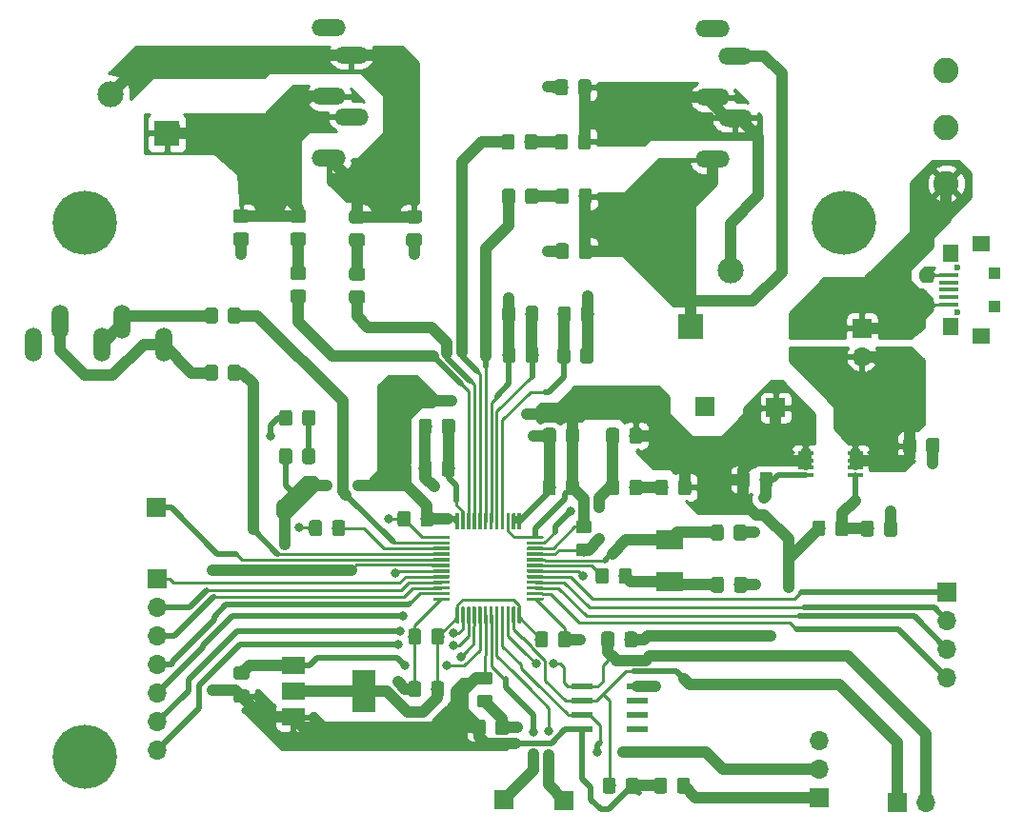
<source format=gbr>
G04 #@! TF.GenerationSoftware,KiCad,Pcbnew,(5.1.4)-1*
G04 #@! TF.CreationDate,2020-01-01T19:34:10-05:00*
G04 #@! TF.ProjectId,Board,426f6172-642e-46b6-9963-61645f706362,rev?*
G04 #@! TF.SameCoordinates,Original*
G04 #@! TF.FileFunction,Copper,L1,Top*
G04 #@! TF.FilePolarity,Positive*
%FSLAX46Y46*%
G04 Gerber Fmt 4.6, Leading zero omitted, Abs format (unit mm)*
G04 Created by KiCad (PCBNEW (5.1.4)-1) date 2020-01-01 19:34:10*
%MOMM*%
%LPD*%
G04 APERTURE LIST*
%ADD10O,1.700000X1.700000*%
%ADD11R,1.700000X1.700000*%
%ADD12C,0.100000*%
%ADD13C,1.150000*%
%ADD14O,3.016000X1.508000*%
%ADD15R,1.000000X1.100000*%
%ADD16R,1.500000X1.350000*%
%ADD17R,1.400000X1.500000*%
%ADD18C,0.600000*%
%ADD19R,1.800000X0.400000*%
%ADD20O,1.508000X3.016000*%
%ADD21C,5.700000*%
%ADD22R,2.400000X1.700000*%
%ADD23R,1.450000X0.450000*%
%ADD24R,1.981200X0.558800*%
%ADD25C,0.300000*%
%ADD26R,2.000000X1.500000*%
%ADD27R,2.000000X3.800000*%
%ADD28C,2.325000*%
%ADD29R,2.325000X2.325000*%
%ADD30C,2.250000*%
%ADD31C,0.800000*%
%ADD32C,0.250000*%
%ADD33C,1.000000*%
%ADD34C,0.500000*%
%ADD35C,0.254000*%
G04 APERTURE END LIST*
D10*
X136600000Y-101940000D03*
D11*
X136600000Y-99400000D03*
D12*
G36*
X87774505Y-110101204D02*
G01*
X87798773Y-110104804D01*
X87822572Y-110110765D01*
X87845671Y-110119030D01*
X87867850Y-110129520D01*
X87888893Y-110142132D01*
X87908599Y-110156747D01*
X87926777Y-110173223D01*
X87943253Y-110191401D01*
X87957868Y-110211107D01*
X87970480Y-110232150D01*
X87980970Y-110254329D01*
X87989235Y-110277428D01*
X87995196Y-110301227D01*
X87998796Y-110325495D01*
X88000000Y-110349999D01*
X88000000Y-111250001D01*
X87998796Y-111274505D01*
X87995196Y-111298773D01*
X87989235Y-111322572D01*
X87980970Y-111345671D01*
X87970480Y-111367850D01*
X87957868Y-111388893D01*
X87943253Y-111408599D01*
X87926777Y-111426777D01*
X87908599Y-111443253D01*
X87888893Y-111457868D01*
X87867850Y-111470480D01*
X87845671Y-111480970D01*
X87822572Y-111489235D01*
X87798773Y-111495196D01*
X87774505Y-111498796D01*
X87750001Y-111500000D01*
X87099999Y-111500000D01*
X87075495Y-111498796D01*
X87051227Y-111495196D01*
X87027428Y-111489235D01*
X87004329Y-111480970D01*
X86982150Y-111470480D01*
X86961107Y-111457868D01*
X86941401Y-111443253D01*
X86923223Y-111426777D01*
X86906747Y-111408599D01*
X86892132Y-111388893D01*
X86879520Y-111367850D01*
X86869030Y-111345671D01*
X86860765Y-111322572D01*
X86854804Y-111298773D01*
X86851204Y-111274505D01*
X86850000Y-111250001D01*
X86850000Y-110349999D01*
X86851204Y-110325495D01*
X86854804Y-110301227D01*
X86860765Y-110277428D01*
X86869030Y-110254329D01*
X86879520Y-110232150D01*
X86892132Y-110211107D01*
X86906747Y-110191401D01*
X86923223Y-110173223D01*
X86941401Y-110156747D01*
X86961107Y-110142132D01*
X86982150Y-110129520D01*
X87004329Y-110119030D01*
X87027428Y-110110765D01*
X87051227Y-110104804D01*
X87075495Y-110101204D01*
X87099999Y-110100000D01*
X87750001Y-110100000D01*
X87774505Y-110101204D01*
X87774505Y-110101204D01*
G37*
D13*
X87425000Y-110800000D03*
D12*
G36*
X85724505Y-110101204D02*
G01*
X85748773Y-110104804D01*
X85772572Y-110110765D01*
X85795671Y-110119030D01*
X85817850Y-110129520D01*
X85838893Y-110142132D01*
X85858599Y-110156747D01*
X85876777Y-110173223D01*
X85893253Y-110191401D01*
X85907868Y-110211107D01*
X85920480Y-110232150D01*
X85930970Y-110254329D01*
X85939235Y-110277428D01*
X85945196Y-110301227D01*
X85948796Y-110325495D01*
X85950000Y-110349999D01*
X85950000Y-111250001D01*
X85948796Y-111274505D01*
X85945196Y-111298773D01*
X85939235Y-111322572D01*
X85930970Y-111345671D01*
X85920480Y-111367850D01*
X85907868Y-111388893D01*
X85893253Y-111408599D01*
X85876777Y-111426777D01*
X85858599Y-111443253D01*
X85838893Y-111457868D01*
X85817850Y-111470480D01*
X85795671Y-111480970D01*
X85772572Y-111489235D01*
X85748773Y-111495196D01*
X85724505Y-111498796D01*
X85700001Y-111500000D01*
X85049999Y-111500000D01*
X85025495Y-111498796D01*
X85001227Y-111495196D01*
X84977428Y-111489235D01*
X84954329Y-111480970D01*
X84932150Y-111470480D01*
X84911107Y-111457868D01*
X84891401Y-111443253D01*
X84873223Y-111426777D01*
X84856747Y-111408599D01*
X84842132Y-111388893D01*
X84829520Y-111367850D01*
X84819030Y-111345671D01*
X84810765Y-111322572D01*
X84804804Y-111298773D01*
X84801204Y-111274505D01*
X84800000Y-111250001D01*
X84800000Y-110349999D01*
X84801204Y-110325495D01*
X84804804Y-110301227D01*
X84810765Y-110277428D01*
X84819030Y-110254329D01*
X84829520Y-110232150D01*
X84842132Y-110211107D01*
X84856747Y-110191401D01*
X84873223Y-110173223D01*
X84891401Y-110156747D01*
X84911107Y-110142132D01*
X84932150Y-110129520D01*
X84954329Y-110119030D01*
X84977428Y-110110765D01*
X85001227Y-110104804D01*
X85025495Y-110101204D01*
X85049999Y-110100000D01*
X85700001Y-110100000D01*
X85724505Y-110101204D01*
X85724505Y-110101204D01*
G37*
D13*
X85375000Y-110800000D03*
D12*
G36*
X87774505Y-106701204D02*
G01*
X87798773Y-106704804D01*
X87822572Y-106710765D01*
X87845671Y-106719030D01*
X87867850Y-106729520D01*
X87888893Y-106742132D01*
X87908599Y-106756747D01*
X87926777Y-106773223D01*
X87943253Y-106791401D01*
X87957868Y-106811107D01*
X87970480Y-106832150D01*
X87980970Y-106854329D01*
X87989235Y-106877428D01*
X87995196Y-106901227D01*
X87998796Y-106925495D01*
X88000000Y-106949999D01*
X88000000Y-107850001D01*
X87998796Y-107874505D01*
X87995196Y-107898773D01*
X87989235Y-107922572D01*
X87980970Y-107945671D01*
X87970480Y-107967850D01*
X87957868Y-107988893D01*
X87943253Y-108008599D01*
X87926777Y-108026777D01*
X87908599Y-108043253D01*
X87888893Y-108057868D01*
X87867850Y-108070480D01*
X87845671Y-108080970D01*
X87822572Y-108089235D01*
X87798773Y-108095196D01*
X87774505Y-108098796D01*
X87750001Y-108100000D01*
X87099999Y-108100000D01*
X87075495Y-108098796D01*
X87051227Y-108095196D01*
X87027428Y-108089235D01*
X87004329Y-108080970D01*
X86982150Y-108070480D01*
X86961107Y-108057868D01*
X86941401Y-108043253D01*
X86923223Y-108026777D01*
X86906747Y-108008599D01*
X86892132Y-107988893D01*
X86879520Y-107967850D01*
X86869030Y-107945671D01*
X86860765Y-107922572D01*
X86854804Y-107898773D01*
X86851204Y-107874505D01*
X86850000Y-107850001D01*
X86850000Y-106949999D01*
X86851204Y-106925495D01*
X86854804Y-106901227D01*
X86860765Y-106877428D01*
X86869030Y-106854329D01*
X86879520Y-106832150D01*
X86892132Y-106811107D01*
X86906747Y-106791401D01*
X86923223Y-106773223D01*
X86941401Y-106756747D01*
X86961107Y-106742132D01*
X86982150Y-106729520D01*
X87004329Y-106719030D01*
X87027428Y-106710765D01*
X87051227Y-106704804D01*
X87075495Y-106701204D01*
X87099999Y-106700000D01*
X87750001Y-106700000D01*
X87774505Y-106701204D01*
X87774505Y-106701204D01*
G37*
D13*
X87425000Y-107400000D03*
D12*
G36*
X85724505Y-106701204D02*
G01*
X85748773Y-106704804D01*
X85772572Y-106710765D01*
X85795671Y-106719030D01*
X85817850Y-106729520D01*
X85838893Y-106742132D01*
X85858599Y-106756747D01*
X85876777Y-106773223D01*
X85893253Y-106791401D01*
X85907868Y-106811107D01*
X85920480Y-106832150D01*
X85930970Y-106854329D01*
X85939235Y-106877428D01*
X85945196Y-106901227D01*
X85948796Y-106925495D01*
X85950000Y-106949999D01*
X85950000Y-107850001D01*
X85948796Y-107874505D01*
X85945196Y-107898773D01*
X85939235Y-107922572D01*
X85930970Y-107945671D01*
X85920480Y-107967850D01*
X85907868Y-107988893D01*
X85893253Y-108008599D01*
X85876777Y-108026777D01*
X85858599Y-108043253D01*
X85838893Y-108057868D01*
X85817850Y-108070480D01*
X85795671Y-108080970D01*
X85772572Y-108089235D01*
X85748773Y-108095196D01*
X85724505Y-108098796D01*
X85700001Y-108100000D01*
X85049999Y-108100000D01*
X85025495Y-108098796D01*
X85001227Y-108095196D01*
X84977428Y-108089235D01*
X84954329Y-108080970D01*
X84932150Y-108070480D01*
X84911107Y-108057868D01*
X84891401Y-108043253D01*
X84873223Y-108026777D01*
X84856747Y-108008599D01*
X84842132Y-107988893D01*
X84829520Y-107967850D01*
X84819030Y-107945671D01*
X84810765Y-107922572D01*
X84804804Y-107898773D01*
X84801204Y-107874505D01*
X84800000Y-107850001D01*
X84800000Y-106949999D01*
X84801204Y-106925495D01*
X84804804Y-106901227D01*
X84810765Y-106877428D01*
X84819030Y-106854329D01*
X84829520Y-106832150D01*
X84842132Y-106811107D01*
X84856747Y-106791401D01*
X84873223Y-106773223D01*
X84891401Y-106756747D01*
X84911107Y-106742132D01*
X84932150Y-106729520D01*
X84954329Y-106719030D01*
X84977428Y-106710765D01*
X85001227Y-106704804D01*
X85025495Y-106701204D01*
X85049999Y-106700000D01*
X85700001Y-106700000D01*
X85724505Y-106701204D01*
X85724505Y-106701204D01*
G37*
D13*
X85375000Y-107400000D03*
D14*
X123300000Y-84400000D03*
X125300000Y-80700000D03*
X123300000Y-78900000D03*
X125300000Y-75200000D03*
X123300000Y-72800000D03*
D15*
X148360000Y-94500000D03*
X148360000Y-97500000D03*
D16*
X147210000Y-91925000D03*
X147210000Y-100075000D03*
D17*
X144510000Y-92750000D03*
X144510000Y-99250000D03*
D18*
X145060000Y-94000000D03*
X145060000Y-98000000D03*
D19*
X144340000Y-94700000D03*
X144340000Y-95350000D03*
X144340000Y-96000000D03*
X144340000Y-96650000D03*
X144340000Y-97300000D03*
D14*
X89200000Y-84300000D03*
X91200000Y-80600000D03*
X89200000Y-78800000D03*
X91200000Y-75100000D03*
X89200000Y-72700000D03*
D20*
X74500000Y-100850000D03*
X70800000Y-98850000D03*
X69000000Y-100850000D03*
X65300000Y-98850000D03*
X62900000Y-100850000D03*
D21*
X67500000Y-137500000D03*
X135000000Y-90000000D03*
X67500000Y-90000000D03*
D10*
X73970000Y-136980000D03*
X73970000Y-134440000D03*
X73970000Y-131900000D03*
X73970000Y-129360000D03*
X73970000Y-126820000D03*
X73970000Y-124280000D03*
D11*
X73970000Y-121740000D03*
D10*
X144130000Y-130480000D03*
X144130000Y-127940000D03*
X144130000Y-125400000D03*
D11*
X144130000Y-122860000D03*
X104800000Y-141350000D03*
D10*
X132820000Y-136100000D03*
X132820000Y-138640000D03*
D11*
X132820000Y-141180000D03*
D22*
X119516000Y-118227000D03*
X119516000Y-121927000D03*
D23*
X135986000Y-110512000D03*
X135986000Y-111162000D03*
X135986000Y-111812000D03*
X135986000Y-112462000D03*
X131586000Y-112462000D03*
X131586000Y-111812000D03*
X131586000Y-111162000D03*
X131586000Y-110512000D03*
D24*
X111715200Y-135118000D03*
X111715200Y-133848000D03*
X111715200Y-132578000D03*
X111715200Y-131308000D03*
X116642800Y-131308000D03*
X116642800Y-132578000D03*
X116642800Y-133848000D03*
X116642800Y-135118000D03*
D12*
G36*
X100712351Y-115860361D02*
G01*
X100719632Y-115861441D01*
X100726771Y-115863229D01*
X100733701Y-115865709D01*
X100740355Y-115868856D01*
X100746668Y-115872640D01*
X100752579Y-115877024D01*
X100758033Y-115881967D01*
X100762976Y-115887421D01*
X100767360Y-115893332D01*
X100771144Y-115899645D01*
X100774291Y-115906299D01*
X100776771Y-115913229D01*
X100778559Y-115920368D01*
X100779639Y-115927649D01*
X100780000Y-115935000D01*
X100780000Y-117260000D01*
X100779639Y-117267351D01*
X100778559Y-117274632D01*
X100776771Y-117281771D01*
X100774291Y-117288701D01*
X100771144Y-117295355D01*
X100767360Y-117301668D01*
X100762976Y-117307579D01*
X100758033Y-117313033D01*
X100752579Y-117317976D01*
X100746668Y-117322360D01*
X100740355Y-117326144D01*
X100733701Y-117329291D01*
X100726771Y-117331771D01*
X100719632Y-117333559D01*
X100712351Y-117334639D01*
X100705000Y-117335000D01*
X100555000Y-117335000D01*
X100547649Y-117334639D01*
X100540368Y-117333559D01*
X100533229Y-117331771D01*
X100526299Y-117329291D01*
X100519645Y-117326144D01*
X100513332Y-117322360D01*
X100507421Y-117317976D01*
X100501967Y-117313033D01*
X100497024Y-117307579D01*
X100492640Y-117301668D01*
X100488856Y-117295355D01*
X100485709Y-117288701D01*
X100483229Y-117281771D01*
X100481441Y-117274632D01*
X100480361Y-117267351D01*
X100480000Y-117260000D01*
X100480000Y-115935000D01*
X100480361Y-115927649D01*
X100481441Y-115920368D01*
X100483229Y-115913229D01*
X100485709Y-115906299D01*
X100488856Y-115899645D01*
X100492640Y-115893332D01*
X100497024Y-115887421D01*
X100501967Y-115881967D01*
X100507421Y-115877024D01*
X100513332Y-115872640D01*
X100519645Y-115868856D01*
X100526299Y-115865709D01*
X100533229Y-115863229D01*
X100540368Y-115861441D01*
X100547649Y-115860361D01*
X100555000Y-115860000D01*
X100705000Y-115860000D01*
X100712351Y-115860361D01*
X100712351Y-115860361D01*
G37*
D25*
X100630000Y-116597500D03*
D12*
G36*
X101212351Y-115860361D02*
G01*
X101219632Y-115861441D01*
X101226771Y-115863229D01*
X101233701Y-115865709D01*
X101240355Y-115868856D01*
X101246668Y-115872640D01*
X101252579Y-115877024D01*
X101258033Y-115881967D01*
X101262976Y-115887421D01*
X101267360Y-115893332D01*
X101271144Y-115899645D01*
X101274291Y-115906299D01*
X101276771Y-115913229D01*
X101278559Y-115920368D01*
X101279639Y-115927649D01*
X101280000Y-115935000D01*
X101280000Y-117260000D01*
X101279639Y-117267351D01*
X101278559Y-117274632D01*
X101276771Y-117281771D01*
X101274291Y-117288701D01*
X101271144Y-117295355D01*
X101267360Y-117301668D01*
X101262976Y-117307579D01*
X101258033Y-117313033D01*
X101252579Y-117317976D01*
X101246668Y-117322360D01*
X101240355Y-117326144D01*
X101233701Y-117329291D01*
X101226771Y-117331771D01*
X101219632Y-117333559D01*
X101212351Y-117334639D01*
X101205000Y-117335000D01*
X101055000Y-117335000D01*
X101047649Y-117334639D01*
X101040368Y-117333559D01*
X101033229Y-117331771D01*
X101026299Y-117329291D01*
X101019645Y-117326144D01*
X101013332Y-117322360D01*
X101007421Y-117317976D01*
X101001967Y-117313033D01*
X100997024Y-117307579D01*
X100992640Y-117301668D01*
X100988856Y-117295355D01*
X100985709Y-117288701D01*
X100983229Y-117281771D01*
X100981441Y-117274632D01*
X100980361Y-117267351D01*
X100980000Y-117260000D01*
X100980000Y-115935000D01*
X100980361Y-115927649D01*
X100981441Y-115920368D01*
X100983229Y-115913229D01*
X100985709Y-115906299D01*
X100988856Y-115899645D01*
X100992640Y-115893332D01*
X100997024Y-115887421D01*
X101001967Y-115881967D01*
X101007421Y-115877024D01*
X101013332Y-115872640D01*
X101019645Y-115868856D01*
X101026299Y-115865709D01*
X101033229Y-115863229D01*
X101040368Y-115861441D01*
X101047649Y-115860361D01*
X101055000Y-115860000D01*
X101205000Y-115860000D01*
X101212351Y-115860361D01*
X101212351Y-115860361D01*
G37*
D25*
X101130000Y-116597500D03*
D12*
G36*
X101712351Y-115860361D02*
G01*
X101719632Y-115861441D01*
X101726771Y-115863229D01*
X101733701Y-115865709D01*
X101740355Y-115868856D01*
X101746668Y-115872640D01*
X101752579Y-115877024D01*
X101758033Y-115881967D01*
X101762976Y-115887421D01*
X101767360Y-115893332D01*
X101771144Y-115899645D01*
X101774291Y-115906299D01*
X101776771Y-115913229D01*
X101778559Y-115920368D01*
X101779639Y-115927649D01*
X101780000Y-115935000D01*
X101780000Y-117260000D01*
X101779639Y-117267351D01*
X101778559Y-117274632D01*
X101776771Y-117281771D01*
X101774291Y-117288701D01*
X101771144Y-117295355D01*
X101767360Y-117301668D01*
X101762976Y-117307579D01*
X101758033Y-117313033D01*
X101752579Y-117317976D01*
X101746668Y-117322360D01*
X101740355Y-117326144D01*
X101733701Y-117329291D01*
X101726771Y-117331771D01*
X101719632Y-117333559D01*
X101712351Y-117334639D01*
X101705000Y-117335000D01*
X101555000Y-117335000D01*
X101547649Y-117334639D01*
X101540368Y-117333559D01*
X101533229Y-117331771D01*
X101526299Y-117329291D01*
X101519645Y-117326144D01*
X101513332Y-117322360D01*
X101507421Y-117317976D01*
X101501967Y-117313033D01*
X101497024Y-117307579D01*
X101492640Y-117301668D01*
X101488856Y-117295355D01*
X101485709Y-117288701D01*
X101483229Y-117281771D01*
X101481441Y-117274632D01*
X101480361Y-117267351D01*
X101480000Y-117260000D01*
X101480000Y-115935000D01*
X101480361Y-115927649D01*
X101481441Y-115920368D01*
X101483229Y-115913229D01*
X101485709Y-115906299D01*
X101488856Y-115899645D01*
X101492640Y-115893332D01*
X101497024Y-115887421D01*
X101501967Y-115881967D01*
X101507421Y-115877024D01*
X101513332Y-115872640D01*
X101519645Y-115868856D01*
X101526299Y-115865709D01*
X101533229Y-115863229D01*
X101540368Y-115861441D01*
X101547649Y-115860361D01*
X101555000Y-115860000D01*
X101705000Y-115860000D01*
X101712351Y-115860361D01*
X101712351Y-115860361D01*
G37*
D25*
X101630000Y-116597500D03*
D12*
G36*
X102212351Y-115860361D02*
G01*
X102219632Y-115861441D01*
X102226771Y-115863229D01*
X102233701Y-115865709D01*
X102240355Y-115868856D01*
X102246668Y-115872640D01*
X102252579Y-115877024D01*
X102258033Y-115881967D01*
X102262976Y-115887421D01*
X102267360Y-115893332D01*
X102271144Y-115899645D01*
X102274291Y-115906299D01*
X102276771Y-115913229D01*
X102278559Y-115920368D01*
X102279639Y-115927649D01*
X102280000Y-115935000D01*
X102280000Y-117260000D01*
X102279639Y-117267351D01*
X102278559Y-117274632D01*
X102276771Y-117281771D01*
X102274291Y-117288701D01*
X102271144Y-117295355D01*
X102267360Y-117301668D01*
X102262976Y-117307579D01*
X102258033Y-117313033D01*
X102252579Y-117317976D01*
X102246668Y-117322360D01*
X102240355Y-117326144D01*
X102233701Y-117329291D01*
X102226771Y-117331771D01*
X102219632Y-117333559D01*
X102212351Y-117334639D01*
X102205000Y-117335000D01*
X102055000Y-117335000D01*
X102047649Y-117334639D01*
X102040368Y-117333559D01*
X102033229Y-117331771D01*
X102026299Y-117329291D01*
X102019645Y-117326144D01*
X102013332Y-117322360D01*
X102007421Y-117317976D01*
X102001967Y-117313033D01*
X101997024Y-117307579D01*
X101992640Y-117301668D01*
X101988856Y-117295355D01*
X101985709Y-117288701D01*
X101983229Y-117281771D01*
X101981441Y-117274632D01*
X101980361Y-117267351D01*
X101980000Y-117260000D01*
X101980000Y-115935000D01*
X101980361Y-115927649D01*
X101981441Y-115920368D01*
X101983229Y-115913229D01*
X101985709Y-115906299D01*
X101988856Y-115899645D01*
X101992640Y-115893332D01*
X101997024Y-115887421D01*
X102001967Y-115881967D01*
X102007421Y-115877024D01*
X102013332Y-115872640D01*
X102019645Y-115868856D01*
X102026299Y-115865709D01*
X102033229Y-115863229D01*
X102040368Y-115861441D01*
X102047649Y-115860361D01*
X102055000Y-115860000D01*
X102205000Y-115860000D01*
X102212351Y-115860361D01*
X102212351Y-115860361D01*
G37*
D25*
X102130000Y-116597500D03*
D12*
G36*
X102712351Y-115860361D02*
G01*
X102719632Y-115861441D01*
X102726771Y-115863229D01*
X102733701Y-115865709D01*
X102740355Y-115868856D01*
X102746668Y-115872640D01*
X102752579Y-115877024D01*
X102758033Y-115881967D01*
X102762976Y-115887421D01*
X102767360Y-115893332D01*
X102771144Y-115899645D01*
X102774291Y-115906299D01*
X102776771Y-115913229D01*
X102778559Y-115920368D01*
X102779639Y-115927649D01*
X102780000Y-115935000D01*
X102780000Y-117260000D01*
X102779639Y-117267351D01*
X102778559Y-117274632D01*
X102776771Y-117281771D01*
X102774291Y-117288701D01*
X102771144Y-117295355D01*
X102767360Y-117301668D01*
X102762976Y-117307579D01*
X102758033Y-117313033D01*
X102752579Y-117317976D01*
X102746668Y-117322360D01*
X102740355Y-117326144D01*
X102733701Y-117329291D01*
X102726771Y-117331771D01*
X102719632Y-117333559D01*
X102712351Y-117334639D01*
X102705000Y-117335000D01*
X102555000Y-117335000D01*
X102547649Y-117334639D01*
X102540368Y-117333559D01*
X102533229Y-117331771D01*
X102526299Y-117329291D01*
X102519645Y-117326144D01*
X102513332Y-117322360D01*
X102507421Y-117317976D01*
X102501967Y-117313033D01*
X102497024Y-117307579D01*
X102492640Y-117301668D01*
X102488856Y-117295355D01*
X102485709Y-117288701D01*
X102483229Y-117281771D01*
X102481441Y-117274632D01*
X102480361Y-117267351D01*
X102480000Y-117260000D01*
X102480000Y-115935000D01*
X102480361Y-115927649D01*
X102481441Y-115920368D01*
X102483229Y-115913229D01*
X102485709Y-115906299D01*
X102488856Y-115899645D01*
X102492640Y-115893332D01*
X102497024Y-115887421D01*
X102501967Y-115881967D01*
X102507421Y-115877024D01*
X102513332Y-115872640D01*
X102519645Y-115868856D01*
X102526299Y-115865709D01*
X102533229Y-115863229D01*
X102540368Y-115861441D01*
X102547649Y-115860361D01*
X102555000Y-115860000D01*
X102705000Y-115860000D01*
X102712351Y-115860361D01*
X102712351Y-115860361D01*
G37*
D25*
X102630000Y-116597500D03*
D12*
G36*
X103212351Y-115860361D02*
G01*
X103219632Y-115861441D01*
X103226771Y-115863229D01*
X103233701Y-115865709D01*
X103240355Y-115868856D01*
X103246668Y-115872640D01*
X103252579Y-115877024D01*
X103258033Y-115881967D01*
X103262976Y-115887421D01*
X103267360Y-115893332D01*
X103271144Y-115899645D01*
X103274291Y-115906299D01*
X103276771Y-115913229D01*
X103278559Y-115920368D01*
X103279639Y-115927649D01*
X103280000Y-115935000D01*
X103280000Y-117260000D01*
X103279639Y-117267351D01*
X103278559Y-117274632D01*
X103276771Y-117281771D01*
X103274291Y-117288701D01*
X103271144Y-117295355D01*
X103267360Y-117301668D01*
X103262976Y-117307579D01*
X103258033Y-117313033D01*
X103252579Y-117317976D01*
X103246668Y-117322360D01*
X103240355Y-117326144D01*
X103233701Y-117329291D01*
X103226771Y-117331771D01*
X103219632Y-117333559D01*
X103212351Y-117334639D01*
X103205000Y-117335000D01*
X103055000Y-117335000D01*
X103047649Y-117334639D01*
X103040368Y-117333559D01*
X103033229Y-117331771D01*
X103026299Y-117329291D01*
X103019645Y-117326144D01*
X103013332Y-117322360D01*
X103007421Y-117317976D01*
X103001967Y-117313033D01*
X102997024Y-117307579D01*
X102992640Y-117301668D01*
X102988856Y-117295355D01*
X102985709Y-117288701D01*
X102983229Y-117281771D01*
X102981441Y-117274632D01*
X102980361Y-117267351D01*
X102980000Y-117260000D01*
X102980000Y-115935000D01*
X102980361Y-115927649D01*
X102981441Y-115920368D01*
X102983229Y-115913229D01*
X102985709Y-115906299D01*
X102988856Y-115899645D01*
X102992640Y-115893332D01*
X102997024Y-115887421D01*
X103001967Y-115881967D01*
X103007421Y-115877024D01*
X103013332Y-115872640D01*
X103019645Y-115868856D01*
X103026299Y-115865709D01*
X103033229Y-115863229D01*
X103040368Y-115861441D01*
X103047649Y-115860361D01*
X103055000Y-115860000D01*
X103205000Y-115860000D01*
X103212351Y-115860361D01*
X103212351Y-115860361D01*
G37*
D25*
X103130000Y-116597500D03*
D12*
G36*
X103712351Y-115860361D02*
G01*
X103719632Y-115861441D01*
X103726771Y-115863229D01*
X103733701Y-115865709D01*
X103740355Y-115868856D01*
X103746668Y-115872640D01*
X103752579Y-115877024D01*
X103758033Y-115881967D01*
X103762976Y-115887421D01*
X103767360Y-115893332D01*
X103771144Y-115899645D01*
X103774291Y-115906299D01*
X103776771Y-115913229D01*
X103778559Y-115920368D01*
X103779639Y-115927649D01*
X103780000Y-115935000D01*
X103780000Y-117260000D01*
X103779639Y-117267351D01*
X103778559Y-117274632D01*
X103776771Y-117281771D01*
X103774291Y-117288701D01*
X103771144Y-117295355D01*
X103767360Y-117301668D01*
X103762976Y-117307579D01*
X103758033Y-117313033D01*
X103752579Y-117317976D01*
X103746668Y-117322360D01*
X103740355Y-117326144D01*
X103733701Y-117329291D01*
X103726771Y-117331771D01*
X103719632Y-117333559D01*
X103712351Y-117334639D01*
X103705000Y-117335000D01*
X103555000Y-117335000D01*
X103547649Y-117334639D01*
X103540368Y-117333559D01*
X103533229Y-117331771D01*
X103526299Y-117329291D01*
X103519645Y-117326144D01*
X103513332Y-117322360D01*
X103507421Y-117317976D01*
X103501967Y-117313033D01*
X103497024Y-117307579D01*
X103492640Y-117301668D01*
X103488856Y-117295355D01*
X103485709Y-117288701D01*
X103483229Y-117281771D01*
X103481441Y-117274632D01*
X103480361Y-117267351D01*
X103480000Y-117260000D01*
X103480000Y-115935000D01*
X103480361Y-115927649D01*
X103481441Y-115920368D01*
X103483229Y-115913229D01*
X103485709Y-115906299D01*
X103488856Y-115899645D01*
X103492640Y-115893332D01*
X103497024Y-115887421D01*
X103501967Y-115881967D01*
X103507421Y-115877024D01*
X103513332Y-115872640D01*
X103519645Y-115868856D01*
X103526299Y-115865709D01*
X103533229Y-115863229D01*
X103540368Y-115861441D01*
X103547649Y-115860361D01*
X103555000Y-115860000D01*
X103705000Y-115860000D01*
X103712351Y-115860361D01*
X103712351Y-115860361D01*
G37*
D25*
X103630000Y-116597500D03*
D12*
G36*
X104212351Y-115860361D02*
G01*
X104219632Y-115861441D01*
X104226771Y-115863229D01*
X104233701Y-115865709D01*
X104240355Y-115868856D01*
X104246668Y-115872640D01*
X104252579Y-115877024D01*
X104258033Y-115881967D01*
X104262976Y-115887421D01*
X104267360Y-115893332D01*
X104271144Y-115899645D01*
X104274291Y-115906299D01*
X104276771Y-115913229D01*
X104278559Y-115920368D01*
X104279639Y-115927649D01*
X104280000Y-115935000D01*
X104280000Y-117260000D01*
X104279639Y-117267351D01*
X104278559Y-117274632D01*
X104276771Y-117281771D01*
X104274291Y-117288701D01*
X104271144Y-117295355D01*
X104267360Y-117301668D01*
X104262976Y-117307579D01*
X104258033Y-117313033D01*
X104252579Y-117317976D01*
X104246668Y-117322360D01*
X104240355Y-117326144D01*
X104233701Y-117329291D01*
X104226771Y-117331771D01*
X104219632Y-117333559D01*
X104212351Y-117334639D01*
X104205000Y-117335000D01*
X104055000Y-117335000D01*
X104047649Y-117334639D01*
X104040368Y-117333559D01*
X104033229Y-117331771D01*
X104026299Y-117329291D01*
X104019645Y-117326144D01*
X104013332Y-117322360D01*
X104007421Y-117317976D01*
X104001967Y-117313033D01*
X103997024Y-117307579D01*
X103992640Y-117301668D01*
X103988856Y-117295355D01*
X103985709Y-117288701D01*
X103983229Y-117281771D01*
X103981441Y-117274632D01*
X103980361Y-117267351D01*
X103980000Y-117260000D01*
X103980000Y-115935000D01*
X103980361Y-115927649D01*
X103981441Y-115920368D01*
X103983229Y-115913229D01*
X103985709Y-115906299D01*
X103988856Y-115899645D01*
X103992640Y-115893332D01*
X103997024Y-115887421D01*
X104001967Y-115881967D01*
X104007421Y-115877024D01*
X104013332Y-115872640D01*
X104019645Y-115868856D01*
X104026299Y-115865709D01*
X104033229Y-115863229D01*
X104040368Y-115861441D01*
X104047649Y-115860361D01*
X104055000Y-115860000D01*
X104205000Y-115860000D01*
X104212351Y-115860361D01*
X104212351Y-115860361D01*
G37*
D25*
X104130000Y-116597500D03*
D12*
G36*
X104712351Y-115860361D02*
G01*
X104719632Y-115861441D01*
X104726771Y-115863229D01*
X104733701Y-115865709D01*
X104740355Y-115868856D01*
X104746668Y-115872640D01*
X104752579Y-115877024D01*
X104758033Y-115881967D01*
X104762976Y-115887421D01*
X104767360Y-115893332D01*
X104771144Y-115899645D01*
X104774291Y-115906299D01*
X104776771Y-115913229D01*
X104778559Y-115920368D01*
X104779639Y-115927649D01*
X104780000Y-115935000D01*
X104780000Y-117260000D01*
X104779639Y-117267351D01*
X104778559Y-117274632D01*
X104776771Y-117281771D01*
X104774291Y-117288701D01*
X104771144Y-117295355D01*
X104767360Y-117301668D01*
X104762976Y-117307579D01*
X104758033Y-117313033D01*
X104752579Y-117317976D01*
X104746668Y-117322360D01*
X104740355Y-117326144D01*
X104733701Y-117329291D01*
X104726771Y-117331771D01*
X104719632Y-117333559D01*
X104712351Y-117334639D01*
X104705000Y-117335000D01*
X104555000Y-117335000D01*
X104547649Y-117334639D01*
X104540368Y-117333559D01*
X104533229Y-117331771D01*
X104526299Y-117329291D01*
X104519645Y-117326144D01*
X104513332Y-117322360D01*
X104507421Y-117317976D01*
X104501967Y-117313033D01*
X104497024Y-117307579D01*
X104492640Y-117301668D01*
X104488856Y-117295355D01*
X104485709Y-117288701D01*
X104483229Y-117281771D01*
X104481441Y-117274632D01*
X104480361Y-117267351D01*
X104480000Y-117260000D01*
X104480000Y-115935000D01*
X104480361Y-115927649D01*
X104481441Y-115920368D01*
X104483229Y-115913229D01*
X104485709Y-115906299D01*
X104488856Y-115899645D01*
X104492640Y-115893332D01*
X104497024Y-115887421D01*
X104501967Y-115881967D01*
X104507421Y-115877024D01*
X104513332Y-115872640D01*
X104519645Y-115868856D01*
X104526299Y-115865709D01*
X104533229Y-115863229D01*
X104540368Y-115861441D01*
X104547649Y-115860361D01*
X104555000Y-115860000D01*
X104705000Y-115860000D01*
X104712351Y-115860361D01*
X104712351Y-115860361D01*
G37*
D25*
X104630000Y-116597500D03*
D12*
G36*
X105212351Y-115860361D02*
G01*
X105219632Y-115861441D01*
X105226771Y-115863229D01*
X105233701Y-115865709D01*
X105240355Y-115868856D01*
X105246668Y-115872640D01*
X105252579Y-115877024D01*
X105258033Y-115881967D01*
X105262976Y-115887421D01*
X105267360Y-115893332D01*
X105271144Y-115899645D01*
X105274291Y-115906299D01*
X105276771Y-115913229D01*
X105278559Y-115920368D01*
X105279639Y-115927649D01*
X105280000Y-115935000D01*
X105280000Y-117260000D01*
X105279639Y-117267351D01*
X105278559Y-117274632D01*
X105276771Y-117281771D01*
X105274291Y-117288701D01*
X105271144Y-117295355D01*
X105267360Y-117301668D01*
X105262976Y-117307579D01*
X105258033Y-117313033D01*
X105252579Y-117317976D01*
X105246668Y-117322360D01*
X105240355Y-117326144D01*
X105233701Y-117329291D01*
X105226771Y-117331771D01*
X105219632Y-117333559D01*
X105212351Y-117334639D01*
X105205000Y-117335000D01*
X105055000Y-117335000D01*
X105047649Y-117334639D01*
X105040368Y-117333559D01*
X105033229Y-117331771D01*
X105026299Y-117329291D01*
X105019645Y-117326144D01*
X105013332Y-117322360D01*
X105007421Y-117317976D01*
X105001967Y-117313033D01*
X104997024Y-117307579D01*
X104992640Y-117301668D01*
X104988856Y-117295355D01*
X104985709Y-117288701D01*
X104983229Y-117281771D01*
X104981441Y-117274632D01*
X104980361Y-117267351D01*
X104980000Y-117260000D01*
X104980000Y-115935000D01*
X104980361Y-115927649D01*
X104981441Y-115920368D01*
X104983229Y-115913229D01*
X104985709Y-115906299D01*
X104988856Y-115899645D01*
X104992640Y-115893332D01*
X104997024Y-115887421D01*
X105001967Y-115881967D01*
X105007421Y-115877024D01*
X105013332Y-115872640D01*
X105019645Y-115868856D01*
X105026299Y-115865709D01*
X105033229Y-115863229D01*
X105040368Y-115861441D01*
X105047649Y-115860361D01*
X105055000Y-115860000D01*
X105205000Y-115860000D01*
X105212351Y-115860361D01*
X105212351Y-115860361D01*
G37*
D25*
X105130000Y-116597500D03*
D12*
G36*
X105712351Y-115860361D02*
G01*
X105719632Y-115861441D01*
X105726771Y-115863229D01*
X105733701Y-115865709D01*
X105740355Y-115868856D01*
X105746668Y-115872640D01*
X105752579Y-115877024D01*
X105758033Y-115881967D01*
X105762976Y-115887421D01*
X105767360Y-115893332D01*
X105771144Y-115899645D01*
X105774291Y-115906299D01*
X105776771Y-115913229D01*
X105778559Y-115920368D01*
X105779639Y-115927649D01*
X105780000Y-115935000D01*
X105780000Y-117260000D01*
X105779639Y-117267351D01*
X105778559Y-117274632D01*
X105776771Y-117281771D01*
X105774291Y-117288701D01*
X105771144Y-117295355D01*
X105767360Y-117301668D01*
X105762976Y-117307579D01*
X105758033Y-117313033D01*
X105752579Y-117317976D01*
X105746668Y-117322360D01*
X105740355Y-117326144D01*
X105733701Y-117329291D01*
X105726771Y-117331771D01*
X105719632Y-117333559D01*
X105712351Y-117334639D01*
X105705000Y-117335000D01*
X105555000Y-117335000D01*
X105547649Y-117334639D01*
X105540368Y-117333559D01*
X105533229Y-117331771D01*
X105526299Y-117329291D01*
X105519645Y-117326144D01*
X105513332Y-117322360D01*
X105507421Y-117317976D01*
X105501967Y-117313033D01*
X105497024Y-117307579D01*
X105492640Y-117301668D01*
X105488856Y-117295355D01*
X105485709Y-117288701D01*
X105483229Y-117281771D01*
X105481441Y-117274632D01*
X105480361Y-117267351D01*
X105480000Y-117260000D01*
X105480000Y-115935000D01*
X105480361Y-115927649D01*
X105481441Y-115920368D01*
X105483229Y-115913229D01*
X105485709Y-115906299D01*
X105488856Y-115899645D01*
X105492640Y-115893332D01*
X105497024Y-115887421D01*
X105501967Y-115881967D01*
X105507421Y-115877024D01*
X105513332Y-115872640D01*
X105519645Y-115868856D01*
X105526299Y-115865709D01*
X105533229Y-115863229D01*
X105540368Y-115861441D01*
X105547649Y-115860361D01*
X105555000Y-115860000D01*
X105705000Y-115860000D01*
X105712351Y-115860361D01*
X105712351Y-115860361D01*
G37*
D25*
X105630000Y-116597500D03*
D12*
G36*
X106212351Y-115860361D02*
G01*
X106219632Y-115861441D01*
X106226771Y-115863229D01*
X106233701Y-115865709D01*
X106240355Y-115868856D01*
X106246668Y-115872640D01*
X106252579Y-115877024D01*
X106258033Y-115881967D01*
X106262976Y-115887421D01*
X106267360Y-115893332D01*
X106271144Y-115899645D01*
X106274291Y-115906299D01*
X106276771Y-115913229D01*
X106278559Y-115920368D01*
X106279639Y-115927649D01*
X106280000Y-115935000D01*
X106280000Y-117260000D01*
X106279639Y-117267351D01*
X106278559Y-117274632D01*
X106276771Y-117281771D01*
X106274291Y-117288701D01*
X106271144Y-117295355D01*
X106267360Y-117301668D01*
X106262976Y-117307579D01*
X106258033Y-117313033D01*
X106252579Y-117317976D01*
X106246668Y-117322360D01*
X106240355Y-117326144D01*
X106233701Y-117329291D01*
X106226771Y-117331771D01*
X106219632Y-117333559D01*
X106212351Y-117334639D01*
X106205000Y-117335000D01*
X106055000Y-117335000D01*
X106047649Y-117334639D01*
X106040368Y-117333559D01*
X106033229Y-117331771D01*
X106026299Y-117329291D01*
X106019645Y-117326144D01*
X106013332Y-117322360D01*
X106007421Y-117317976D01*
X106001967Y-117313033D01*
X105997024Y-117307579D01*
X105992640Y-117301668D01*
X105988856Y-117295355D01*
X105985709Y-117288701D01*
X105983229Y-117281771D01*
X105981441Y-117274632D01*
X105980361Y-117267351D01*
X105980000Y-117260000D01*
X105980000Y-115935000D01*
X105980361Y-115927649D01*
X105981441Y-115920368D01*
X105983229Y-115913229D01*
X105985709Y-115906299D01*
X105988856Y-115899645D01*
X105992640Y-115893332D01*
X105997024Y-115887421D01*
X106001967Y-115881967D01*
X106007421Y-115877024D01*
X106013332Y-115872640D01*
X106019645Y-115868856D01*
X106026299Y-115865709D01*
X106033229Y-115863229D01*
X106040368Y-115861441D01*
X106047649Y-115860361D01*
X106055000Y-115860000D01*
X106205000Y-115860000D01*
X106212351Y-115860361D01*
X106212351Y-115860361D01*
G37*
D25*
X106130000Y-116597500D03*
D12*
G36*
X108212351Y-117860361D02*
G01*
X108219632Y-117861441D01*
X108226771Y-117863229D01*
X108233701Y-117865709D01*
X108240355Y-117868856D01*
X108246668Y-117872640D01*
X108252579Y-117877024D01*
X108258033Y-117881967D01*
X108262976Y-117887421D01*
X108267360Y-117893332D01*
X108271144Y-117899645D01*
X108274291Y-117906299D01*
X108276771Y-117913229D01*
X108278559Y-117920368D01*
X108279639Y-117927649D01*
X108280000Y-117935000D01*
X108280000Y-118085000D01*
X108279639Y-118092351D01*
X108278559Y-118099632D01*
X108276771Y-118106771D01*
X108274291Y-118113701D01*
X108271144Y-118120355D01*
X108267360Y-118126668D01*
X108262976Y-118132579D01*
X108258033Y-118138033D01*
X108252579Y-118142976D01*
X108246668Y-118147360D01*
X108240355Y-118151144D01*
X108233701Y-118154291D01*
X108226771Y-118156771D01*
X108219632Y-118158559D01*
X108212351Y-118159639D01*
X108205000Y-118160000D01*
X106880000Y-118160000D01*
X106872649Y-118159639D01*
X106865368Y-118158559D01*
X106858229Y-118156771D01*
X106851299Y-118154291D01*
X106844645Y-118151144D01*
X106838332Y-118147360D01*
X106832421Y-118142976D01*
X106826967Y-118138033D01*
X106822024Y-118132579D01*
X106817640Y-118126668D01*
X106813856Y-118120355D01*
X106810709Y-118113701D01*
X106808229Y-118106771D01*
X106806441Y-118099632D01*
X106805361Y-118092351D01*
X106805000Y-118085000D01*
X106805000Y-117935000D01*
X106805361Y-117927649D01*
X106806441Y-117920368D01*
X106808229Y-117913229D01*
X106810709Y-117906299D01*
X106813856Y-117899645D01*
X106817640Y-117893332D01*
X106822024Y-117887421D01*
X106826967Y-117881967D01*
X106832421Y-117877024D01*
X106838332Y-117872640D01*
X106844645Y-117868856D01*
X106851299Y-117865709D01*
X106858229Y-117863229D01*
X106865368Y-117861441D01*
X106872649Y-117860361D01*
X106880000Y-117860000D01*
X108205000Y-117860000D01*
X108212351Y-117860361D01*
X108212351Y-117860361D01*
G37*
D25*
X107542500Y-118010000D03*
D12*
G36*
X108212351Y-118360361D02*
G01*
X108219632Y-118361441D01*
X108226771Y-118363229D01*
X108233701Y-118365709D01*
X108240355Y-118368856D01*
X108246668Y-118372640D01*
X108252579Y-118377024D01*
X108258033Y-118381967D01*
X108262976Y-118387421D01*
X108267360Y-118393332D01*
X108271144Y-118399645D01*
X108274291Y-118406299D01*
X108276771Y-118413229D01*
X108278559Y-118420368D01*
X108279639Y-118427649D01*
X108280000Y-118435000D01*
X108280000Y-118585000D01*
X108279639Y-118592351D01*
X108278559Y-118599632D01*
X108276771Y-118606771D01*
X108274291Y-118613701D01*
X108271144Y-118620355D01*
X108267360Y-118626668D01*
X108262976Y-118632579D01*
X108258033Y-118638033D01*
X108252579Y-118642976D01*
X108246668Y-118647360D01*
X108240355Y-118651144D01*
X108233701Y-118654291D01*
X108226771Y-118656771D01*
X108219632Y-118658559D01*
X108212351Y-118659639D01*
X108205000Y-118660000D01*
X106880000Y-118660000D01*
X106872649Y-118659639D01*
X106865368Y-118658559D01*
X106858229Y-118656771D01*
X106851299Y-118654291D01*
X106844645Y-118651144D01*
X106838332Y-118647360D01*
X106832421Y-118642976D01*
X106826967Y-118638033D01*
X106822024Y-118632579D01*
X106817640Y-118626668D01*
X106813856Y-118620355D01*
X106810709Y-118613701D01*
X106808229Y-118606771D01*
X106806441Y-118599632D01*
X106805361Y-118592351D01*
X106805000Y-118585000D01*
X106805000Y-118435000D01*
X106805361Y-118427649D01*
X106806441Y-118420368D01*
X106808229Y-118413229D01*
X106810709Y-118406299D01*
X106813856Y-118399645D01*
X106817640Y-118393332D01*
X106822024Y-118387421D01*
X106826967Y-118381967D01*
X106832421Y-118377024D01*
X106838332Y-118372640D01*
X106844645Y-118368856D01*
X106851299Y-118365709D01*
X106858229Y-118363229D01*
X106865368Y-118361441D01*
X106872649Y-118360361D01*
X106880000Y-118360000D01*
X108205000Y-118360000D01*
X108212351Y-118360361D01*
X108212351Y-118360361D01*
G37*
D25*
X107542500Y-118510000D03*
D12*
G36*
X108212351Y-118860361D02*
G01*
X108219632Y-118861441D01*
X108226771Y-118863229D01*
X108233701Y-118865709D01*
X108240355Y-118868856D01*
X108246668Y-118872640D01*
X108252579Y-118877024D01*
X108258033Y-118881967D01*
X108262976Y-118887421D01*
X108267360Y-118893332D01*
X108271144Y-118899645D01*
X108274291Y-118906299D01*
X108276771Y-118913229D01*
X108278559Y-118920368D01*
X108279639Y-118927649D01*
X108280000Y-118935000D01*
X108280000Y-119085000D01*
X108279639Y-119092351D01*
X108278559Y-119099632D01*
X108276771Y-119106771D01*
X108274291Y-119113701D01*
X108271144Y-119120355D01*
X108267360Y-119126668D01*
X108262976Y-119132579D01*
X108258033Y-119138033D01*
X108252579Y-119142976D01*
X108246668Y-119147360D01*
X108240355Y-119151144D01*
X108233701Y-119154291D01*
X108226771Y-119156771D01*
X108219632Y-119158559D01*
X108212351Y-119159639D01*
X108205000Y-119160000D01*
X106880000Y-119160000D01*
X106872649Y-119159639D01*
X106865368Y-119158559D01*
X106858229Y-119156771D01*
X106851299Y-119154291D01*
X106844645Y-119151144D01*
X106838332Y-119147360D01*
X106832421Y-119142976D01*
X106826967Y-119138033D01*
X106822024Y-119132579D01*
X106817640Y-119126668D01*
X106813856Y-119120355D01*
X106810709Y-119113701D01*
X106808229Y-119106771D01*
X106806441Y-119099632D01*
X106805361Y-119092351D01*
X106805000Y-119085000D01*
X106805000Y-118935000D01*
X106805361Y-118927649D01*
X106806441Y-118920368D01*
X106808229Y-118913229D01*
X106810709Y-118906299D01*
X106813856Y-118899645D01*
X106817640Y-118893332D01*
X106822024Y-118887421D01*
X106826967Y-118881967D01*
X106832421Y-118877024D01*
X106838332Y-118872640D01*
X106844645Y-118868856D01*
X106851299Y-118865709D01*
X106858229Y-118863229D01*
X106865368Y-118861441D01*
X106872649Y-118860361D01*
X106880000Y-118860000D01*
X108205000Y-118860000D01*
X108212351Y-118860361D01*
X108212351Y-118860361D01*
G37*
D25*
X107542500Y-119010000D03*
D12*
G36*
X108212351Y-119360361D02*
G01*
X108219632Y-119361441D01*
X108226771Y-119363229D01*
X108233701Y-119365709D01*
X108240355Y-119368856D01*
X108246668Y-119372640D01*
X108252579Y-119377024D01*
X108258033Y-119381967D01*
X108262976Y-119387421D01*
X108267360Y-119393332D01*
X108271144Y-119399645D01*
X108274291Y-119406299D01*
X108276771Y-119413229D01*
X108278559Y-119420368D01*
X108279639Y-119427649D01*
X108280000Y-119435000D01*
X108280000Y-119585000D01*
X108279639Y-119592351D01*
X108278559Y-119599632D01*
X108276771Y-119606771D01*
X108274291Y-119613701D01*
X108271144Y-119620355D01*
X108267360Y-119626668D01*
X108262976Y-119632579D01*
X108258033Y-119638033D01*
X108252579Y-119642976D01*
X108246668Y-119647360D01*
X108240355Y-119651144D01*
X108233701Y-119654291D01*
X108226771Y-119656771D01*
X108219632Y-119658559D01*
X108212351Y-119659639D01*
X108205000Y-119660000D01*
X106880000Y-119660000D01*
X106872649Y-119659639D01*
X106865368Y-119658559D01*
X106858229Y-119656771D01*
X106851299Y-119654291D01*
X106844645Y-119651144D01*
X106838332Y-119647360D01*
X106832421Y-119642976D01*
X106826967Y-119638033D01*
X106822024Y-119632579D01*
X106817640Y-119626668D01*
X106813856Y-119620355D01*
X106810709Y-119613701D01*
X106808229Y-119606771D01*
X106806441Y-119599632D01*
X106805361Y-119592351D01*
X106805000Y-119585000D01*
X106805000Y-119435000D01*
X106805361Y-119427649D01*
X106806441Y-119420368D01*
X106808229Y-119413229D01*
X106810709Y-119406299D01*
X106813856Y-119399645D01*
X106817640Y-119393332D01*
X106822024Y-119387421D01*
X106826967Y-119381967D01*
X106832421Y-119377024D01*
X106838332Y-119372640D01*
X106844645Y-119368856D01*
X106851299Y-119365709D01*
X106858229Y-119363229D01*
X106865368Y-119361441D01*
X106872649Y-119360361D01*
X106880000Y-119360000D01*
X108205000Y-119360000D01*
X108212351Y-119360361D01*
X108212351Y-119360361D01*
G37*
D25*
X107542500Y-119510000D03*
D12*
G36*
X108212351Y-119860361D02*
G01*
X108219632Y-119861441D01*
X108226771Y-119863229D01*
X108233701Y-119865709D01*
X108240355Y-119868856D01*
X108246668Y-119872640D01*
X108252579Y-119877024D01*
X108258033Y-119881967D01*
X108262976Y-119887421D01*
X108267360Y-119893332D01*
X108271144Y-119899645D01*
X108274291Y-119906299D01*
X108276771Y-119913229D01*
X108278559Y-119920368D01*
X108279639Y-119927649D01*
X108280000Y-119935000D01*
X108280000Y-120085000D01*
X108279639Y-120092351D01*
X108278559Y-120099632D01*
X108276771Y-120106771D01*
X108274291Y-120113701D01*
X108271144Y-120120355D01*
X108267360Y-120126668D01*
X108262976Y-120132579D01*
X108258033Y-120138033D01*
X108252579Y-120142976D01*
X108246668Y-120147360D01*
X108240355Y-120151144D01*
X108233701Y-120154291D01*
X108226771Y-120156771D01*
X108219632Y-120158559D01*
X108212351Y-120159639D01*
X108205000Y-120160000D01*
X106880000Y-120160000D01*
X106872649Y-120159639D01*
X106865368Y-120158559D01*
X106858229Y-120156771D01*
X106851299Y-120154291D01*
X106844645Y-120151144D01*
X106838332Y-120147360D01*
X106832421Y-120142976D01*
X106826967Y-120138033D01*
X106822024Y-120132579D01*
X106817640Y-120126668D01*
X106813856Y-120120355D01*
X106810709Y-120113701D01*
X106808229Y-120106771D01*
X106806441Y-120099632D01*
X106805361Y-120092351D01*
X106805000Y-120085000D01*
X106805000Y-119935000D01*
X106805361Y-119927649D01*
X106806441Y-119920368D01*
X106808229Y-119913229D01*
X106810709Y-119906299D01*
X106813856Y-119899645D01*
X106817640Y-119893332D01*
X106822024Y-119887421D01*
X106826967Y-119881967D01*
X106832421Y-119877024D01*
X106838332Y-119872640D01*
X106844645Y-119868856D01*
X106851299Y-119865709D01*
X106858229Y-119863229D01*
X106865368Y-119861441D01*
X106872649Y-119860361D01*
X106880000Y-119860000D01*
X108205000Y-119860000D01*
X108212351Y-119860361D01*
X108212351Y-119860361D01*
G37*
D25*
X107542500Y-120010000D03*
D12*
G36*
X108212351Y-120360361D02*
G01*
X108219632Y-120361441D01*
X108226771Y-120363229D01*
X108233701Y-120365709D01*
X108240355Y-120368856D01*
X108246668Y-120372640D01*
X108252579Y-120377024D01*
X108258033Y-120381967D01*
X108262976Y-120387421D01*
X108267360Y-120393332D01*
X108271144Y-120399645D01*
X108274291Y-120406299D01*
X108276771Y-120413229D01*
X108278559Y-120420368D01*
X108279639Y-120427649D01*
X108280000Y-120435000D01*
X108280000Y-120585000D01*
X108279639Y-120592351D01*
X108278559Y-120599632D01*
X108276771Y-120606771D01*
X108274291Y-120613701D01*
X108271144Y-120620355D01*
X108267360Y-120626668D01*
X108262976Y-120632579D01*
X108258033Y-120638033D01*
X108252579Y-120642976D01*
X108246668Y-120647360D01*
X108240355Y-120651144D01*
X108233701Y-120654291D01*
X108226771Y-120656771D01*
X108219632Y-120658559D01*
X108212351Y-120659639D01*
X108205000Y-120660000D01*
X106880000Y-120660000D01*
X106872649Y-120659639D01*
X106865368Y-120658559D01*
X106858229Y-120656771D01*
X106851299Y-120654291D01*
X106844645Y-120651144D01*
X106838332Y-120647360D01*
X106832421Y-120642976D01*
X106826967Y-120638033D01*
X106822024Y-120632579D01*
X106817640Y-120626668D01*
X106813856Y-120620355D01*
X106810709Y-120613701D01*
X106808229Y-120606771D01*
X106806441Y-120599632D01*
X106805361Y-120592351D01*
X106805000Y-120585000D01*
X106805000Y-120435000D01*
X106805361Y-120427649D01*
X106806441Y-120420368D01*
X106808229Y-120413229D01*
X106810709Y-120406299D01*
X106813856Y-120399645D01*
X106817640Y-120393332D01*
X106822024Y-120387421D01*
X106826967Y-120381967D01*
X106832421Y-120377024D01*
X106838332Y-120372640D01*
X106844645Y-120368856D01*
X106851299Y-120365709D01*
X106858229Y-120363229D01*
X106865368Y-120361441D01*
X106872649Y-120360361D01*
X106880000Y-120360000D01*
X108205000Y-120360000D01*
X108212351Y-120360361D01*
X108212351Y-120360361D01*
G37*
D25*
X107542500Y-120510000D03*
D12*
G36*
X108212351Y-120860361D02*
G01*
X108219632Y-120861441D01*
X108226771Y-120863229D01*
X108233701Y-120865709D01*
X108240355Y-120868856D01*
X108246668Y-120872640D01*
X108252579Y-120877024D01*
X108258033Y-120881967D01*
X108262976Y-120887421D01*
X108267360Y-120893332D01*
X108271144Y-120899645D01*
X108274291Y-120906299D01*
X108276771Y-120913229D01*
X108278559Y-120920368D01*
X108279639Y-120927649D01*
X108280000Y-120935000D01*
X108280000Y-121085000D01*
X108279639Y-121092351D01*
X108278559Y-121099632D01*
X108276771Y-121106771D01*
X108274291Y-121113701D01*
X108271144Y-121120355D01*
X108267360Y-121126668D01*
X108262976Y-121132579D01*
X108258033Y-121138033D01*
X108252579Y-121142976D01*
X108246668Y-121147360D01*
X108240355Y-121151144D01*
X108233701Y-121154291D01*
X108226771Y-121156771D01*
X108219632Y-121158559D01*
X108212351Y-121159639D01*
X108205000Y-121160000D01*
X106880000Y-121160000D01*
X106872649Y-121159639D01*
X106865368Y-121158559D01*
X106858229Y-121156771D01*
X106851299Y-121154291D01*
X106844645Y-121151144D01*
X106838332Y-121147360D01*
X106832421Y-121142976D01*
X106826967Y-121138033D01*
X106822024Y-121132579D01*
X106817640Y-121126668D01*
X106813856Y-121120355D01*
X106810709Y-121113701D01*
X106808229Y-121106771D01*
X106806441Y-121099632D01*
X106805361Y-121092351D01*
X106805000Y-121085000D01*
X106805000Y-120935000D01*
X106805361Y-120927649D01*
X106806441Y-120920368D01*
X106808229Y-120913229D01*
X106810709Y-120906299D01*
X106813856Y-120899645D01*
X106817640Y-120893332D01*
X106822024Y-120887421D01*
X106826967Y-120881967D01*
X106832421Y-120877024D01*
X106838332Y-120872640D01*
X106844645Y-120868856D01*
X106851299Y-120865709D01*
X106858229Y-120863229D01*
X106865368Y-120861441D01*
X106872649Y-120860361D01*
X106880000Y-120860000D01*
X108205000Y-120860000D01*
X108212351Y-120860361D01*
X108212351Y-120860361D01*
G37*
D25*
X107542500Y-121010000D03*
D12*
G36*
X108212351Y-121360361D02*
G01*
X108219632Y-121361441D01*
X108226771Y-121363229D01*
X108233701Y-121365709D01*
X108240355Y-121368856D01*
X108246668Y-121372640D01*
X108252579Y-121377024D01*
X108258033Y-121381967D01*
X108262976Y-121387421D01*
X108267360Y-121393332D01*
X108271144Y-121399645D01*
X108274291Y-121406299D01*
X108276771Y-121413229D01*
X108278559Y-121420368D01*
X108279639Y-121427649D01*
X108280000Y-121435000D01*
X108280000Y-121585000D01*
X108279639Y-121592351D01*
X108278559Y-121599632D01*
X108276771Y-121606771D01*
X108274291Y-121613701D01*
X108271144Y-121620355D01*
X108267360Y-121626668D01*
X108262976Y-121632579D01*
X108258033Y-121638033D01*
X108252579Y-121642976D01*
X108246668Y-121647360D01*
X108240355Y-121651144D01*
X108233701Y-121654291D01*
X108226771Y-121656771D01*
X108219632Y-121658559D01*
X108212351Y-121659639D01*
X108205000Y-121660000D01*
X106880000Y-121660000D01*
X106872649Y-121659639D01*
X106865368Y-121658559D01*
X106858229Y-121656771D01*
X106851299Y-121654291D01*
X106844645Y-121651144D01*
X106838332Y-121647360D01*
X106832421Y-121642976D01*
X106826967Y-121638033D01*
X106822024Y-121632579D01*
X106817640Y-121626668D01*
X106813856Y-121620355D01*
X106810709Y-121613701D01*
X106808229Y-121606771D01*
X106806441Y-121599632D01*
X106805361Y-121592351D01*
X106805000Y-121585000D01*
X106805000Y-121435000D01*
X106805361Y-121427649D01*
X106806441Y-121420368D01*
X106808229Y-121413229D01*
X106810709Y-121406299D01*
X106813856Y-121399645D01*
X106817640Y-121393332D01*
X106822024Y-121387421D01*
X106826967Y-121381967D01*
X106832421Y-121377024D01*
X106838332Y-121372640D01*
X106844645Y-121368856D01*
X106851299Y-121365709D01*
X106858229Y-121363229D01*
X106865368Y-121361441D01*
X106872649Y-121360361D01*
X106880000Y-121360000D01*
X108205000Y-121360000D01*
X108212351Y-121360361D01*
X108212351Y-121360361D01*
G37*
D25*
X107542500Y-121510000D03*
D12*
G36*
X108212351Y-121860361D02*
G01*
X108219632Y-121861441D01*
X108226771Y-121863229D01*
X108233701Y-121865709D01*
X108240355Y-121868856D01*
X108246668Y-121872640D01*
X108252579Y-121877024D01*
X108258033Y-121881967D01*
X108262976Y-121887421D01*
X108267360Y-121893332D01*
X108271144Y-121899645D01*
X108274291Y-121906299D01*
X108276771Y-121913229D01*
X108278559Y-121920368D01*
X108279639Y-121927649D01*
X108280000Y-121935000D01*
X108280000Y-122085000D01*
X108279639Y-122092351D01*
X108278559Y-122099632D01*
X108276771Y-122106771D01*
X108274291Y-122113701D01*
X108271144Y-122120355D01*
X108267360Y-122126668D01*
X108262976Y-122132579D01*
X108258033Y-122138033D01*
X108252579Y-122142976D01*
X108246668Y-122147360D01*
X108240355Y-122151144D01*
X108233701Y-122154291D01*
X108226771Y-122156771D01*
X108219632Y-122158559D01*
X108212351Y-122159639D01*
X108205000Y-122160000D01*
X106880000Y-122160000D01*
X106872649Y-122159639D01*
X106865368Y-122158559D01*
X106858229Y-122156771D01*
X106851299Y-122154291D01*
X106844645Y-122151144D01*
X106838332Y-122147360D01*
X106832421Y-122142976D01*
X106826967Y-122138033D01*
X106822024Y-122132579D01*
X106817640Y-122126668D01*
X106813856Y-122120355D01*
X106810709Y-122113701D01*
X106808229Y-122106771D01*
X106806441Y-122099632D01*
X106805361Y-122092351D01*
X106805000Y-122085000D01*
X106805000Y-121935000D01*
X106805361Y-121927649D01*
X106806441Y-121920368D01*
X106808229Y-121913229D01*
X106810709Y-121906299D01*
X106813856Y-121899645D01*
X106817640Y-121893332D01*
X106822024Y-121887421D01*
X106826967Y-121881967D01*
X106832421Y-121877024D01*
X106838332Y-121872640D01*
X106844645Y-121868856D01*
X106851299Y-121865709D01*
X106858229Y-121863229D01*
X106865368Y-121861441D01*
X106872649Y-121860361D01*
X106880000Y-121860000D01*
X108205000Y-121860000D01*
X108212351Y-121860361D01*
X108212351Y-121860361D01*
G37*
D25*
X107542500Y-122010000D03*
D12*
G36*
X108212351Y-122360361D02*
G01*
X108219632Y-122361441D01*
X108226771Y-122363229D01*
X108233701Y-122365709D01*
X108240355Y-122368856D01*
X108246668Y-122372640D01*
X108252579Y-122377024D01*
X108258033Y-122381967D01*
X108262976Y-122387421D01*
X108267360Y-122393332D01*
X108271144Y-122399645D01*
X108274291Y-122406299D01*
X108276771Y-122413229D01*
X108278559Y-122420368D01*
X108279639Y-122427649D01*
X108280000Y-122435000D01*
X108280000Y-122585000D01*
X108279639Y-122592351D01*
X108278559Y-122599632D01*
X108276771Y-122606771D01*
X108274291Y-122613701D01*
X108271144Y-122620355D01*
X108267360Y-122626668D01*
X108262976Y-122632579D01*
X108258033Y-122638033D01*
X108252579Y-122642976D01*
X108246668Y-122647360D01*
X108240355Y-122651144D01*
X108233701Y-122654291D01*
X108226771Y-122656771D01*
X108219632Y-122658559D01*
X108212351Y-122659639D01*
X108205000Y-122660000D01*
X106880000Y-122660000D01*
X106872649Y-122659639D01*
X106865368Y-122658559D01*
X106858229Y-122656771D01*
X106851299Y-122654291D01*
X106844645Y-122651144D01*
X106838332Y-122647360D01*
X106832421Y-122642976D01*
X106826967Y-122638033D01*
X106822024Y-122632579D01*
X106817640Y-122626668D01*
X106813856Y-122620355D01*
X106810709Y-122613701D01*
X106808229Y-122606771D01*
X106806441Y-122599632D01*
X106805361Y-122592351D01*
X106805000Y-122585000D01*
X106805000Y-122435000D01*
X106805361Y-122427649D01*
X106806441Y-122420368D01*
X106808229Y-122413229D01*
X106810709Y-122406299D01*
X106813856Y-122399645D01*
X106817640Y-122393332D01*
X106822024Y-122387421D01*
X106826967Y-122381967D01*
X106832421Y-122377024D01*
X106838332Y-122372640D01*
X106844645Y-122368856D01*
X106851299Y-122365709D01*
X106858229Y-122363229D01*
X106865368Y-122361441D01*
X106872649Y-122360361D01*
X106880000Y-122360000D01*
X108205000Y-122360000D01*
X108212351Y-122360361D01*
X108212351Y-122360361D01*
G37*
D25*
X107542500Y-122510000D03*
D12*
G36*
X108212351Y-122860361D02*
G01*
X108219632Y-122861441D01*
X108226771Y-122863229D01*
X108233701Y-122865709D01*
X108240355Y-122868856D01*
X108246668Y-122872640D01*
X108252579Y-122877024D01*
X108258033Y-122881967D01*
X108262976Y-122887421D01*
X108267360Y-122893332D01*
X108271144Y-122899645D01*
X108274291Y-122906299D01*
X108276771Y-122913229D01*
X108278559Y-122920368D01*
X108279639Y-122927649D01*
X108280000Y-122935000D01*
X108280000Y-123085000D01*
X108279639Y-123092351D01*
X108278559Y-123099632D01*
X108276771Y-123106771D01*
X108274291Y-123113701D01*
X108271144Y-123120355D01*
X108267360Y-123126668D01*
X108262976Y-123132579D01*
X108258033Y-123138033D01*
X108252579Y-123142976D01*
X108246668Y-123147360D01*
X108240355Y-123151144D01*
X108233701Y-123154291D01*
X108226771Y-123156771D01*
X108219632Y-123158559D01*
X108212351Y-123159639D01*
X108205000Y-123160000D01*
X106880000Y-123160000D01*
X106872649Y-123159639D01*
X106865368Y-123158559D01*
X106858229Y-123156771D01*
X106851299Y-123154291D01*
X106844645Y-123151144D01*
X106838332Y-123147360D01*
X106832421Y-123142976D01*
X106826967Y-123138033D01*
X106822024Y-123132579D01*
X106817640Y-123126668D01*
X106813856Y-123120355D01*
X106810709Y-123113701D01*
X106808229Y-123106771D01*
X106806441Y-123099632D01*
X106805361Y-123092351D01*
X106805000Y-123085000D01*
X106805000Y-122935000D01*
X106805361Y-122927649D01*
X106806441Y-122920368D01*
X106808229Y-122913229D01*
X106810709Y-122906299D01*
X106813856Y-122899645D01*
X106817640Y-122893332D01*
X106822024Y-122887421D01*
X106826967Y-122881967D01*
X106832421Y-122877024D01*
X106838332Y-122872640D01*
X106844645Y-122868856D01*
X106851299Y-122865709D01*
X106858229Y-122863229D01*
X106865368Y-122861441D01*
X106872649Y-122860361D01*
X106880000Y-122860000D01*
X108205000Y-122860000D01*
X108212351Y-122860361D01*
X108212351Y-122860361D01*
G37*
D25*
X107542500Y-123010000D03*
D12*
G36*
X108212351Y-123360361D02*
G01*
X108219632Y-123361441D01*
X108226771Y-123363229D01*
X108233701Y-123365709D01*
X108240355Y-123368856D01*
X108246668Y-123372640D01*
X108252579Y-123377024D01*
X108258033Y-123381967D01*
X108262976Y-123387421D01*
X108267360Y-123393332D01*
X108271144Y-123399645D01*
X108274291Y-123406299D01*
X108276771Y-123413229D01*
X108278559Y-123420368D01*
X108279639Y-123427649D01*
X108280000Y-123435000D01*
X108280000Y-123585000D01*
X108279639Y-123592351D01*
X108278559Y-123599632D01*
X108276771Y-123606771D01*
X108274291Y-123613701D01*
X108271144Y-123620355D01*
X108267360Y-123626668D01*
X108262976Y-123632579D01*
X108258033Y-123638033D01*
X108252579Y-123642976D01*
X108246668Y-123647360D01*
X108240355Y-123651144D01*
X108233701Y-123654291D01*
X108226771Y-123656771D01*
X108219632Y-123658559D01*
X108212351Y-123659639D01*
X108205000Y-123660000D01*
X106880000Y-123660000D01*
X106872649Y-123659639D01*
X106865368Y-123658559D01*
X106858229Y-123656771D01*
X106851299Y-123654291D01*
X106844645Y-123651144D01*
X106838332Y-123647360D01*
X106832421Y-123642976D01*
X106826967Y-123638033D01*
X106822024Y-123632579D01*
X106817640Y-123626668D01*
X106813856Y-123620355D01*
X106810709Y-123613701D01*
X106808229Y-123606771D01*
X106806441Y-123599632D01*
X106805361Y-123592351D01*
X106805000Y-123585000D01*
X106805000Y-123435000D01*
X106805361Y-123427649D01*
X106806441Y-123420368D01*
X106808229Y-123413229D01*
X106810709Y-123406299D01*
X106813856Y-123399645D01*
X106817640Y-123393332D01*
X106822024Y-123387421D01*
X106826967Y-123381967D01*
X106832421Y-123377024D01*
X106838332Y-123372640D01*
X106844645Y-123368856D01*
X106851299Y-123365709D01*
X106858229Y-123363229D01*
X106865368Y-123361441D01*
X106872649Y-123360361D01*
X106880000Y-123360000D01*
X108205000Y-123360000D01*
X108212351Y-123360361D01*
X108212351Y-123360361D01*
G37*
D25*
X107542500Y-123510000D03*
D12*
G36*
X106212351Y-124185361D02*
G01*
X106219632Y-124186441D01*
X106226771Y-124188229D01*
X106233701Y-124190709D01*
X106240355Y-124193856D01*
X106246668Y-124197640D01*
X106252579Y-124202024D01*
X106258033Y-124206967D01*
X106262976Y-124212421D01*
X106267360Y-124218332D01*
X106271144Y-124224645D01*
X106274291Y-124231299D01*
X106276771Y-124238229D01*
X106278559Y-124245368D01*
X106279639Y-124252649D01*
X106280000Y-124260000D01*
X106280000Y-125585000D01*
X106279639Y-125592351D01*
X106278559Y-125599632D01*
X106276771Y-125606771D01*
X106274291Y-125613701D01*
X106271144Y-125620355D01*
X106267360Y-125626668D01*
X106262976Y-125632579D01*
X106258033Y-125638033D01*
X106252579Y-125642976D01*
X106246668Y-125647360D01*
X106240355Y-125651144D01*
X106233701Y-125654291D01*
X106226771Y-125656771D01*
X106219632Y-125658559D01*
X106212351Y-125659639D01*
X106205000Y-125660000D01*
X106055000Y-125660000D01*
X106047649Y-125659639D01*
X106040368Y-125658559D01*
X106033229Y-125656771D01*
X106026299Y-125654291D01*
X106019645Y-125651144D01*
X106013332Y-125647360D01*
X106007421Y-125642976D01*
X106001967Y-125638033D01*
X105997024Y-125632579D01*
X105992640Y-125626668D01*
X105988856Y-125620355D01*
X105985709Y-125613701D01*
X105983229Y-125606771D01*
X105981441Y-125599632D01*
X105980361Y-125592351D01*
X105980000Y-125585000D01*
X105980000Y-124260000D01*
X105980361Y-124252649D01*
X105981441Y-124245368D01*
X105983229Y-124238229D01*
X105985709Y-124231299D01*
X105988856Y-124224645D01*
X105992640Y-124218332D01*
X105997024Y-124212421D01*
X106001967Y-124206967D01*
X106007421Y-124202024D01*
X106013332Y-124197640D01*
X106019645Y-124193856D01*
X106026299Y-124190709D01*
X106033229Y-124188229D01*
X106040368Y-124186441D01*
X106047649Y-124185361D01*
X106055000Y-124185000D01*
X106205000Y-124185000D01*
X106212351Y-124185361D01*
X106212351Y-124185361D01*
G37*
D25*
X106130000Y-124922500D03*
D12*
G36*
X105712351Y-124185361D02*
G01*
X105719632Y-124186441D01*
X105726771Y-124188229D01*
X105733701Y-124190709D01*
X105740355Y-124193856D01*
X105746668Y-124197640D01*
X105752579Y-124202024D01*
X105758033Y-124206967D01*
X105762976Y-124212421D01*
X105767360Y-124218332D01*
X105771144Y-124224645D01*
X105774291Y-124231299D01*
X105776771Y-124238229D01*
X105778559Y-124245368D01*
X105779639Y-124252649D01*
X105780000Y-124260000D01*
X105780000Y-125585000D01*
X105779639Y-125592351D01*
X105778559Y-125599632D01*
X105776771Y-125606771D01*
X105774291Y-125613701D01*
X105771144Y-125620355D01*
X105767360Y-125626668D01*
X105762976Y-125632579D01*
X105758033Y-125638033D01*
X105752579Y-125642976D01*
X105746668Y-125647360D01*
X105740355Y-125651144D01*
X105733701Y-125654291D01*
X105726771Y-125656771D01*
X105719632Y-125658559D01*
X105712351Y-125659639D01*
X105705000Y-125660000D01*
X105555000Y-125660000D01*
X105547649Y-125659639D01*
X105540368Y-125658559D01*
X105533229Y-125656771D01*
X105526299Y-125654291D01*
X105519645Y-125651144D01*
X105513332Y-125647360D01*
X105507421Y-125642976D01*
X105501967Y-125638033D01*
X105497024Y-125632579D01*
X105492640Y-125626668D01*
X105488856Y-125620355D01*
X105485709Y-125613701D01*
X105483229Y-125606771D01*
X105481441Y-125599632D01*
X105480361Y-125592351D01*
X105480000Y-125585000D01*
X105480000Y-124260000D01*
X105480361Y-124252649D01*
X105481441Y-124245368D01*
X105483229Y-124238229D01*
X105485709Y-124231299D01*
X105488856Y-124224645D01*
X105492640Y-124218332D01*
X105497024Y-124212421D01*
X105501967Y-124206967D01*
X105507421Y-124202024D01*
X105513332Y-124197640D01*
X105519645Y-124193856D01*
X105526299Y-124190709D01*
X105533229Y-124188229D01*
X105540368Y-124186441D01*
X105547649Y-124185361D01*
X105555000Y-124185000D01*
X105705000Y-124185000D01*
X105712351Y-124185361D01*
X105712351Y-124185361D01*
G37*
D25*
X105630000Y-124922500D03*
D12*
G36*
X105212351Y-124185361D02*
G01*
X105219632Y-124186441D01*
X105226771Y-124188229D01*
X105233701Y-124190709D01*
X105240355Y-124193856D01*
X105246668Y-124197640D01*
X105252579Y-124202024D01*
X105258033Y-124206967D01*
X105262976Y-124212421D01*
X105267360Y-124218332D01*
X105271144Y-124224645D01*
X105274291Y-124231299D01*
X105276771Y-124238229D01*
X105278559Y-124245368D01*
X105279639Y-124252649D01*
X105280000Y-124260000D01*
X105280000Y-125585000D01*
X105279639Y-125592351D01*
X105278559Y-125599632D01*
X105276771Y-125606771D01*
X105274291Y-125613701D01*
X105271144Y-125620355D01*
X105267360Y-125626668D01*
X105262976Y-125632579D01*
X105258033Y-125638033D01*
X105252579Y-125642976D01*
X105246668Y-125647360D01*
X105240355Y-125651144D01*
X105233701Y-125654291D01*
X105226771Y-125656771D01*
X105219632Y-125658559D01*
X105212351Y-125659639D01*
X105205000Y-125660000D01*
X105055000Y-125660000D01*
X105047649Y-125659639D01*
X105040368Y-125658559D01*
X105033229Y-125656771D01*
X105026299Y-125654291D01*
X105019645Y-125651144D01*
X105013332Y-125647360D01*
X105007421Y-125642976D01*
X105001967Y-125638033D01*
X104997024Y-125632579D01*
X104992640Y-125626668D01*
X104988856Y-125620355D01*
X104985709Y-125613701D01*
X104983229Y-125606771D01*
X104981441Y-125599632D01*
X104980361Y-125592351D01*
X104980000Y-125585000D01*
X104980000Y-124260000D01*
X104980361Y-124252649D01*
X104981441Y-124245368D01*
X104983229Y-124238229D01*
X104985709Y-124231299D01*
X104988856Y-124224645D01*
X104992640Y-124218332D01*
X104997024Y-124212421D01*
X105001967Y-124206967D01*
X105007421Y-124202024D01*
X105013332Y-124197640D01*
X105019645Y-124193856D01*
X105026299Y-124190709D01*
X105033229Y-124188229D01*
X105040368Y-124186441D01*
X105047649Y-124185361D01*
X105055000Y-124185000D01*
X105205000Y-124185000D01*
X105212351Y-124185361D01*
X105212351Y-124185361D01*
G37*
D25*
X105130000Y-124922500D03*
D12*
G36*
X104712351Y-124185361D02*
G01*
X104719632Y-124186441D01*
X104726771Y-124188229D01*
X104733701Y-124190709D01*
X104740355Y-124193856D01*
X104746668Y-124197640D01*
X104752579Y-124202024D01*
X104758033Y-124206967D01*
X104762976Y-124212421D01*
X104767360Y-124218332D01*
X104771144Y-124224645D01*
X104774291Y-124231299D01*
X104776771Y-124238229D01*
X104778559Y-124245368D01*
X104779639Y-124252649D01*
X104780000Y-124260000D01*
X104780000Y-125585000D01*
X104779639Y-125592351D01*
X104778559Y-125599632D01*
X104776771Y-125606771D01*
X104774291Y-125613701D01*
X104771144Y-125620355D01*
X104767360Y-125626668D01*
X104762976Y-125632579D01*
X104758033Y-125638033D01*
X104752579Y-125642976D01*
X104746668Y-125647360D01*
X104740355Y-125651144D01*
X104733701Y-125654291D01*
X104726771Y-125656771D01*
X104719632Y-125658559D01*
X104712351Y-125659639D01*
X104705000Y-125660000D01*
X104555000Y-125660000D01*
X104547649Y-125659639D01*
X104540368Y-125658559D01*
X104533229Y-125656771D01*
X104526299Y-125654291D01*
X104519645Y-125651144D01*
X104513332Y-125647360D01*
X104507421Y-125642976D01*
X104501967Y-125638033D01*
X104497024Y-125632579D01*
X104492640Y-125626668D01*
X104488856Y-125620355D01*
X104485709Y-125613701D01*
X104483229Y-125606771D01*
X104481441Y-125599632D01*
X104480361Y-125592351D01*
X104480000Y-125585000D01*
X104480000Y-124260000D01*
X104480361Y-124252649D01*
X104481441Y-124245368D01*
X104483229Y-124238229D01*
X104485709Y-124231299D01*
X104488856Y-124224645D01*
X104492640Y-124218332D01*
X104497024Y-124212421D01*
X104501967Y-124206967D01*
X104507421Y-124202024D01*
X104513332Y-124197640D01*
X104519645Y-124193856D01*
X104526299Y-124190709D01*
X104533229Y-124188229D01*
X104540368Y-124186441D01*
X104547649Y-124185361D01*
X104555000Y-124185000D01*
X104705000Y-124185000D01*
X104712351Y-124185361D01*
X104712351Y-124185361D01*
G37*
D25*
X104630000Y-124922500D03*
D12*
G36*
X104212351Y-124185361D02*
G01*
X104219632Y-124186441D01*
X104226771Y-124188229D01*
X104233701Y-124190709D01*
X104240355Y-124193856D01*
X104246668Y-124197640D01*
X104252579Y-124202024D01*
X104258033Y-124206967D01*
X104262976Y-124212421D01*
X104267360Y-124218332D01*
X104271144Y-124224645D01*
X104274291Y-124231299D01*
X104276771Y-124238229D01*
X104278559Y-124245368D01*
X104279639Y-124252649D01*
X104280000Y-124260000D01*
X104280000Y-125585000D01*
X104279639Y-125592351D01*
X104278559Y-125599632D01*
X104276771Y-125606771D01*
X104274291Y-125613701D01*
X104271144Y-125620355D01*
X104267360Y-125626668D01*
X104262976Y-125632579D01*
X104258033Y-125638033D01*
X104252579Y-125642976D01*
X104246668Y-125647360D01*
X104240355Y-125651144D01*
X104233701Y-125654291D01*
X104226771Y-125656771D01*
X104219632Y-125658559D01*
X104212351Y-125659639D01*
X104205000Y-125660000D01*
X104055000Y-125660000D01*
X104047649Y-125659639D01*
X104040368Y-125658559D01*
X104033229Y-125656771D01*
X104026299Y-125654291D01*
X104019645Y-125651144D01*
X104013332Y-125647360D01*
X104007421Y-125642976D01*
X104001967Y-125638033D01*
X103997024Y-125632579D01*
X103992640Y-125626668D01*
X103988856Y-125620355D01*
X103985709Y-125613701D01*
X103983229Y-125606771D01*
X103981441Y-125599632D01*
X103980361Y-125592351D01*
X103980000Y-125585000D01*
X103980000Y-124260000D01*
X103980361Y-124252649D01*
X103981441Y-124245368D01*
X103983229Y-124238229D01*
X103985709Y-124231299D01*
X103988856Y-124224645D01*
X103992640Y-124218332D01*
X103997024Y-124212421D01*
X104001967Y-124206967D01*
X104007421Y-124202024D01*
X104013332Y-124197640D01*
X104019645Y-124193856D01*
X104026299Y-124190709D01*
X104033229Y-124188229D01*
X104040368Y-124186441D01*
X104047649Y-124185361D01*
X104055000Y-124185000D01*
X104205000Y-124185000D01*
X104212351Y-124185361D01*
X104212351Y-124185361D01*
G37*
D25*
X104130000Y-124922500D03*
D12*
G36*
X103712351Y-124185361D02*
G01*
X103719632Y-124186441D01*
X103726771Y-124188229D01*
X103733701Y-124190709D01*
X103740355Y-124193856D01*
X103746668Y-124197640D01*
X103752579Y-124202024D01*
X103758033Y-124206967D01*
X103762976Y-124212421D01*
X103767360Y-124218332D01*
X103771144Y-124224645D01*
X103774291Y-124231299D01*
X103776771Y-124238229D01*
X103778559Y-124245368D01*
X103779639Y-124252649D01*
X103780000Y-124260000D01*
X103780000Y-125585000D01*
X103779639Y-125592351D01*
X103778559Y-125599632D01*
X103776771Y-125606771D01*
X103774291Y-125613701D01*
X103771144Y-125620355D01*
X103767360Y-125626668D01*
X103762976Y-125632579D01*
X103758033Y-125638033D01*
X103752579Y-125642976D01*
X103746668Y-125647360D01*
X103740355Y-125651144D01*
X103733701Y-125654291D01*
X103726771Y-125656771D01*
X103719632Y-125658559D01*
X103712351Y-125659639D01*
X103705000Y-125660000D01*
X103555000Y-125660000D01*
X103547649Y-125659639D01*
X103540368Y-125658559D01*
X103533229Y-125656771D01*
X103526299Y-125654291D01*
X103519645Y-125651144D01*
X103513332Y-125647360D01*
X103507421Y-125642976D01*
X103501967Y-125638033D01*
X103497024Y-125632579D01*
X103492640Y-125626668D01*
X103488856Y-125620355D01*
X103485709Y-125613701D01*
X103483229Y-125606771D01*
X103481441Y-125599632D01*
X103480361Y-125592351D01*
X103480000Y-125585000D01*
X103480000Y-124260000D01*
X103480361Y-124252649D01*
X103481441Y-124245368D01*
X103483229Y-124238229D01*
X103485709Y-124231299D01*
X103488856Y-124224645D01*
X103492640Y-124218332D01*
X103497024Y-124212421D01*
X103501967Y-124206967D01*
X103507421Y-124202024D01*
X103513332Y-124197640D01*
X103519645Y-124193856D01*
X103526299Y-124190709D01*
X103533229Y-124188229D01*
X103540368Y-124186441D01*
X103547649Y-124185361D01*
X103555000Y-124185000D01*
X103705000Y-124185000D01*
X103712351Y-124185361D01*
X103712351Y-124185361D01*
G37*
D25*
X103630000Y-124922500D03*
D12*
G36*
X103212351Y-124185361D02*
G01*
X103219632Y-124186441D01*
X103226771Y-124188229D01*
X103233701Y-124190709D01*
X103240355Y-124193856D01*
X103246668Y-124197640D01*
X103252579Y-124202024D01*
X103258033Y-124206967D01*
X103262976Y-124212421D01*
X103267360Y-124218332D01*
X103271144Y-124224645D01*
X103274291Y-124231299D01*
X103276771Y-124238229D01*
X103278559Y-124245368D01*
X103279639Y-124252649D01*
X103280000Y-124260000D01*
X103280000Y-125585000D01*
X103279639Y-125592351D01*
X103278559Y-125599632D01*
X103276771Y-125606771D01*
X103274291Y-125613701D01*
X103271144Y-125620355D01*
X103267360Y-125626668D01*
X103262976Y-125632579D01*
X103258033Y-125638033D01*
X103252579Y-125642976D01*
X103246668Y-125647360D01*
X103240355Y-125651144D01*
X103233701Y-125654291D01*
X103226771Y-125656771D01*
X103219632Y-125658559D01*
X103212351Y-125659639D01*
X103205000Y-125660000D01*
X103055000Y-125660000D01*
X103047649Y-125659639D01*
X103040368Y-125658559D01*
X103033229Y-125656771D01*
X103026299Y-125654291D01*
X103019645Y-125651144D01*
X103013332Y-125647360D01*
X103007421Y-125642976D01*
X103001967Y-125638033D01*
X102997024Y-125632579D01*
X102992640Y-125626668D01*
X102988856Y-125620355D01*
X102985709Y-125613701D01*
X102983229Y-125606771D01*
X102981441Y-125599632D01*
X102980361Y-125592351D01*
X102980000Y-125585000D01*
X102980000Y-124260000D01*
X102980361Y-124252649D01*
X102981441Y-124245368D01*
X102983229Y-124238229D01*
X102985709Y-124231299D01*
X102988856Y-124224645D01*
X102992640Y-124218332D01*
X102997024Y-124212421D01*
X103001967Y-124206967D01*
X103007421Y-124202024D01*
X103013332Y-124197640D01*
X103019645Y-124193856D01*
X103026299Y-124190709D01*
X103033229Y-124188229D01*
X103040368Y-124186441D01*
X103047649Y-124185361D01*
X103055000Y-124185000D01*
X103205000Y-124185000D01*
X103212351Y-124185361D01*
X103212351Y-124185361D01*
G37*
D25*
X103130000Y-124922500D03*
D12*
G36*
X102712351Y-124185361D02*
G01*
X102719632Y-124186441D01*
X102726771Y-124188229D01*
X102733701Y-124190709D01*
X102740355Y-124193856D01*
X102746668Y-124197640D01*
X102752579Y-124202024D01*
X102758033Y-124206967D01*
X102762976Y-124212421D01*
X102767360Y-124218332D01*
X102771144Y-124224645D01*
X102774291Y-124231299D01*
X102776771Y-124238229D01*
X102778559Y-124245368D01*
X102779639Y-124252649D01*
X102780000Y-124260000D01*
X102780000Y-125585000D01*
X102779639Y-125592351D01*
X102778559Y-125599632D01*
X102776771Y-125606771D01*
X102774291Y-125613701D01*
X102771144Y-125620355D01*
X102767360Y-125626668D01*
X102762976Y-125632579D01*
X102758033Y-125638033D01*
X102752579Y-125642976D01*
X102746668Y-125647360D01*
X102740355Y-125651144D01*
X102733701Y-125654291D01*
X102726771Y-125656771D01*
X102719632Y-125658559D01*
X102712351Y-125659639D01*
X102705000Y-125660000D01*
X102555000Y-125660000D01*
X102547649Y-125659639D01*
X102540368Y-125658559D01*
X102533229Y-125656771D01*
X102526299Y-125654291D01*
X102519645Y-125651144D01*
X102513332Y-125647360D01*
X102507421Y-125642976D01*
X102501967Y-125638033D01*
X102497024Y-125632579D01*
X102492640Y-125626668D01*
X102488856Y-125620355D01*
X102485709Y-125613701D01*
X102483229Y-125606771D01*
X102481441Y-125599632D01*
X102480361Y-125592351D01*
X102480000Y-125585000D01*
X102480000Y-124260000D01*
X102480361Y-124252649D01*
X102481441Y-124245368D01*
X102483229Y-124238229D01*
X102485709Y-124231299D01*
X102488856Y-124224645D01*
X102492640Y-124218332D01*
X102497024Y-124212421D01*
X102501967Y-124206967D01*
X102507421Y-124202024D01*
X102513332Y-124197640D01*
X102519645Y-124193856D01*
X102526299Y-124190709D01*
X102533229Y-124188229D01*
X102540368Y-124186441D01*
X102547649Y-124185361D01*
X102555000Y-124185000D01*
X102705000Y-124185000D01*
X102712351Y-124185361D01*
X102712351Y-124185361D01*
G37*
D25*
X102630000Y-124922500D03*
D12*
G36*
X102212351Y-124185361D02*
G01*
X102219632Y-124186441D01*
X102226771Y-124188229D01*
X102233701Y-124190709D01*
X102240355Y-124193856D01*
X102246668Y-124197640D01*
X102252579Y-124202024D01*
X102258033Y-124206967D01*
X102262976Y-124212421D01*
X102267360Y-124218332D01*
X102271144Y-124224645D01*
X102274291Y-124231299D01*
X102276771Y-124238229D01*
X102278559Y-124245368D01*
X102279639Y-124252649D01*
X102280000Y-124260000D01*
X102280000Y-125585000D01*
X102279639Y-125592351D01*
X102278559Y-125599632D01*
X102276771Y-125606771D01*
X102274291Y-125613701D01*
X102271144Y-125620355D01*
X102267360Y-125626668D01*
X102262976Y-125632579D01*
X102258033Y-125638033D01*
X102252579Y-125642976D01*
X102246668Y-125647360D01*
X102240355Y-125651144D01*
X102233701Y-125654291D01*
X102226771Y-125656771D01*
X102219632Y-125658559D01*
X102212351Y-125659639D01*
X102205000Y-125660000D01*
X102055000Y-125660000D01*
X102047649Y-125659639D01*
X102040368Y-125658559D01*
X102033229Y-125656771D01*
X102026299Y-125654291D01*
X102019645Y-125651144D01*
X102013332Y-125647360D01*
X102007421Y-125642976D01*
X102001967Y-125638033D01*
X101997024Y-125632579D01*
X101992640Y-125626668D01*
X101988856Y-125620355D01*
X101985709Y-125613701D01*
X101983229Y-125606771D01*
X101981441Y-125599632D01*
X101980361Y-125592351D01*
X101980000Y-125585000D01*
X101980000Y-124260000D01*
X101980361Y-124252649D01*
X101981441Y-124245368D01*
X101983229Y-124238229D01*
X101985709Y-124231299D01*
X101988856Y-124224645D01*
X101992640Y-124218332D01*
X101997024Y-124212421D01*
X102001967Y-124206967D01*
X102007421Y-124202024D01*
X102013332Y-124197640D01*
X102019645Y-124193856D01*
X102026299Y-124190709D01*
X102033229Y-124188229D01*
X102040368Y-124186441D01*
X102047649Y-124185361D01*
X102055000Y-124185000D01*
X102205000Y-124185000D01*
X102212351Y-124185361D01*
X102212351Y-124185361D01*
G37*
D25*
X102130000Y-124922500D03*
D12*
G36*
X101712351Y-124185361D02*
G01*
X101719632Y-124186441D01*
X101726771Y-124188229D01*
X101733701Y-124190709D01*
X101740355Y-124193856D01*
X101746668Y-124197640D01*
X101752579Y-124202024D01*
X101758033Y-124206967D01*
X101762976Y-124212421D01*
X101767360Y-124218332D01*
X101771144Y-124224645D01*
X101774291Y-124231299D01*
X101776771Y-124238229D01*
X101778559Y-124245368D01*
X101779639Y-124252649D01*
X101780000Y-124260000D01*
X101780000Y-125585000D01*
X101779639Y-125592351D01*
X101778559Y-125599632D01*
X101776771Y-125606771D01*
X101774291Y-125613701D01*
X101771144Y-125620355D01*
X101767360Y-125626668D01*
X101762976Y-125632579D01*
X101758033Y-125638033D01*
X101752579Y-125642976D01*
X101746668Y-125647360D01*
X101740355Y-125651144D01*
X101733701Y-125654291D01*
X101726771Y-125656771D01*
X101719632Y-125658559D01*
X101712351Y-125659639D01*
X101705000Y-125660000D01*
X101555000Y-125660000D01*
X101547649Y-125659639D01*
X101540368Y-125658559D01*
X101533229Y-125656771D01*
X101526299Y-125654291D01*
X101519645Y-125651144D01*
X101513332Y-125647360D01*
X101507421Y-125642976D01*
X101501967Y-125638033D01*
X101497024Y-125632579D01*
X101492640Y-125626668D01*
X101488856Y-125620355D01*
X101485709Y-125613701D01*
X101483229Y-125606771D01*
X101481441Y-125599632D01*
X101480361Y-125592351D01*
X101480000Y-125585000D01*
X101480000Y-124260000D01*
X101480361Y-124252649D01*
X101481441Y-124245368D01*
X101483229Y-124238229D01*
X101485709Y-124231299D01*
X101488856Y-124224645D01*
X101492640Y-124218332D01*
X101497024Y-124212421D01*
X101501967Y-124206967D01*
X101507421Y-124202024D01*
X101513332Y-124197640D01*
X101519645Y-124193856D01*
X101526299Y-124190709D01*
X101533229Y-124188229D01*
X101540368Y-124186441D01*
X101547649Y-124185361D01*
X101555000Y-124185000D01*
X101705000Y-124185000D01*
X101712351Y-124185361D01*
X101712351Y-124185361D01*
G37*
D25*
X101630000Y-124922500D03*
D12*
G36*
X101212351Y-124185361D02*
G01*
X101219632Y-124186441D01*
X101226771Y-124188229D01*
X101233701Y-124190709D01*
X101240355Y-124193856D01*
X101246668Y-124197640D01*
X101252579Y-124202024D01*
X101258033Y-124206967D01*
X101262976Y-124212421D01*
X101267360Y-124218332D01*
X101271144Y-124224645D01*
X101274291Y-124231299D01*
X101276771Y-124238229D01*
X101278559Y-124245368D01*
X101279639Y-124252649D01*
X101280000Y-124260000D01*
X101280000Y-125585000D01*
X101279639Y-125592351D01*
X101278559Y-125599632D01*
X101276771Y-125606771D01*
X101274291Y-125613701D01*
X101271144Y-125620355D01*
X101267360Y-125626668D01*
X101262976Y-125632579D01*
X101258033Y-125638033D01*
X101252579Y-125642976D01*
X101246668Y-125647360D01*
X101240355Y-125651144D01*
X101233701Y-125654291D01*
X101226771Y-125656771D01*
X101219632Y-125658559D01*
X101212351Y-125659639D01*
X101205000Y-125660000D01*
X101055000Y-125660000D01*
X101047649Y-125659639D01*
X101040368Y-125658559D01*
X101033229Y-125656771D01*
X101026299Y-125654291D01*
X101019645Y-125651144D01*
X101013332Y-125647360D01*
X101007421Y-125642976D01*
X101001967Y-125638033D01*
X100997024Y-125632579D01*
X100992640Y-125626668D01*
X100988856Y-125620355D01*
X100985709Y-125613701D01*
X100983229Y-125606771D01*
X100981441Y-125599632D01*
X100980361Y-125592351D01*
X100980000Y-125585000D01*
X100980000Y-124260000D01*
X100980361Y-124252649D01*
X100981441Y-124245368D01*
X100983229Y-124238229D01*
X100985709Y-124231299D01*
X100988856Y-124224645D01*
X100992640Y-124218332D01*
X100997024Y-124212421D01*
X101001967Y-124206967D01*
X101007421Y-124202024D01*
X101013332Y-124197640D01*
X101019645Y-124193856D01*
X101026299Y-124190709D01*
X101033229Y-124188229D01*
X101040368Y-124186441D01*
X101047649Y-124185361D01*
X101055000Y-124185000D01*
X101205000Y-124185000D01*
X101212351Y-124185361D01*
X101212351Y-124185361D01*
G37*
D25*
X101130000Y-124922500D03*
D12*
G36*
X100712351Y-124185361D02*
G01*
X100719632Y-124186441D01*
X100726771Y-124188229D01*
X100733701Y-124190709D01*
X100740355Y-124193856D01*
X100746668Y-124197640D01*
X100752579Y-124202024D01*
X100758033Y-124206967D01*
X100762976Y-124212421D01*
X100767360Y-124218332D01*
X100771144Y-124224645D01*
X100774291Y-124231299D01*
X100776771Y-124238229D01*
X100778559Y-124245368D01*
X100779639Y-124252649D01*
X100780000Y-124260000D01*
X100780000Y-125585000D01*
X100779639Y-125592351D01*
X100778559Y-125599632D01*
X100776771Y-125606771D01*
X100774291Y-125613701D01*
X100771144Y-125620355D01*
X100767360Y-125626668D01*
X100762976Y-125632579D01*
X100758033Y-125638033D01*
X100752579Y-125642976D01*
X100746668Y-125647360D01*
X100740355Y-125651144D01*
X100733701Y-125654291D01*
X100726771Y-125656771D01*
X100719632Y-125658559D01*
X100712351Y-125659639D01*
X100705000Y-125660000D01*
X100555000Y-125660000D01*
X100547649Y-125659639D01*
X100540368Y-125658559D01*
X100533229Y-125656771D01*
X100526299Y-125654291D01*
X100519645Y-125651144D01*
X100513332Y-125647360D01*
X100507421Y-125642976D01*
X100501967Y-125638033D01*
X100497024Y-125632579D01*
X100492640Y-125626668D01*
X100488856Y-125620355D01*
X100485709Y-125613701D01*
X100483229Y-125606771D01*
X100481441Y-125599632D01*
X100480361Y-125592351D01*
X100480000Y-125585000D01*
X100480000Y-124260000D01*
X100480361Y-124252649D01*
X100481441Y-124245368D01*
X100483229Y-124238229D01*
X100485709Y-124231299D01*
X100488856Y-124224645D01*
X100492640Y-124218332D01*
X100497024Y-124212421D01*
X100501967Y-124206967D01*
X100507421Y-124202024D01*
X100513332Y-124197640D01*
X100519645Y-124193856D01*
X100526299Y-124190709D01*
X100533229Y-124188229D01*
X100540368Y-124186441D01*
X100547649Y-124185361D01*
X100555000Y-124185000D01*
X100705000Y-124185000D01*
X100712351Y-124185361D01*
X100712351Y-124185361D01*
G37*
D25*
X100630000Y-124922500D03*
D12*
G36*
X99887351Y-123360361D02*
G01*
X99894632Y-123361441D01*
X99901771Y-123363229D01*
X99908701Y-123365709D01*
X99915355Y-123368856D01*
X99921668Y-123372640D01*
X99927579Y-123377024D01*
X99933033Y-123381967D01*
X99937976Y-123387421D01*
X99942360Y-123393332D01*
X99946144Y-123399645D01*
X99949291Y-123406299D01*
X99951771Y-123413229D01*
X99953559Y-123420368D01*
X99954639Y-123427649D01*
X99955000Y-123435000D01*
X99955000Y-123585000D01*
X99954639Y-123592351D01*
X99953559Y-123599632D01*
X99951771Y-123606771D01*
X99949291Y-123613701D01*
X99946144Y-123620355D01*
X99942360Y-123626668D01*
X99937976Y-123632579D01*
X99933033Y-123638033D01*
X99927579Y-123642976D01*
X99921668Y-123647360D01*
X99915355Y-123651144D01*
X99908701Y-123654291D01*
X99901771Y-123656771D01*
X99894632Y-123658559D01*
X99887351Y-123659639D01*
X99880000Y-123660000D01*
X98555000Y-123660000D01*
X98547649Y-123659639D01*
X98540368Y-123658559D01*
X98533229Y-123656771D01*
X98526299Y-123654291D01*
X98519645Y-123651144D01*
X98513332Y-123647360D01*
X98507421Y-123642976D01*
X98501967Y-123638033D01*
X98497024Y-123632579D01*
X98492640Y-123626668D01*
X98488856Y-123620355D01*
X98485709Y-123613701D01*
X98483229Y-123606771D01*
X98481441Y-123599632D01*
X98480361Y-123592351D01*
X98480000Y-123585000D01*
X98480000Y-123435000D01*
X98480361Y-123427649D01*
X98481441Y-123420368D01*
X98483229Y-123413229D01*
X98485709Y-123406299D01*
X98488856Y-123399645D01*
X98492640Y-123393332D01*
X98497024Y-123387421D01*
X98501967Y-123381967D01*
X98507421Y-123377024D01*
X98513332Y-123372640D01*
X98519645Y-123368856D01*
X98526299Y-123365709D01*
X98533229Y-123363229D01*
X98540368Y-123361441D01*
X98547649Y-123360361D01*
X98555000Y-123360000D01*
X99880000Y-123360000D01*
X99887351Y-123360361D01*
X99887351Y-123360361D01*
G37*
D25*
X99217500Y-123510000D03*
D12*
G36*
X99887351Y-122860361D02*
G01*
X99894632Y-122861441D01*
X99901771Y-122863229D01*
X99908701Y-122865709D01*
X99915355Y-122868856D01*
X99921668Y-122872640D01*
X99927579Y-122877024D01*
X99933033Y-122881967D01*
X99937976Y-122887421D01*
X99942360Y-122893332D01*
X99946144Y-122899645D01*
X99949291Y-122906299D01*
X99951771Y-122913229D01*
X99953559Y-122920368D01*
X99954639Y-122927649D01*
X99955000Y-122935000D01*
X99955000Y-123085000D01*
X99954639Y-123092351D01*
X99953559Y-123099632D01*
X99951771Y-123106771D01*
X99949291Y-123113701D01*
X99946144Y-123120355D01*
X99942360Y-123126668D01*
X99937976Y-123132579D01*
X99933033Y-123138033D01*
X99927579Y-123142976D01*
X99921668Y-123147360D01*
X99915355Y-123151144D01*
X99908701Y-123154291D01*
X99901771Y-123156771D01*
X99894632Y-123158559D01*
X99887351Y-123159639D01*
X99880000Y-123160000D01*
X98555000Y-123160000D01*
X98547649Y-123159639D01*
X98540368Y-123158559D01*
X98533229Y-123156771D01*
X98526299Y-123154291D01*
X98519645Y-123151144D01*
X98513332Y-123147360D01*
X98507421Y-123142976D01*
X98501967Y-123138033D01*
X98497024Y-123132579D01*
X98492640Y-123126668D01*
X98488856Y-123120355D01*
X98485709Y-123113701D01*
X98483229Y-123106771D01*
X98481441Y-123099632D01*
X98480361Y-123092351D01*
X98480000Y-123085000D01*
X98480000Y-122935000D01*
X98480361Y-122927649D01*
X98481441Y-122920368D01*
X98483229Y-122913229D01*
X98485709Y-122906299D01*
X98488856Y-122899645D01*
X98492640Y-122893332D01*
X98497024Y-122887421D01*
X98501967Y-122881967D01*
X98507421Y-122877024D01*
X98513332Y-122872640D01*
X98519645Y-122868856D01*
X98526299Y-122865709D01*
X98533229Y-122863229D01*
X98540368Y-122861441D01*
X98547649Y-122860361D01*
X98555000Y-122860000D01*
X99880000Y-122860000D01*
X99887351Y-122860361D01*
X99887351Y-122860361D01*
G37*
D25*
X99217500Y-123010000D03*
D12*
G36*
X99887351Y-122360361D02*
G01*
X99894632Y-122361441D01*
X99901771Y-122363229D01*
X99908701Y-122365709D01*
X99915355Y-122368856D01*
X99921668Y-122372640D01*
X99927579Y-122377024D01*
X99933033Y-122381967D01*
X99937976Y-122387421D01*
X99942360Y-122393332D01*
X99946144Y-122399645D01*
X99949291Y-122406299D01*
X99951771Y-122413229D01*
X99953559Y-122420368D01*
X99954639Y-122427649D01*
X99955000Y-122435000D01*
X99955000Y-122585000D01*
X99954639Y-122592351D01*
X99953559Y-122599632D01*
X99951771Y-122606771D01*
X99949291Y-122613701D01*
X99946144Y-122620355D01*
X99942360Y-122626668D01*
X99937976Y-122632579D01*
X99933033Y-122638033D01*
X99927579Y-122642976D01*
X99921668Y-122647360D01*
X99915355Y-122651144D01*
X99908701Y-122654291D01*
X99901771Y-122656771D01*
X99894632Y-122658559D01*
X99887351Y-122659639D01*
X99880000Y-122660000D01*
X98555000Y-122660000D01*
X98547649Y-122659639D01*
X98540368Y-122658559D01*
X98533229Y-122656771D01*
X98526299Y-122654291D01*
X98519645Y-122651144D01*
X98513332Y-122647360D01*
X98507421Y-122642976D01*
X98501967Y-122638033D01*
X98497024Y-122632579D01*
X98492640Y-122626668D01*
X98488856Y-122620355D01*
X98485709Y-122613701D01*
X98483229Y-122606771D01*
X98481441Y-122599632D01*
X98480361Y-122592351D01*
X98480000Y-122585000D01*
X98480000Y-122435000D01*
X98480361Y-122427649D01*
X98481441Y-122420368D01*
X98483229Y-122413229D01*
X98485709Y-122406299D01*
X98488856Y-122399645D01*
X98492640Y-122393332D01*
X98497024Y-122387421D01*
X98501967Y-122381967D01*
X98507421Y-122377024D01*
X98513332Y-122372640D01*
X98519645Y-122368856D01*
X98526299Y-122365709D01*
X98533229Y-122363229D01*
X98540368Y-122361441D01*
X98547649Y-122360361D01*
X98555000Y-122360000D01*
X99880000Y-122360000D01*
X99887351Y-122360361D01*
X99887351Y-122360361D01*
G37*
D25*
X99217500Y-122510000D03*
D12*
G36*
X99887351Y-121860361D02*
G01*
X99894632Y-121861441D01*
X99901771Y-121863229D01*
X99908701Y-121865709D01*
X99915355Y-121868856D01*
X99921668Y-121872640D01*
X99927579Y-121877024D01*
X99933033Y-121881967D01*
X99937976Y-121887421D01*
X99942360Y-121893332D01*
X99946144Y-121899645D01*
X99949291Y-121906299D01*
X99951771Y-121913229D01*
X99953559Y-121920368D01*
X99954639Y-121927649D01*
X99955000Y-121935000D01*
X99955000Y-122085000D01*
X99954639Y-122092351D01*
X99953559Y-122099632D01*
X99951771Y-122106771D01*
X99949291Y-122113701D01*
X99946144Y-122120355D01*
X99942360Y-122126668D01*
X99937976Y-122132579D01*
X99933033Y-122138033D01*
X99927579Y-122142976D01*
X99921668Y-122147360D01*
X99915355Y-122151144D01*
X99908701Y-122154291D01*
X99901771Y-122156771D01*
X99894632Y-122158559D01*
X99887351Y-122159639D01*
X99880000Y-122160000D01*
X98555000Y-122160000D01*
X98547649Y-122159639D01*
X98540368Y-122158559D01*
X98533229Y-122156771D01*
X98526299Y-122154291D01*
X98519645Y-122151144D01*
X98513332Y-122147360D01*
X98507421Y-122142976D01*
X98501967Y-122138033D01*
X98497024Y-122132579D01*
X98492640Y-122126668D01*
X98488856Y-122120355D01*
X98485709Y-122113701D01*
X98483229Y-122106771D01*
X98481441Y-122099632D01*
X98480361Y-122092351D01*
X98480000Y-122085000D01*
X98480000Y-121935000D01*
X98480361Y-121927649D01*
X98481441Y-121920368D01*
X98483229Y-121913229D01*
X98485709Y-121906299D01*
X98488856Y-121899645D01*
X98492640Y-121893332D01*
X98497024Y-121887421D01*
X98501967Y-121881967D01*
X98507421Y-121877024D01*
X98513332Y-121872640D01*
X98519645Y-121868856D01*
X98526299Y-121865709D01*
X98533229Y-121863229D01*
X98540368Y-121861441D01*
X98547649Y-121860361D01*
X98555000Y-121860000D01*
X99880000Y-121860000D01*
X99887351Y-121860361D01*
X99887351Y-121860361D01*
G37*
D25*
X99217500Y-122010000D03*
D12*
G36*
X99887351Y-121360361D02*
G01*
X99894632Y-121361441D01*
X99901771Y-121363229D01*
X99908701Y-121365709D01*
X99915355Y-121368856D01*
X99921668Y-121372640D01*
X99927579Y-121377024D01*
X99933033Y-121381967D01*
X99937976Y-121387421D01*
X99942360Y-121393332D01*
X99946144Y-121399645D01*
X99949291Y-121406299D01*
X99951771Y-121413229D01*
X99953559Y-121420368D01*
X99954639Y-121427649D01*
X99955000Y-121435000D01*
X99955000Y-121585000D01*
X99954639Y-121592351D01*
X99953559Y-121599632D01*
X99951771Y-121606771D01*
X99949291Y-121613701D01*
X99946144Y-121620355D01*
X99942360Y-121626668D01*
X99937976Y-121632579D01*
X99933033Y-121638033D01*
X99927579Y-121642976D01*
X99921668Y-121647360D01*
X99915355Y-121651144D01*
X99908701Y-121654291D01*
X99901771Y-121656771D01*
X99894632Y-121658559D01*
X99887351Y-121659639D01*
X99880000Y-121660000D01*
X98555000Y-121660000D01*
X98547649Y-121659639D01*
X98540368Y-121658559D01*
X98533229Y-121656771D01*
X98526299Y-121654291D01*
X98519645Y-121651144D01*
X98513332Y-121647360D01*
X98507421Y-121642976D01*
X98501967Y-121638033D01*
X98497024Y-121632579D01*
X98492640Y-121626668D01*
X98488856Y-121620355D01*
X98485709Y-121613701D01*
X98483229Y-121606771D01*
X98481441Y-121599632D01*
X98480361Y-121592351D01*
X98480000Y-121585000D01*
X98480000Y-121435000D01*
X98480361Y-121427649D01*
X98481441Y-121420368D01*
X98483229Y-121413229D01*
X98485709Y-121406299D01*
X98488856Y-121399645D01*
X98492640Y-121393332D01*
X98497024Y-121387421D01*
X98501967Y-121381967D01*
X98507421Y-121377024D01*
X98513332Y-121372640D01*
X98519645Y-121368856D01*
X98526299Y-121365709D01*
X98533229Y-121363229D01*
X98540368Y-121361441D01*
X98547649Y-121360361D01*
X98555000Y-121360000D01*
X99880000Y-121360000D01*
X99887351Y-121360361D01*
X99887351Y-121360361D01*
G37*
D25*
X99217500Y-121510000D03*
D12*
G36*
X99887351Y-120860361D02*
G01*
X99894632Y-120861441D01*
X99901771Y-120863229D01*
X99908701Y-120865709D01*
X99915355Y-120868856D01*
X99921668Y-120872640D01*
X99927579Y-120877024D01*
X99933033Y-120881967D01*
X99937976Y-120887421D01*
X99942360Y-120893332D01*
X99946144Y-120899645D01*
X99949291Y-120906299D01*
X99951771Y-120913229D01*
X99953559Y-120920368D01*
X99954639Y-120927649D01*
X99955000Y-120935000D01*
X99955000Y-121085000D01*
X99954639Y-121092351D01*
X99953559Y-121099632D01*
X99951771Y-121106771D01*
X99949291Y-121113701D01*
X99946144Y-121120355D01*
X99942360Y-121126668D01*
X99937976Y-121132579D01*
X99933033Y-121138033D01*
X99927579Y-121142976D01*
X99921668Y-121147360D01*
X99915355Y-121151144D01*
X99908701Y-121154291D01*
X99901771Y-121156771D01*
X99894632Y-121158559D01*
X99887351Y-121159639D01*
X99880000Y-121160000D01*
X98555000Y-121160000D01*
X98547649Y-121159639D01*
X98540368Y-121158559D01*
X98533229Y-121156771D01*
X98526299Y-121154291D01*
X98519645Y-121151144D01*
X98513332Y-121147360D01*
X98507421Y-121142976D01*
X98501967Y-121138033D01*
X98497024Y-121132579D01*
X98492640Y-121126668D01*
X98488856Y-121120355D01*
X98485709Y-121113701D01*
X98483229Y-121106771D01*
X98481441Y-121099632D01*
X98480361Y-121092351D01*
X98480000Y-121085000D01*
X98480000Y-120935000D01*
X98480361Y-120927649D01*
X98481441Y-120920368D01*
X98483229Y-120913229D01*
X98485709Y-120906299D01*
X98488856Y-120899645D01*
X98492640Y-120893332D01*
X98497024Y-120887421D01*
X98501967Y-120881967D01*
X98507421Y-120877024D01*
X98513332Y-120872640D01*
X98519645Y-120868856D01*
X98526299Y-120865709D01*
X98533229Y-120863229D01*
X98540368Y-120861441D01*
X98547649Y-120860361D01*
X98555000Y-120860000D01*
X99880000Y-120860000D01*
X99887351Y-120860361D01*
X99887351Y-120860361D01*
G37*
D25*
X99217500Y-121010000D03*
D12*
G36*
X99887351Y-120360361D02*
G01*
X99894632Y-120361441D01*
X99901771Y-120363229D01*
X99908701Y-120365709D01*
X99915355Y-120368856D01*
X99921668Y-120372640D01*
X99927579Y-120377024D01*
X99933033Y-120381967D01*
X99937976Y-120387421D01*
X99942360Y-120393332D01*
X99946144Y-120399645D01*
X99949291Y-120406299D01*
X99951771Y-120413229D01*
X99953559Y-120420368D01*
X99954639Y-120427649D01*
X99955000Y-120435000D01*
X99955000Y-120585000D01*
X99954639Y-120592351D01*
X99953559Y-120599632D01*
X99951771Y-120606771D01*
X99949291Y-120613701D01*
X99946144Y-120620355D01*
X99942360Y-120626668D01*
X99937976Y-120632579D01*
X99933033Y-120638033D01*
X99927579Y-120642976D01*
X99921668Y-120647360D01*
X99915355Y-120651144D01*
X99908701Y-120654291D01*
X99901771Y-120656771D01*
X99894632Y-120658559D01*
X99887351Y-120659639D01*
X99880000Y-120660000D01*
X98555000Y-120660000D01*
X98547649Y-120659639D01*
X98540368Y-120658559D01*
X98533229Y-120656771D01*
X98526299Y-120654291D01*
X98519645Y-120651144D01*
X98513332Y-120647360D01*
X98507421Y-120642976D01*
X98501967Y-120638033D01*
X98497024Y-120632579D01*
X98492640Y-120626668D01*
X98488856Y-120620355D01*
X98485709Y-120613701D01*
X98483229Y-120606771D01*
X98481441Y-120599632D01*
X98480361Y-120592351D01*
X98480000Y-120585000D01*
X98480000Y-120435000D01*
X98480361Y-120427649D01*
X98481441Y-120420368D01*
X98483229Y-120413229D01*
X98485709Y-120406299D01*
X98488856Y-120399645D01*
X98492640Y-120393332D01*
X98497024Y-120387421D01*
X98501967Y-120381967D01*
X98507421Y-120377024D01*
X98513332Y-120372640D01*
X98519645Y-120368856D01*
X98526299Y-120365709D01*
X98533229Y-120363229D01*
X98540368Y-120361441D01*
X98547649Y-120360361D01*
X98555000Y-120360000D01*
X99880000Y-120360000D01*
X99887351Y-120360361D01*
X99887351Y-120360361D01*
G37*
D25*
X99217500Y-120510000D03*
D12*
G36*
X99887351Y-119860361D02*
G01*
X99894632Y-119861441D01*
X99901771Y-119863229D01*
X99908701Y-119865709D01*
X99915355Y-119868856D01*
X99921668Y-119872640D01*
X99927579Y-119877024D01*
X99933033Y-119881967D01*
X99937976Y-119887421D01*
X99942360Y-119893332D01*
X99946144Y-119899645D01*
X99949291Y-119906299D01*
X99951771Y-119913229D01*
X99953559Y-119920368D01*
X99954639Y-119927649D01*
X99955000Y-119935000D01*
X99955000Y-120085000D01*
X99954639Y-120092351D01*
X99953559Y-120099632D01*
X99951771Y-120106771D01*
X99949291Y-120113701D01*
X99946144Y-120120355D01*
X99942360Y-120126668D01*
X99937976Y-120132579D01*
X99933033Y-120138033D01*
X99927579Y-120142976D01*
X99921668Y-120147360D01*
X99915355Y-120151144D01*
X99908701Y-120154291D01*
X99901771Y-120156771D01*
X99894632Y-120158559D01*
X99887351Y-120159639D01*
X99880000Y-120160000D01*
X98555000Y-120160000D01*
X98547649Y-120159639D01*
X98540368Y-120158559D01*
X98533229Y-120156771D01*
X98526299Y-120154291D01*
X98519645Y-120151144D01*
X98513332Y-120147360D01*
X98507421Y-120142976D01*
X98501967Y-120138033D01*
X98497024Y-120132579D01*
X98492640Y-120126668D01*
X98488856Y-120120355D01*
X98485709Y-120113701D01*
X98483229Y-120106771D01*
X98481441Y-120099632D01*
X98480361Y-120092351D01*
X98480000Y-120085000D01*
X98480000Y-119935000D01*
X98480361Y-119927649D01*
X98481441Y-119920368D01*
X98483229Y-119913229D01*
X98485709Y-119906299D01*
X98488856Y-119899645D01*
X98492640Y-119893332D01*
X98497024Y-119887421D01*
X98501967Y-119881967D01*
X98507421Y-119877024D01*
X98513332Y-119872640D01*
X98519645Y-119868856D01*
X98526299Y-119865709D01*
X98533229Y-119863229D01*
X98540368Y-119861441D01*
X98547649Y-119860361D01*
X98555000Y-119860000D01*
X99880000Y-119860000D01*
X99887351Y-119860361D01*
X99887351Y-119860361D01*
G37*
D25*
X99217500Y-120010000D03*
D12*
G36*
X99887351Y-119360361D02*
G01*
X99894632Y-119361441D01*
X99901771Y-119363229D01*
X99908701Y-119365709D01*
X99915355Y-119368856D01*
X99921668Y-119372640D01*
X99927579Y-119377024D01*
X99933033Y-119381967D01*
X99937976Y-119387421D01*
X99942360Y-119393332D01*
X99946144Y-119399645D01*
X99949291Y-119406299D01*
X99951771Y-119413229D01*
X99953559Y-119420368D01*
X99954639Y-119427649D01*
X99955000Y-119435000D01*
X99955000Y-119585000D01*
X99954639Y-119592351D01*
X99953559Y-119599632D01*
X99951771Y-119606771D01*
X99949291Y-119613701D01*
X99946144Y-119620355D01*
X99942360Y-119626668D01*
X99937976Y-119632579D01*
X99933033Y-119638033D01*
X99927579Y-119642976D01*
X99921668Y-119647360D01*
X99915355Y-119651144D01*
X99908701Y-119654291D01*
X99901771Y-119656771D01*
X99894632Y-119658559D01*
X99887351Y-119659639D01*
X99880000Y-119660000D01*
X98555000Y-119660000D01*
X98547649Y-119659639D01*
X98540368Y-119658559D01*
X98533229Y-119656771D01*
X98526299Y-119654291D01*
X98519645Y-119651144D01*
X98513332Y-119647360D01*
X98507421Y-119642976D01*
X98501967Y-119638033D01*
X98497024Y-119632579D01*
X98492640Y-119626668D01*
X98488856Y-119620355D01*
X98485709Y-119613701D01*
X98483229Y-119606771D01*
X98481441Y-119599632D01*
X98480361Y-119592351D01*
X98480000Y-119585000D01*
X98480000Y-119435000D01*
X98480361Y-119427649D01*
X98481441Y-119420368D01*
X98483229Y-119413229D01*
X98485709Y-119406299D01*
X98488856Y-119399645D01*
X98492640Y-119393332D01*
X98497024Y-119387421D01*
X98501967Y-119381967D01*
X98507421Y-119377024D01*
X98513332Y-119372640D01*
X98519645Y-119368856D01*
X98526299Y-119365709D01*
X98533229Y-119363229D01*
X98540368Y-119361441D01*
X98547649Y-119360361D01*
X98555000Y-119360000D01*
X99880000Y-119360000D01*
X99887351Y-119360361D01*
X99887351Y-119360361D01*
G37*
D25*
X99217500Y-119510000D03*
D12*
G36*
X99887351Y-118860361D02*
G01*
X99894632Y-118861441D01*
X99901771Y-118863229D01*
X99908701Y-118865709D01*
X99915355Y-118868856D01*
X99921668Y-118872640D01*
X99927579Y-118877024D01*
X99933033Y-118881967D01*
X99937976Y-118887421D01*
X99942360Y-118893332D01*
X99946144Y-118899645D01*
X99949291Y-118906299D01*
X99951771Y-118913229D01*
X99953559Y-118920368D01*
X99954639Y-118927649D01*
X99955000Y-118935000D01*
X99955000Y-119085000D01*
X99954639Y-119092351D01*
X99953559Y-119099632D01*
X99951771Y-119106771D01*
X99949291Y-119113701D01*
X99946144Y-119120355D01*
X99942360Y-119126668D01*
X99937976Y-119132579D01*
X99933033Y-119138033D01*
X99927579Y-119142976D01*
X99921668Y-119147360D01*
X99915355Y-119151144D01*
X99908701Y-119154291D01*
X99901771Y-119156771D01*
X99894632Y-119158559D01*
X99887351Y-119159639D01*
X99880000Y-119160000D01*
X98555000Y-119160000D01*
X98547649Y-119159639D01*
X98540368Y-119158559D01*
X98533229Y-119156771D01*
X98526299Y-119154291D01*
X98519645Y-119151144D01*
X98513332Y-119147360D01*
X98507421Y-119142976D01*
X98501967Y-119138033D01*
X98497024Y-119132579D01*
X98492640Y-119126668D01*
X98488856Y-119120355D01*
X98485709Y-119113701D01*
X98483229Y-119106771D01*
X98481441Y-119099632D01*
X98480361Y-119092351D01*
X98480000Y-119085000D01*
X98480000Y-118935000D01*
X98480361Y-118927649D01*
X98481441Y-118920368D01*
X98483229Y-118913229D01*
X98485709Y-118906299D01*
X98488856Y-118899645D01*
X98492640Y-118893332D01*
X98497024Y-118887421D01*
X98501967Y-118881967D01*
X98507421Y-118877024D01*
X98513332Y-118872640D01*
X98519645Y-118868856D01*
X98526299Y-118865709D01*
X98533229Y-118863229D01*
X98540368Y-118861441D01*
X98547649Y-118860361D01*
X98555000Y-118860000D01*
X99880000Y-118860000D01*
X99887351Y-118860361D01*
X99887351Y-118860361D01*
G37*
D25*
X99217500Y-119010000D03*
D12*
G36*
X99887351Y-118360361D02*
G01*
X99894632Y-118361441D01*
X99901771Y-118363229D01*
X99908701Y-118365709D01*
X99915355Y-118368856D01*
X99921668Y-118372640D01*
X99927579Y-118377024D01*
X99933033Y-118381967D01*
X99937976Y-118387421D01*
X99942360Y-118393332D01*
X99946144Y-118399645D01*
X99949291Y-118406299D01*
X99951771Y-118413229D01*
X99953559Y-118420368D01*
X99954639Y-118427649D01*
X99955000Y-118435000D01*
X99955000Y-118585000D01*
X99954639Y-118592351D01*
X99953559Y-118599632D01*
X99951771Y-118606771D01*
X99949291Y-118613701D01*
X99946144Y-118620355D01*
X99942360Y-118626668D01*
X99937976Y-118632579D01*
X99933033Y-118638033D01*
X99927579Y-118642976D01*
X99921668Y-118647360D01*
X99915355Y-118651144D01*
X99908701Y-118654291D01*
X99901771Y-118656771D01*
X99894632Y-118658559D01*
X99887351Y-118659639D01*
X99880000Y-118660000D01*
X98555000Y-118660000D01*
X98547649Y-118659639D01*
X98540368Y-118658559D01*
X98533229Y-118656771D01*
X98526299Y-118654291D01*
X98519645Y-118651144D01*
X98513332Y-118647360D01*
X98507421Y-118642976D01*
X98501967Y-118638033D01*
X98497024Y-118632579D01*
X98492640Y-118626668D01*
X98488856Y-118620355D01*
X98485709Y-118613701D01*
X98483229Y-118606771D01*
X98481441Y-118599632D01*
X98480361Y-118592351D01*
X98480000Y-118585000D01*
X98480000Y-118435000D01*
X98480361Y-118427649D01*
X98481441Y-118420368D01*
X98483229Y-118413229D01*
X98485709Y-118406299D01*
X98488856Y-118399645D01*
X98492640Y-118393332D01*
X98497024Y-118387421D01*
X98501967Y-118381967D01*
X98507421Y-118377024D01*
X98513332Y-118372640D01*
X98519645Y-118368856D01*
X98526299Y-118365709D01*
X98533229Y-118363229D01*
X98540368Y-118361441D01*
X98547649Y-118360361D01*
X98555000Y-118360000D01*
X99880000Y-118360000D01*
X99887351Y-118360361D01*
X99887351Y-118360361D01*
G37*
D25*
X99217500Y-118510000D03*
D12*
G36*
X99887351Y-117860361D02*
G01*
X99894632Y-117861441D01*
X99901771Y-117863229D01*
X99908701Y-117865709D01*
X99915355Y-117868856D01*
X99921668Y-117872640D01*
X99927579Y-117877024D01*
X99933033Y-117881967D01*
X99937976Y-117887421D01*
X99942360Y-117893332D01*
X99946144Y-117899645D01*
X99949291Y-117906299D01*
X99951771Y-117913229D01*
X99953559Y-117920368D01*
X99954639Y-117927649D01*
X99955000Y-117935000D01*
X99955000Y-118085000D01*
X99954639Y-118092351D01*
X99953559Y-118099632D01*
X99951771Y-118106771D01*
X99949291Y-118113701D01*
X99946144Y-118120355D01*
X99942360Y-118126668D01*
X99937976Y-118132579D01*
X99933033Y-118138033D01*
X99927579Y-118142976D01*
X99921668Y-118147360D01*
X99915355Y-118151144D01*
X99908701Y-118154291D01*
X99901771Y-118156771D01*
X99894632Y-118158559D01*
X99887351Y-118159639D01*
X99880000Y-118160000D01*
X98555000Y-118160000D01*
X98547649Y-118159639D01*
X98540368Y-118158559D01*
X98533229Y-118156771D01*
X98526299Y-118154291D01*
X98519645Y-118151144D01*
X98513332Y-118147360D01*
X98507421Y-118142976D01*
X98501967Y-118138033D01*
X98497024Y-118132579D01*
X98492640Y-118126668D01*
X98488856Y-118120355D01*
X98485709Y-118113701D01*
X98483229Y-118106771D01*
X98481441Y-118099632D01*
X98480361Y-118092351D01*
X98480000Y-118085000D01*
X98480000Y-117935000D01*
X98480361Y-117927649D01*
X98481441Y-117920368D01*
X98483229Y-117913229D01*
X98485709Y-117906299D01*
X98488856Y-117899645D01*
X98492640Y-117893332D01*
X98497024Y-117887421D01*
X98501967Y-117881967D01*
X98507421Y-117877024D01*
X98513332Y-117872640D01*
X98519645Y-117868856D01*
X98526299Y-117865709D01*
X98533229Y-117863229D01*
X98540368Y-117861441D01*
X98547649Y-117860361D01*
X98555000Y-117860000D01*
X99880000Y-117860000D01*
X99887351Y-117860361D01*
X99887351Y-117860361D01*
G37*
D25*
X99217500Y-118010000D03*
D12*
G36*
X121194505Y-112871204D02*
G01*
X121218773Y-112874804D01*
X121242572Y-112880765D01*
X121265671Y-112889030D01*
X121287850Y-112899520D01*
X121308893Y-112912132D01*
X121328599Y-112926747D01*
X121346777Y-112943223D01*
X121363253Y-112961401D01*
X121377868Y-112981107D01*
X121390480Y-113002150D01*
X121400970Y-113024329D01*
X121409235Y-113047428D01*
X121415196Y-113071227D01*
X121418796Y-113095495D01*
X121420000Y-113119999D01*
X121420000Y-114020001D01*
X121418796Y-114044505D01*
X121415196Y-114068773D01*
X121409235Y-114092572D01*
X121400970Y-114115671D01*
X121390480Y-114137850D01*
X121377868Y-114158893D01*
X121363253Y-114178599D01*
X121346777Y-114196777D01*
X121328599Y-114213253D01*
X121308893Y-114227868D01*
X121287850Y-114240480D01*
X121265671Y-114250970D01*
X121242572Y-114259235D01*
X121218773Y-114265196D01*
X121194505Y-114268796D01*
X121170001Y-114270000D01*
X120519999Y-114270000D01*
X120495495Y-114268796D01*
X120471227Y-114265196D01*
X120447428Y-114259235D01*
X120424329Y-114250970D01*
X120402150Y-114240480D01*
X120381107Y-114227868D01*
X120361401Y-114213253D01*
X120343223Y-114196777D01*
X120326747Y-114178599D01*
X120312132Y-114158893D01*
X120299520Y-114137850D01*
X120289030Y-114115671D01*
X120280765Y-114092572D01*
X120274804Y-114068773D01*
X120271204Y-114044505D01*
X120270000Y-114020001D01*
X120270000Y-113119999D01*
X120271204Y-113095495D01*
X120274804Y-113071227D01*
X120280765Y-113047428D01*
X120289030Y-113024329D01*
X120299520Y-113002150D01*
X120312132Y-112981107D01*
X120326747Y-112961401D01*
X120343223Y-112943223D01*
X120361401Y-112926747D01*
X120381107Y-112912132D01*
X120402150Y-112899520D01*
X120424329Y-112889030D01*
X120447428Y-112880765D01*
X120471227Y-112874804D01*
X120495495Y-112871204D01*
X120519999Y-112870000D01*
X121170001Y-112870000D01*
X121194505Y-112871204D01*
X121194505Y-112871204D01*
G37*
D13*
X120845000Y-113570000D03*
D12*
G36*
X119144505Y-112871204D02*
G01*
X119168773Y-112874804D01*
X119192572Y-112880765D01*
X119215671Y-112889030D01*
X119237850Y-112899520D01*
X119258893Y-112912132D01*
X119278599Y-112926747D01*
X119296777Y-112943223D01*
X119313253Y-112961401D01*
X119327868Y-112981107D01*
X119340480Y-113002150D01*
X119350970Y-113024329D01*
X119359235Y-113047428D01*
X119365196Y-113071227D01*
X119368796Y-113095495D01*
X119370000Y-113119999D01*
X119370000Y-114020001D01*
X119368796Y-114044505D01*
X119365196Y-114068773D01*
X119359235Y-114092572D01*
X119350970Y-114115671D01*
X119340480Y-114137850D01*
X119327868Y-114158893D01*
X119313253Y-114178599D01*
X119296777Y-114196777D01*
X119278599Y-114213253D01*
X119258893Y-114227868D01*
X119237850Y-114240480D01*
X119215671Y-114250970D01*
X119192572Y-114259235D01*
X119168773Y-114265196D01*
X119144505Y-114268796D01*
X119120001Y-114270000D01*
X118469999Y-114270000D01*
X118445495Y-114268796D01*
X118421227Y-114265196D01*
X118397428Y-114259235D01*
X118374329Y-114250970D01*
X118352150Y-114240480D01*
X118331107Y-114227868D01*
X118311401Y-114213253D01*
X118293223Y-114196777D01*
X118276747Y-114178599D01*
X118262132Y-114158893D01*
X118249520Y-114137850D01*
X118239030Y-114115671D01*
X118230765Y-114092572D01*
X118224804Y-114068773D01*
X118221204Y-114044505D01*
X118220000Y-114020001D01*
X118220000Y-113119999D01*
X118221204Y-113095495D01*
X118224804Y-113071227D01*
X118230765Y-113047428D01*
X118239030Y-113024329D01*
X118249520Y-113002150D01*
X118262132Y-112981107D01*
X118276747Y-112961401D01*
X118293223Y-112943223D01*
X118311401Y-112926747D01*
X118331107Y-112912132D01*
X118352150Y-112899520D01*
X118374329Y-112889030D01*
X118397428Y-112880765D01*
X118421227Y-112874804D01*
X118445495Y-112871204D01*
X118469999Y-112870000D01*
X119120001Y-112870000D01*
X119144505Y-112871204D01*
X119144505Y-112871204D01*
G37*
D13*
X118795000Y-113570000D03*
D12*
G36*
X139480505Y-116543204D02*
G01*
X139504773Y-116546804D01*
X139528572Y-116552765D01*
X139551671Y-116561030D01*
X139573850Y-116571520D01*
X139594893Y-116584132D01*
X139614599Y-116598747D01*
X139632777Y-116615223D01*
X139649253Y-116633401D01*
X139663868Y-116653107D01*
X139676480Y-116674150D01*
X139686970Y-116696329D01*
X139695235Y-116719428D01*
X139701196Y-116743227D01*
X139704796Y-116767495D01*
X139706000Y-116791999D01*
X139706000Y-117692001D01*
X139704796Y-117716505D01*
X139701196Y-117740773D01*
X139695235Y-117764572D01*
X139686970Y-117787671D01*
X139676480Y-117809850D01*
X139663868Y-117830893D01*
X139649253Y-117850599D01*
X139632777Y-117868777D01*
X139614599Y-117885253D01*
X139594893Y-117899868D01*
X139573850Y-117912480D01*
X139551671Y-117922970D01*
X139528572Y-117931235D01*
X139504773Y-117937196D01*
X139480505Y-117940796D01*
X139456001Y-117942000D01*
X138805999Y-117942000D01*
X138781495Y-117940796D01*
X138757227Y-117937196D01*
X138733428Y-117931235D01*
X138710329Y-117922970D01*
X138688150Y-117912480D01*
X138667107Y-117899868D01*
X138647401Y-117885253D01*
X138629223Y-117868777D01*
X138612747Y-117850599D01*
X138598132Y-117830893D01*
X138585520Y-117809850D01*
X138575030Y-117787671D01*
X138566765Y-117764572D01*
X138560804Y-117740773D01*
X138557204Y-117716505D01*
X138556000Y-117692001D01*
X138556000Y-116791999D01*
X138557204Y-116767495D01*
X138560804Y-116743227D01*
X138566765Y-116719428D01*
X138575030Y-116696329D01*
X138585520Y-116674150D01*
X138598132Y-116653107D01*
X138612747Y-116633401D01*
X138629223Y-116615223D01*
X138647401Y-116598747D01*
X138667107Y-116584132D01*
X138688150Y-116571520D01*
X138710329Y-116561030D01*
X138733428Y-116552765D01*
X138757227Y-116546804D01*
X138781495Y-116543204D01*
X138805999Y-116542000D01*
X139456001Y-116542000D01*
X139480505Y-116543204D01*
X139480505Y-116543204D01*
G37*
D13*
X139131000Y-117242000D03*
D12*
G36*
X137430505Y-116543204D02*
G01*
X137454773Y-116546804D01*
X137478572Y-116552765D01*
X137501671Y-116561030D01*
X137523850Y-116571520D01*
X137544893Y-116584132D01*
X137564599Y-116598747D01*
X137582777Y-116615223D01*
X137599253Y-116633401D01*
X137613868Y-116653107D01*
X137626480Y-116674150D01*
X137636970Y-116696329D01*
X137645235Y-116719428D01*
X137651196Y-116743227D01*
X137654796Y-116767495D01*
X137656000Y-116791999D01*
X137656000Y-117692001D01*
X137654796Y-117716505D01*
X137651196Y-117740773D01*
X137645235Y-117764572D01*
X137636970Y-117787671D01*
X137626480Y-117809850D01*
X137613868Y-117830893D01*
X137599253Y-117850599D01*
X137582777Y-117868777D01*
X137564599Y-117885253D01*
X137544893Y-117899868D01*
X137523850Y-117912480D01*
X137501671Y-117922970D01*
X137478572Y-117931235D01*
X137454773Y-117937196D01*
X137430505Y-117940796D01*
X137406001Y-117942000D01*
X136755999Y-117942000D01*
X136731495Y-117940796D01*
X136707227Y-117937196D01*
X136683428Y-117931235D01*
X136660329Y-117922970D01*
X136638150Y-117912480D01*
X136617107Y-117899868D01*
X136597401Y-117885253D01*
X136579223Y-117868777D01*
X136562747Y-117850599D01*
X136548132Y-117830893D01*
X136535520Y-117809850D01*
X136525030Y-117787671D01*
X136516765Y-117764572D01*
X136510804Y-117740773D01*
X136507204Y-117716505D01*
X136506000Y-117692001D01*
X136506000Y-116791999D01*
X136507204Y-116767495D01*
X136510804Y-116743227D01*
X136516765Y-116719428D01*
X136525030Y-116696329D01*
X136535520Y-116674150D01*
X136548132Y-116653107D01*
X136562747Y-116633401D01*
X136579223Y-116615223D01*
X136597401Y-116598747D01*
X136617107Y-116584132D01*
X136638150Y-116571520D01*
X136660329Y-116561030D01*
X136683428Y-116552765D01*
X136707227Y-116546804D01*
X136731495Y-116543204D01*
X136755999Y-116542000D01*
X137406001Y-116542000D01*
X137430505Y-116543204D01*
X137430505Y-116543204D01*
G37*
D13*
X137081000Y-117242000D03*
D12*
G36*
X135160505Y-116503204D02*
G01*
X135184773Y-116506804D01*
X135208572Y-116512765D01*
X135231671Y-116521030D01*
X135253850Y-116531520D01*
X135274893Y-116544132D01*
X135294599Y-116558747D01*
X135312777Y-116575223D01*
X135329253Y-116593401D01*
X135343868Y-116613107D01*
X135356480Y-116634150D01*
X135366970Y-116656329D01*
X135375235Y-116679428D01*
X135381196Y-116703227D01*
X135384796Y-116727495D01*
X135386000Y-116751999D01*
X135386000Y-117652001D01*
X135384796Y-117676505D01*
X135381196Y-117700773D01*
X135375235Y-117724572D01*
X135366970Y-117747671D01*
X135356480Y-117769850D01*
X135343868Y-117790893D01*
X135329253Y-117810599D01*
X135312777Y-117828777D01*
X135294599Y-117845253D01*
X135274893Y-117859868D01*
X135253850Y-117872480D01*
X135231671Y-117882970D01*
X135208572Y-117891235D01*
X135184773Y-117897196D01*
X135160505Y-117900796D01*
X135136001Y-117902000D01*
X134485999Y-117902000D01*
X134461495Y-117900796D01*
X134437227Y-117897196D01*
X134413428Y-117891235D01*
X134390329Y-117882970D01*
X134368150Y-117872480D01*
X134347107Y-117859868D01*
X134327401Y-117845253D01*
X134309223Y-117828777D01*
X134292747Y-117810599D01*
X134278132Y-117790893D01*
X134265520Y-117769850D01*
X134255030Y-117747671D01*
X134246765Y-117724572D01*
X134240804Y-117700773D01*
X134237204Y-117676505D01*
X134236000Y-117652001D01*
X134236000Y-116751999D01*
X134237204Y-116727495D01*
X134240804Y-116703227D01*
X134246765Y-116679428D01*
X134255030Y-116656329D01*
X134265520Y-116634150D01*
X134278132Y-116613107D01*
X134292747Y-116593401D01*
X134309223Y-116575223D01*
X134327401Y-116558747D01*
X134347107Y-116544132D01*
X134368150Y-116531520D01*
X134390329Y-116521030D01*
X134413428Y-116512765D01*
X134437227Y-116506804D01*
X134461495Y-116503204D01*
X134485999Y-116502000D01*
X135136001Y-116502000D01*
X135160505Y-116503204D01*
X135160505Y-116503204D01*
G37*
D13*
X134811000Y-117202000D03*
D12*
G36*
X133110505Y-116503204D02*
G01*
X133134773Y-116506804D01*
X133158572Y-116512765D01*
X133181671Y-116521030D01*
X133203850Y-116531520D01*
X133224893Y-116544132D01*
X133244599Y-116558747D01*
X133262777Y-116575223D01*
X133279253Y-116593401D01*
X133293868Y-116613107D01*
X133306480Y-116634150D01*
X133316970Y-116656329D01*
X133325235Y-116679428D01*
X133331196Y-116703227D01*
X133334796Y-116727495D01*
X133336000Y-116751999D01*
X133336000Y-117652001D01*
X133334796Y-117676505D01*
X133331196Y-117700773D01*
X133325235Y-117724572D01*
X133316970Y-117747671D01*
X133306480Y-117769850D01*
X133293868Y-117790893D01*
X133279253Y-117810599D01*
X133262777Y-117828777D01*
X133244599Y-117845253D01*
X133224893Y-117859868D01*
X133203850Y-117872480D01*
X133181671Y-117882970D01*
X133158572Y-117891235D01*
X133134773Y-117897196D01*
X133110505Y-117900796D01*
X133086001Y-117902000D01*
X132435999Y-117902000D01*
X132411495Y-117900796D01*
X132387227Y-117897196D01*
X132363428Y-117891235D01*
X132340329Y-117882970D01*
X132318150Y-117872480D01*
X132297107Y-117859868D01*
X132277401Y-117845253D01*
X132259223Y-117828777D01*
X132242747Y-117810599D01*
X132228132Y-117790893D01*
X132215520Y-117769850D01*
X132205030Y-117747671D01*
X132196765Y-117724572D01*
X132190804Y-117700773D01*
X132187204Y-117676505D01*
X132186000Y-117652001D01*
X132186000Y-116751999D01*
X132187204Y-116727495D01*
X132190804Y-116703227D01*
X132196765Y-116679428D01*
X132205030Y-116656329D01*
X132215520Y-116634150D01*
X132228132Y-116613107D01*
X132242747Y-116593401D01*
X132259223Y-116575223D01*
X132277401Y-116558747D01*
X132297107Y-116544132D01*
X132318150Y-116531520D01*
X132340329Y-116521030D01*
X132363428Y-116512765D01*
X132387227Y-116506804D01*
X132411495Y-116503204D01*
X132435999Y-116502000D01*
X133086001Y-116502000D01*
X133110505Y-116503204D01*
X133110505Y-116503204D01*
G37*
D13*
X132761000Y-117202000D03*
D12*
G36*
X81914505Y-129511204D02*
G01*
X81938773Y-129514804D01*
X81962572Y-129520765D01*
X81985671Y-129529030D01*
X82007850Y-129539520D01*
X82028893Y-129552132D01*
X82048599Y-129566747D01*
X82066777Y-129583223D01*
X82083253Y-129601401D01*
X82097868Y-129621107D01*
X82110480Y-129642150D01*
X82120970Y-129664329D01*
X82129235Y-129687428D01*
X82135196Y-129711227D01*
X82138796Y-129735495D01*
X82140000Y-129759999D01*
X82140000Y-130410001D01*
X82138796Y-130434505D01*
X82135196Y-130458773D01*
X82129235Y-130482572D01*
X82120970Y-130505671D01*
X82110480Y-130527850D01*
X82097868Y-130548893D01*
X82083253Y-130568599D01*
X82066777Y-130586777D01*
X82048599Y-130603253D01*
X82028893Y-130617868D01*
X82007850Y-130630480D01*
X81985671Y-130640970D01*
X81962572Y-130649235D01*
X81938773Y-130655196D01*
X81914505Y-130658796D01*
X81890001Y-130660000D01*
X80989999Y-130660000D01*
X80965495Y-130658796D01*
X80941227Y-130655196D01*
X80917428Y-130649235D01*
X80894329Y-130640970D01*
X80872150Y-130630480D01*
X80851107Y-130617868D01*
X80831401Y-130603253D01*
X80813223Y-130586777D01*
X80796747Y-130568599D01*
X80782132Y-130548893D01*
X80769520Y-130527850D01*
X80759030Y-130505671D01*
X80750765Y-130482572D01*
X80744804Y-130458773D01*
X80741204Y-130434505D01*
X80740000Y-130410001D01*
X80740000Y-129759999D01*
X80741204Y-129735495D01*
X80744804Y-129711227D01*
X80750765Y-129687428D01*
X80759030Y-129664329D01*
X80769520Y-129642150D01*
X80782132Y-129621107D01*
X80796747Y-129601401D01*
X80813223Y-129583223D01*
X80831401Y-129566747D01*
X80851107Y-129552132D01*
X80872150Y-129539520D01*
X80894329Y-129529030D01*
X80917428Y-129520765D01*
X80941227Y-129514804D01*
X80965495Y-129511204D01*
X80989999Y-129510000D01*
X81890001Y-129510000D01*
X81914505Y-129511204D01*
X81914505Y-129511204D01*
G37*
D13*
X81440000Y-130085000D03*
D12*
G36*
X81914505Y-131561204D02*
G01*
X81938773Y-131564804D01*
X81962572Y-131570765D01*
X81985671Y-131579030D01*
X82007850Y-131589520D01*
X82028893Y-131602132D01*
X82048599Y-131616747D01*
X82066777Y-131633223D01*
X82083253Y-131651401D01*
X82097868Y-131671107D01*
X82110480Y-131692150D01*
X82120970Y-131714329D01*
X82129235Y-131737428D01*
X82135196Y-131761227D01*
X82138796Y-131785495D01*
X82140000Y-131809999D01*
X82140000Y-132460001D01*
X82138796Y-132484505D01*
X82135196Y-132508773D01*
X82129235Y-132532572D01*
X82120970Y-132555671D01*
X82110480Y-132577850D01*
X82097868Y-132598893D01*
X82083253Y-132618599D01*
X82066777Y-132636777D01*
X82048599Y-132653253D01*
X82028893Y-132667868D01*
X82007850Y-132680480D01*
X81985671Y-132690970D01*
X81962572Y-132699235D01*
X81938773Y-132705196D01*
X81914505Y-132708796D01*
X81890001Y-132710000D01*
X80989999Y-132710000D01*
X80965495Y-132708796D01*
X80941227Y-132705196D01*
X80917428Y-132699235D01*
X80894329Y-132690970D01*
X80872150Y-132680480D01*
X80851107Y-132667868D01*
X80831401Y-132653253D01*
X80813223Y-132636777D01*
X80796747Y-132618599D01*
X80782132Y-132598893D01*
X80769520Y-132577850D01*
X80759030Y-132555671D01*
X80750765Y-132532572D01*
X80744804Y-132508773D01*
X80741204Y-132484505D01*
X80740000Y-132460001D01*
X80740000Y-131809999D01*
X80741204Y-131785495D01*
X80744804Y-131761227D01*
X80750765Y-131737428D01*
X80759030Y-131714329D01*
X80769520Y-131692150D01*
X80782132Y-131671107D01*
X80796747Y-131651401D01*
X80813223Y-131633223D01*
X80831401Y-131616747D01*
X80851107Y-131602132D01*
X80872150Y-131589520D01*
X80894329Y-131579030D01*
X80917428Y-131570765D01*
X80941227Y-131564804D01*
X80965495Y-131561204D01*
X80989999Y-131560000D01*
X81890001Y-131560000D01*
X81914505Y-131561204D01*
X81914505Y-131561204D01*
G37*
D13*
X81440000Y-132135000D03*
D12*
G36*
X121084505Y-139401204D02*
G01*
X121108773Y-139404804D01*
X121132572Y-139410765D01*
X121155671Y-139419030D01*
X121177850Y-139429520D01*
X121198893Y-139442132D01*
X121218599Y-139456747D01*
X121236777Y-139473223D01*
X121253253Y-139491401D01*
X121267868Y-139511107D01*
X121280480Y-139532150D01*
X121290970Y-139554329D01*
X121299235Y-139577428D01*
X121305196Y-139601227D01*
X121308796Y-139625495D01*
X121310000Y-139649999D01*
X121310000Y-140550001D01*
X121308796Y-140574505D01*
X121305196Y-140598773D01*
X121299235Y-140622572D01*
X121290970Y-140645671D01*
X121280480Y-140667850D01*
X121267868Y-140688893D01*
X121253253Y-140708599D01*
X121236777Y-140726777D01*
X121218599Y-140743253D01*
X121198893Y-140757868D01*
X121177850Y-140770480D01*
X121155671Y-140780970D01*
X121132572Y-140789235D01*
X121108773Y-140795196D01*
X121084505Y-140798796D01*
X121060001Y-140800000D01*
X120409999Y-140800000D01*
X120385495Y-140798796D01*
X120361227Y-140795196D01*
X120337428Y-140789235D01*
X120314329Y-140780970D01*
X120292150Y-140770480D01*
X120271107Y-140757868D01*
X120251401Y-140743253D01*
X120233223Y-140726777D01*
X120216747Y-140708599D01*
X120202132Y-140688893D01*
X120189520Y-140667850D01*
X120179030Y-140645671D01*
X120170765Y-140622572D01*
X120164804Y-140598773D01*
X120161204Y-140574505D01*
X120160000Y-140550001D01*
X120160000Y-139649999D01*
X120161204Y-139625495D01*
X120164804Y-139601227D01*
X120170765Y-139577428D01*
X120179030Y-139554329D01*
X120189520Y-139532150D01*
X120202132Y-139511107D01*
X120216747Y-139491401D01*
X120233223Y-139473223D01*
X120251401Y-139456747D01*
X120271107Y-139442132D01*
X120292150Y-139429520D01*
X120314329Y-139419030D01*
X120337428Y-139410765D01*
X120361227Y-139404804D01*
X120385495Y-139401204D01*
X120409999Y-139400000D01*
X121060001Y-139400000D01*
X121084505Y-139401204D01*
X121084505Y-139401204D01*
G37*
D13*
X120735000Y-140100000D03*
D12*
G36*
X119034505Y-139401204D02*
G01*
X119058773Y-139404804D01*
X119082572Y-139410765D01*
X119105671Y-139419030D01*
X119127850Y-139429520D01*
X119148893Y-139442132D01*
X119168599Y-139456747D01*
X119186777Y-139473223D01*
X119203253Y-139491401D01*
X119217868Y-139511107D01*
X119230480Y-139532150D01*
X119240970Y-139554329D01*
X119249235Y-139577428D01*
X119255196Y-139601227D01*
X119258796Y-139625495D01*
X119260000Y-139649999D01*
X119260000Y-140550001D01*
X119258796Y-140574505D01*
X119255196Y-140598773D01*
X119249235Y-140622572D01*
X119240970Y-140645671D01*
X119230480Y-140667850D01*
X119217868Y-140688893D01*
X119203253Y-140708599D01*
X119186777Y-140726777D01*
X119168599Y-140743253D01*
X119148893Y-140757868D01*
X119127850Y-140770480D01*
X119105671Y-140780970D01*
X119082572Y-140789235D01*
X119058773Y-140795196D01*
X119034505Y-140798796D01*
X119010001Y-140800000D01*
X118359999Y-140800000D01*
X118335495Y-140798796D01*
X118311227Y-140795196D01*
X118287428Y-140789235D01*
X118264329Y-140780970D01*
X118242150Y-140770480D01*
X118221107Y-140757868D01*
X118201401Y-140743253D01*
X118183223Y-140726777D01*
X118166747Y-140708599D01*
X118152132Y-140688893D01*
X118139520Y-140667850D01*
X118129030Y-140645671D01*
X118120765Y-140622572D01*
X118114804Y-140598773D01*
X118111204Y-140574505D01*
X118110000Y-140550001D01*
X118110000Y-139649999D01*
X118111204Y-139625495D01*
X118114804Y-139601227D01*
X118120765Y-139577428D01*
X118129030Y-139554329D01*
X118139520Y-139532150D01*
X118152132Y-139511107D01*
X118166747Y-139491401D01*
X118183223Y-139473223D01*
X118201401Y-139456747D01*
X118221107Y-139442132D01*
X118242150Y-139429520D01*
X118264329Y-139419030D01*
X118287428Y-139410765D01*
X118311227Y-139404804D01*
X118335495Y-139401204D01*
X118359999Y-139400000D01*
X119010001Y-139400000D01*
X119034505Y-139401204D01*
X119034505Y-139401204D01*
G37*
D13*
X118685000Y-140100000D03*
D12*
G36*
X114359505Y-126401204D02*
G01*
X114383773Y-126404804D01*
X114407572Y-126410765D01*
X114430671Y-126419030D01*
X114452850Y-126429520D01*
X114473893Y-126442132D01*
X114493599Y-126456747D01*
X114511777Y-126473223D01*
X114528253Y-126491401D01*
X114542868Y-126511107D01*
X114555480Y-126532150D01*
X114565970Y-126554329D01*
X114574235Y-126577428D01*
X114580196Y-126601227D01*
X114583796Y-126625495D01*
X114585000Y-126649999D01*
X114585000Y-127550001D01*
X114583796Y-127574505D01*
X114580196Y-127598773D01*
X114574235Y-127622572D01*
X114565970Y-127645671D01*
X114555480Y-127667850D01*
X114542868Y-127688893D01*
X114528253Y-127708599D01*
X114511777Y-127726777D01*
X114493599Y-127743253D01*
X114473893Y-127757868D01*
X114452850Y-127770480D01*
X114430671Y-127780970D01*
X114407572Y-127789235D01*
X114383773Y-127795196D01*
X114359505Y-127798796D01*
X114335001Y-127800000D01*
X113684999Y-127800000D01*
X113660495Y-127798796D01*
X113636227Y-127795196D01*
X113612428Y-127789235D01*
X113589329Y-127780970D01*
X113567150Y-127770480D01*
X113546107Y-127757868D01*
X113526401Y-127743253D01*
X113508223Y-127726777D01*
X113491747Y-127708599D01*
X113477132Y-127688893D01*
X113464520Y-127667850D01*
X113454030Y-127645671D01*
X113445765Y-127622572D01*
X113439804Y-127598773D01*
X113436204Y-127574505D01*
X113435000Y-127550001D01*
X113435000Y-126649999D01*
X113436204Y-126625495D01*
X113439804Y-126601227D01*
X113445765Y-126577428D01*
X113454030Y-126554329D01*
X113464520Y-126532150D01*
X113477132Y-126511107D01*
X113491747Y-126491401D01*
X113508223Y-126473223D01*
X113526401Y-126456747D01*
X113546107Y-126442132D01*
X113567150Y-126429520D01*
X113589329Y-126419030D01*
X113612428Y-126410765D01*
X113636227Y-126404804D01*
X113660495Y-126401204D01*
X113684999Y-126400000D01*
X114335001Y-126400000D01*
X114359505Y-126401204D01*
X114359505Y-126401204D01*
G37*
D13*
X114010000Y-127100000D03*
D12*
G36*
X116409505Y-126401204D02*
G01*
X116433773Y-126404804D01*
X116457572Y-126410765D01*
X116480671Y-126419030D01*
X116502850Y-126429520D01*
X116523893Y-126442132D01*
X116543599Y-126456747D01*
X116561777Y-126473223D01*
X116578253Y-126491401D01*
X116592868Y-126511107D01*
X116605480Y-126532150D01*
X116615970Y-126554329D01*
X116624235Y-126577428D01*
X116630196Y-126601227D01*
X116633796Y-126625495D01*
X116635000Y-126649999D01*
X116635000Y-127550001D01*
X116633796Y-127574505D01*
X116630196Y-127598773D01*
X116624235Y-127622572D01*
X116615970Y-127645671D01*
X116605480Y-127667850D01*
X116592868Y-127688893D01*
X116578253Y-127708599D01*
X116561777Y-127726777D01*
X116543599Y-127743253D01*
X116523893Y-127757868D01*
X116502850Y-127770480D01*
X116480671Y-127780970D01*
X116457572Y-127789235D01*
X116433773Y-127795196D01*
X116409505Y-127798796D01*
X116385001Y-127800000D01*
X115734999Y-127800000D01*
X115710495Y-127798796D01*
X115686227Y-127795196D01*
X115662428Y-127789235D01*
X115639329Y-127780970D01*
X115617150Y-127770480D01*
X115596107Y-127757868D01*
X115576401Y-127743253D01*
X115558223Y-127726777D01*
X115541747Y-127708599D01*
X115527132Y-127688893D01*
X115514520Y-127667850D01*
X115504030Y-127645671D01*
X115495765Y-127622572D01*
X115489804Y-127598773D01*
X115486204Y-127574505D01*
X115485000Y-127550001D01*
X115485000Y-126649999D01*
X115486204Y-126625495D01*
X115489804Y-126601227D01*
X115495765Y-126577428D01*
X115504030Y-126554329D01*
X115514520Y-126532150D01*
X115527132Y-126511107D01*
X115541747Y-126491401D01*
X115558223Y-126473223D01*
X115576401Y-126456747D01*
X115596107Y-126442132D01*
X115617150Y-126429520D01*
X115639329Y-126419030D01*
X115662428Y-126410765D01*
X115686227Y-126404804D01*
X115710495Y-126401204D01*
X115734999Y-126400000D01*
X116385001Y-126400000D01*
X116409505Y-126401204D01*
X116409505Y-126401204D01*
G37*
D13*
X116060000Y-127100000D03*
D12*
G36*
X110290504Y-86978203D02*
G01*
X110314772Y-86981803D01*
X110338571Y-86987764D01*
X110361670Y-86996029D01*
X110383849Y-87006519D01*
X110404892Y-87019131D01*
X110424598Y-87033746D01*
X110442776Y-87050222D01*
X110459252Y-87068400D01*
X110473867Y-87088106D01*
X110486479Y-87109149D01*
X110496969Y-87131328D01*
X110505234Y-87154427D01*
X110511195Y-87178226D01*
X110514795Y-87202494D01*
X110515999Y-87226998D01*
X110515999Y-88127000D01*
X110514795Y-88151504D01*
X110511195Y-88175772D01*
X110505234Y-88199571D01*
X110496969Y-88222670D01*
X110486479Y-88244849D01*
X110473867Y-88265892D01*
X110459252Y-88285598D01*
X110442776Y-88303776D01*
X110424598Y-88320252D01*
X110404892Y-88334867D01*
X110383849Y-88347479D01*
X110361670Y-88357969D01*
X110338571Y-88366234D01*
X110314772Y-88372195D01*
X110290504Y-88375795D01*
X110266000Y-88376999D01*
X109615998Y-88376999D01*
X109591494Y-88375795D01*
X109567226Y-88372195D01*
X109543427Y-88366234D01*
X109520328Y-88357969D01*
X109498149Y-88347479D01*
X109477106Y-88334867D01*
X109457400Y-88320252D01*
X109439222Y-88303776D01*
X109422746Y-88285598D01*
X109408131Y-88265892D01*
X109395519Y-88244849D01*
X109385029Y-88222670D01*
X109376764Y-88199571D01*
X109370803Y-88175772D01*
X109367203Y-88151504D01*
X109365999Y-88127000D01*
X109365999Y-87226998D01*
X109367203Y-87202494D01*
X109370803Y-87178226D01*
X109376764Y-87154427D01*
X109385029Y-87131328D01*
X109395519Y-87109149D01*
X109408131Y-87088106D01*
X109422746Y-87068400D01*
X109439222Y-87050222D01*
X109457400Y-87033746D01*
X109477106Y-87019131D01*
X109498149Y-87006519D01*
X109520328Y-86996029D01*
X109543427Y-86987764D01*
X109567226Y-86981803D01*
X109591494Y-86978203D01*
X109615998Y-86976999D01*
X110266000Y-86976999D01*
X110290504Y-86978203D01*
X110290504Y-86978203D01*
G37*
D13*
X109940999Y-87676999D03*
D12*
G36*
X112340504Y-86978203D02*
G01*
X112364772Y-86981803D01*
X112388571Y-86987764D01*
X112411670Y-86996029D01*
X112433849Y-87006519D01*
X112454892Y-87019131D01*
X112474598Y-87033746D01*
X112492776Y-87050222D01*
X112509252Y-87068400D01*
X112523867Y-87088106D01*
X112536479Y-87109149D01*
X112546969Y-87131328D01*
X112555234Y-87154427D01*
X112561195Y-87178226D01*
X112564795Y-87202494D01*
X112565999Y-87226998D01*
X112565999Y-88127000D01*
X112564795Y-88151504D01*
X112561195Y-88175772D01*
X112555234Y-88199571D01*
X112546969Y-88222670D01*
X112536479Y-88244849D01*
X112523867Y-88265892D01*
X112509252Y-88285598D01*
X112492776Y-88303776D01*
X112474598Y-88320252D01*
X112454892Y-88334867D01*
X112433849Y-88347479D01*
X112411670Y-88357969D01*
X112388571Y-88366234D01*
X112364772Y-88372195D01*
X112340504Y-88375795D01*
X112316000Y-88376999D01*
X111665998Y-88376999D01*
X111641494Y-88375795D01*
X111617226Y-88372195D01*
X111593427Y-88366234D01*
X111570328Y-88357969D01*
X111548149Y-88347479D01*
X111527106Y-88334867D01*
X111507400Y-88320252D01*
X111489222Y-88303776D01*
X111472746Y-88285598D01*
X111458131Y-88265892D01*
X111445519Y-88244849D01*
X111435029Y-88222670D01*
X111426764Y-88199571D01*
X111420803Y-88175772D01*
X111417203Y-88151504D01*
X111415999Y-88127000D01*
X111415999Y-87226998D01*
X111417203Y-87202494D01*
X111420803Y-87178226D01*
X111426764Y-87154427D01*
X111435029Y-87131328D01*
X111445519Y-87109149D01*
X111458131Y-87088106D01*
X111472746Y-87068400D01*
X111489222Y-87050222D01*
X111507400Y-87033746D01*
X111527106Y-87019131D01*
X111548149Y-87006519D01*
X111570328Y-86996029D01*
X111593427Y-86987764D01*
X111617226Y-86981803D01*
X111641494Y-86978203D01*
X111665998Y-86976999D01*
X112316000Y-86976999D01*
X112340504Y-86978203D01*
X112340504Y-86978203D01*
G37*
D13*
X111990999Y-87676999D03*
D12*
G36*
X110225504Y-82138203D02*
G01*
X110249772Y-82141803D01*
X110273571Y-82147764D01*
X110296670Y-82156029D01*
X110318849Y-82166519D01*
X110339892Y-82179131D01*
X110359598Y-82193746D01*
X110377776Y-82210222D01*
X110394252Y-82228400D01*
X110408867Y-82248106D01*
X110421479Y-82269149D01*
X110431969Y-82291328D01*
X110440234Y-82314427D01*
X110446195Y-82338226D01*
X110449795Y-82362494D01*
X110450999Y-82386998D01*
X110450999Y-83287000D01*
X110449795Y-83311504D01*
X110446195Y-83335772D01*
X110440234Y-83359571D01*
X110431969Y-83382670D01*
X110421479Y-83404849D01*
X110408867Y-83425892D01*
X110394252Y-83445598D01*
X110377776Y-83463776D01*
X110359598Y-83480252D01*
X110339892Y-83494867D01*
X110318849Y-83507479D01*
X110296670Y-83517969D01*
X110273571Y-83526234D01*
X110249772Y-83532195D01*
X110225504Y-83535795D01*
X110201000Y-83536999D01*
X109550998Y-83536999D01*
X109526494Y-83535795D01*
X109502226Y-83532195D01*
X109478427Y-83526234D01*
X109455328Y-83517969D01*
X109433149Y-83507479D01*
X109412106Y-83494867D01*
X109392400Y-83480252D01*
X109374222Y-83463776D01*
X109357746Y-83445598D01*
X109343131Y-83425892D01*
X109330519Y-83404849D01*
X109320029Y-83382670D01*
X109311764Y-83359571D01*
X109305803Y-83335772D01*
X109302203Y-83311504D01*
X109300999Y-83287000D01*
X109300999Y-82386998D01*
X109302203Y-82362494D01*
X109305803Y-82338226D01*
X109311764Y-82314427D01*
X109320029Y-82291328D01*
X109330519Y-82269149D01*
X109343131Y-82248106D01*
X109357746Y-82228400D01*
X109374222Y-82210222D01*
X109392400Y-82193746D01*
X109412106Y-82179131D01*
X109433149Y-82166519D01*
X109455328Y-82156029D01*
X109478427Y-82147764D01*
X109502226Y-82141803D01*
X109526494Y-82138203D01*
X109550998Y-82136999D01*
X110201000Y-82136999D01*
X110225504Y-82138203D01*
X110225504Y-82138203D01*
G37*
D13*
X109875999Y-82836999D03*
D12*
G36*
X112275504Y-82138203D02*
G01*
X112299772Y-82141803D01*
X112323571Y-82147764D01*
X112346670Y-82156029D01*
X112368849Y-82166519D01*
X112389892Y-82179131D01*
X112409598Y-82193746D01*
X112427776Y-82210222D01*
X112444252Y-82228400D01*
X112458867Y-82248106D01*
X112471479Y-82269149D01*
X112481969Y-82291328D01*
X112490234Y-82314427D01*
X112496195Y-82338226D01*
X112499795Y-82362494D01*
X112500999Y-82386998D01*
X112500999Y-83287000D01*
X112499795Y-83311504D01*
X112496195Y-83335772D01*
X112490234Y-83359571D01*
X112481969Y-83382670D01*
X112471479Y-83404849D01*
X112458867Y-83425892D01*
X112444252Y-83445598D01*
X112427776Y-83463776D01*
X112409598Y-83480252D01*
X112389892Y-83494867D01*
X112368849Y-83507479D01*
X112346670Y-83517969D01*
X112323571Y-83526234D01*
X112299772Y-83532195D01*
X112275504Y-83535795D01*
X112251000Y-83536999D01*
X111600998Y-83536999D01*
X111576494Y-83535795D01*
X111552226Y-83532195D01*
X111528427Y-83526234D01*
X111505328Y-83517969D01*
X111483149Y-83507479D01*
X111462106Y-83494867D01*
X111442400Y-83480252D01*
X111424222Y-83463776D01*
X111407746Y-83445598D01*
X111393131Y-83425892D01*
X111380519Y-83404849D01*
X111370029Y-83382670D01*
X111361764Y-83359571D01*
X111355803Y-83335772D01*
X111352203Y-83311504D01*
X111350999Y-83287000D01*
X111350999Y-82386998D01*
X111352203Y-82362494D01*
X111355803Y-82338226D01*
X111361764Y-82314427D01*
X111370029Y-82291328D01*
X111380519Y-82269149D01*
X111393131Y-82248106D01*
X111407746Y-82228400D01*
X111424222Y-82210222D01*
X111442400Y-82193746D01*
X111462106Y-82179131D01*
X111483149Y-82166519D01*
X111505328Y-82156029D01*
X111528427Y-82147764D01*
X111552226Y-82141803D01*
X111576494Y-82138203D01*
X111600998Y-82136999D01*
X112251000Y-82136999D01*
X112275504Y-82138203D01*
X112275504Y-82138203D01*
G37*
D13*
X111925999Y-82836999D03*
D12*
G36*
X86946505Y-90915204D02*
G01*
X86970773Y-90918804D01*
X86994572Y-90924765D01*
X87017671Y-90933030D01*
X87039850Y-90943520D01*
X87060893Y-90956132D01*
X87080599Y-90970747D01*
X87098777Y-90987223D01*
X87115253Y-91005401D01*
X87129868Y-91025107D01*
X87142480Y-91046150D01*
X87152970Y-91068329D01*
X87161235Y-91091428D01*
X87167196Y-91115227D01*
X87170796Y-91139495D01*
X87172000Y-91163999D01*
X87172000Y-91814001D01*
X87170796Y-91838505D01*
X87167196Y-91862773D01*
X87161235Y-91886572D01*
X87152970Y-91909671D01*
X87142480Y-91931850D01*
X87129868Y-91952893D01*
X87115253Y-91972599D01*
X87098777Y-91990777D01*
X87080599Y-92007253D01*
X87060893Y-92021868D01*
X87039850Y-92034480D01*
X87017671Y-92044970D01*
X86994572Y-92053235D01*
X86970773Y-92059196D01*
X86946505Y-92062796D01*
X86922001Y-92064000D01*
X86021999Y-92064000D01*
X85997495Y-92062796D01*
X85973227Y-92059196D01*
X85949428Y-92053235D01*
X85926329Y-92044970D01*
X85904150Y-92034480D01*
X85883107Y-92021868D01*
X85863401Y-92007253D01*
X85845223Y-91990777D01*
X85828747Y-91972599D01*
X85814132Y-91952893D01*
X85801520Y-91931850D01*
X85791030Y-91909671D01*
X85782765Y-91886572D01*
X85776804Y-91862773D01*
X85773204Y-91838505D01*
X85772000Y-91814001D01*
X85772000Y-91163999D01*
X85773204Y-91139495D01*
X85776804Y-91115227D01*
X85782765Y-91091428D01*
X85791030Y-91068329D01*
X85801520Y-91046150D01*
X85814132Y-91025107D01*
X85828747Y-91005401D01*
X85845223Y-90987223D01*
X85863401Y-90970747D01*
X85883107Y-90956132D01*
X85904150Y-90943520D01*
X85926329Y-90933030D01*
X85949428Y-90924765D01*
X85973227Y-90918804D01*
X85997495Y-90915204D01*
X86021999Y-90914000D01*
X86922001Y-90914000D01*
X86946505Y-90915204D01*
X86946505Y-90915204D01*
G37*
D13*
X86472000Y-91489000D03*
D12*
G36*
X86946505Y-88865204D02*
G01*
X86970773Y-88868804D01*
X86994572Y-88874765D01*
X87017671Y-88883030D01*
X87039850Y-88893520D01*
X87060893Y-88906132D01*
X87080599Y-88920747D01*
X87098777Y-88937223D01*
X87115253Y-88955401D01*
X87129868Y-88975107D01*
X87142480Y-88996150D01*
X87152970Y-89018329D01*
X87161235Y-89041428D01*
X87167196Y-89065227D01*
X87170796Y-89089495D01*
X87172000Y-89113999D01*
X87172000Y-89764001D01*
X87170796Y-89788505D01*
X87167196Y-89812773D01*
X87161235Y-89836572D01*
X87152970Y-89859671D01*
X87142480Y-89881850D01*
X87129868Y-89902893D01*
X87115253Y-89922599D01*
X87098777Y-89940777D01*
X87080599Y-89957253D01*
X87060893Y-89971868D01*
X87039850Y-89984480D01*
X87017671Y-89994970D01*
X86994572Y-90003235D01*
X86970773Y-90009196D01*
X86946505Y-90012796D01*
X86922001Y-90014000D01*
X86021999Y-90014000D01*
X85997495Y-90012796D01*
X85973227Y-90009196D01*
X85949428Y-90003235D01*
X85926329Y-89994970D01*
X85904150Y-89984480D01*
X85883107Y-89971868D01*
X85863401Y-89957253D01*
X85845223Y-89940777D01*
X85828747Y-89922599D01*
X85814132Y-89902893D01*
X85801520Y-89881850D01*
X85791030Y-89859671D01*
X85782765Y-89836572D01*
X85776804Y-89812773D01*
X85773204Y-89788505D01*
X85772000Y-89764001D01*
X85772000Y-89113999D01*
X85773204Y-89089495D01*
X85776804Y-89065227D01*
X85782765Y-89041428D01*
X85791030Y-89018329D01*
X85801520Y-88996150D01*
X85814132Y-88975107D01*
X85828747Y-88955401D01*
X85845223Y-88937223D01*
X85863401Y-88920747D01*
X85883107Y-88906132D01*
X85904150Y-88893520D01*
X85926329Y-88883030D01*
X85949428Y-88874765D01*
X85973227Y-88868804D01*
X85997495Y-88865204D01*
X86021999Y-88864000D01*
X86922001Y-88864000D01*
X86946505Y-88865204D01*
X86946505Y-88865204D01*
G37*
D13*
X86472000Y-89439000D03*
D12*
G36*
X92181505Y-90990204D02*
G01*
X92205773Y-90993804D01*
X92229572Y-90999765D01*
X92252671Y-91008030D01*
X92274850Y-91018520D01*
X92295893Y-91031132D01*
X92315599Y-91045747D01*
X92333777Y-91062223D01*
X92350253Y-91080401D01*
X92364868Y-91100107D01*
X92377480Y-91121150D01*
X92387970Y-91143329D01*
X92396235Y-91166428D01*
X92402196Y-91190227D01*
X92405796Y-91214495D01*
X92407000Y-91238999D01*
X92407000Y-91889001D01*
X92405796Y-91913505D01*
X92402196Y-91937773D01*
X92396235Y-91961572D01*
X92387970Y-91984671D01*
X92377480Y-92006850D01*
X92364868Y-92027893D01*
X92350253Y-92047599D01*
X92333777Y-92065777D01*
X92315599Y-92082253D01*
X92295893Y-92096868D01*
X92274850Y-92109480D01*
X92252671Y-92119970D01*
X92229572Y-92128235D01*
X92205773Y-92134196D01*
X92181505Y-92137796D01*
X92157001Y-92139000D01*
X91256999Y-92139000D01*
X91232495Y-92137796D01*
X91208227Y-92134196D01*
X91184428Y-92128235D01*
X91161329Y-92119970D01*
X91139150Y-92109480D01*
X91118107Y-92096868D01*
X91098401Y-92082253D01*
X91080223Y-92065777D01*
X91063747Y-92047599D01*
X91049132Y-92027893D01*
X91036520Y-92006850D01*
X91026030Y-91984671D01*
X91017765Y-91961572D01*
X91011804Y-91937773D01*
X91008204Y-91913505D01*
X91007000Y-91889001D01*
X91007000Y-91238999D01*
X91008204Y-91214495D01*
X91011804Y-91190227D01*
X91017765Y-91166428D01*
X91026030Y-91143329D01*
X91036520Y-91121150D01*
X91049132Y-91100107D01*
X91063747Y-91080401D01*
X91080223Y-91062223D01*
X91098401Y-91045747D01*
X91118107Y-91031132D01*
X91139150Y-91018520D01*
X91161329Y-91008030D01*
X91184428Y-90999765D01*
X91208227Y-90993804D01*
X91232495Y-90990204D01*
X91256999Y-90989000D01*
X92157001Y-90989000D01*
X92181505Y-90990204D01*
X92181505Y-90990204D01*
G37*
D13*
X91707000Y-91564000D03*
D12*
G36*
X92181505Y-88940204D02*
G01*
X92205773Y-88943804D01*
X92229572Y-88949765D01*
X92252671Y-88958030D01*
X92274850Y-88968520D01*
X92295893Y-88981132D01*
X92315599Y-88995747D01*
X92333777Y-89012223D01*
X92350253Y-89030401D01*
X92364868Y-89050107D01*
X92377480Y-89071150D01*
X92387970Y-89093329D01*
X92396235Y-89116428D01*
X92402196Y-89140227D01*
X92405796Y-89164495D01*
X92407000Y-89188999D01*
X92407000Y-89839001D01*
X92405796Y-89863505D01*
X92402196Y-89887773D01*
X92396235Y-89911572D01*
X92387970Y-89934671D01*
X92377480Y-89956850D01*
X92364868Y-89977893D01*
X92350253Y-89997599D01*
X92333777Y-90015777D01*
X92315599Y-90032253D01*
X92295893Y-90046868D01*
X92274850Y-90059480D01*
X92252671Y-90069970D01*
X92229572Y-90078235D01*
X92205773Y-90084196D01*
X92181505Y-90087796D01*
X92157001Y-90089000D01*
X91256999Y-90089000D01*
X91232495Y-90087796D01*
X91208227Y-90084196D01*
X91184428Y-90078235D01*
X91161329Y-90069970D01*
X91139150Y-90059480D01*
X91118107Y-90046868D01*
X91098401Y-90032253D01*
X91080223Y-90015777D01*
X91063747Y-89997599D01*
X91049132Y-89977893D01*
X91036520Y-89956850D01*
X91026030Y-89934671D01*
X91017765Y-89911572D01*
X91011804Y-89887773D01*
X91008204Y-89863505D01*
X91007000Y-89839001D01*
X91007000Y-89188999D01*
X91008204Y-89164495D01*
X91011804Y-89140227D01*
X91017765Y-89116428D01*
X91026030Y-89093329D01*
X91036520Y-89071150D01*
X91049132Y-89050107D01*
X91063747Y-89030401D01*
X91080223Y-89012223D01*
X91098401Y-88995747D01*
X91118107Y-88981132D01*
X91139150Y-88968520D01*
X91161329Y-88958030D01*
X91184428Y-88949765D01*
X91208227Y-88943804D01*
X91232495Y-88940204D01*
X91256999Y-88939000D01*
X92157001Y-88939000D01*
X92181505Y-88940204D01*
X92181505Y-88940204D01*
G37*
D13*
X91707000Y-89514000D03*
D12*
G36*
X115894505Y-120751204D02*
G01*
X115918773Y-120754804D01*
X115942572Y-120760765D01*
X115965671Y-120769030D01*
X115987850Y-120779520D01*
X116008893Y-120792132D01*
X116028599Y-120806747D01*
X116046777Y-120823223D01*
X116063253Y-120841401D01*
X116077868Y-120861107D01*
X116090480Y-120882150D01*
X116100970Y-120904329D01*
X116109235Y-120927428D01*
X116115196Y-120951227D01*
X116118796Y-120975495D01*
X116120000Y-120999999D01*
X116120000Y-121900001D01*
X116118796Y-121924505D01*
X116115196Y-121948773D01*
X116109235Y-121972572D01*
X116100970Y-121995671D01*
X116090480Y-122017850D01*
X116077868Y-122038893D01*
X116063253Y-122058599D01*
X116046777Y-122076777D01*
X116028599Y-122093253D01*
X116008893Y-122107868D01*
X115987850Y-122120480D01*
X115965671Y-122130970D01*
X115942572Y-122139235D01*
X115918773Y-122145196D01*
X115894505Y-122148796D01*
X115870001Y-122150000D01*
X115219999Y-122150000D01*
X115195495Y-122148796D01*
X115171227Y-122145196D01*
X115147428Y-122139235D01*
X115124329Y-122130970D01*
X115102150Y-122120480D01*
X115081107Y-122107868D01*
X115061401Y-122093253D01*
X115043223Y-122076777D01*
X115026747Y-122058599D01*
X115012132Y-122038893D01*
X114999520Y-122017850D01*
X114989030Y-121995671D01*
X114980765Y-121972572D01*
X114974804Y-121948773D01*
X114971204Y-121924505D01*
X114970000Y-121900001D01*
X114970000Y-120999999D01*
X114971204Y-120975495D01*
X114974804Y-120951227D01*
X114980765Y-120927428D01*
X114989030Y-120904329D01*
X114999520Y-120882150D01*
X115012132Y-120861107D01*
X115026747Y-120841401D01*
X115043223Y-120823223D01*
X115061401Y-120806747D01*
X115081107Y-120792132D01*
X115102150Y-120779520D01*
X115124329Y-120769030D01*
X115147428Y-120760765D01*
X115171227Y-120754804D01*
X115195495Y-120751204D01*
X115219999Y-120750000D01*
X115870001Y-120750000D01*
X115894505Y-120751204D01*
X115894505Y-120751204D01*
G37*
D13*
X115545000Y-121450000D03*
D12*
G36*
X113844505Y-120751204D02*
G01*
X113868773Y-120754804D01*
X113892572Y-120760765D01*
X113915671Y-120769030D01*
X113937850Y-120779520D01*
X113958893Y-120792132D01*
X113978599Y-120806747D01*
X113996777Y-120823223D01*
X114013253Y-120841401D01*
X114027868Y-120861107D01*
X114040480Y-120882150D01*
X114050970Y-120904329D01*
X114059235Y-120927428D01*
X114065196Y-120951227D01*
X114068796Y-120975495D01*
X114070000Y-120999999D01*
X114070000Y-121900001D01*
X114068796Y-121924505D01*
X114065196Y-121948773D01*
X114059235Y-121972572D01*
X114050970Y-121995671D01*
X114040480Y-122017850D01*
X114027868Y-122038893D01*
X114013253Y-122058599D01*
X113996777Y-122076777D01*
X113978599Y-122093253D01*
X113958893Y-122107868D01*
X113937850Y-122120480D01*
X113915671Y-122130970D01*
X113892572Y-122139235D01*
X113868773Y-122145196D01*
X113844505Y-122148796D01*
X113820001Y-122150000D01*
X113169999Y-122150000D01*
X113145495Y-122148796D01*
X113121227Y-122145196D01*
X113097428Y-122139235D01*
X113074329Y-122130970D01*
X113052150Y-122120480D01*
X113031107Y-122107868D01*
X113011401Y-122093253D01*
X112993223Y-122076777D01*
X112976747Y-122058599D01*
X112962132Y-122038893D01*
X112949520Y-122017850D01*
X112939030Y-121995671D01*
X112930765Y-121972572D01*
X112924804Y-121948773D01*
X112921204Y-121924505D01*
X112920000Y-121900001D01*
X112920000Y-120999999D01*
X112921204Y-120975495D01*
X112924804Y-120951227D01*
X112930765Y-120927428D01*
X112939030Y-120904329D01*
X112949520Y-120882150D01*
X112962132Y-120861107D01*
X112976747Y-120841401D01*
X112993223Y-120823223D01*
X113011401Y-120806747D01*
X113031107Y-120792132D01*
X113052150Y-120779520D01*
X113074329Y-120769030D01*
X113097428Y-120760765D01*
X113121227Y-120754804D01*
X113145495Y-120751204D01*
X113169999Y-120750000D01*
X113820001Y-120750000D01*
X113844505Y-120751204D01*
X113844505Y-120751204D01*
G37*
D13*
X113495000Y-121450000D03*
D12*
G36*
X114474505Y-139401204D02*
G01*
X114498773Y-139404804D01*
X114522572Y-139410765D01*
X114545671Y-139419030D01*
X114567850Y-139429520D01*
X114588893Y-139442132D01*
X114608599Y-139456747D01*
X114626777Y-139473223D01*
X114643253Y-139491401D01*
X114657868Y-139511107D01*
X114670480Y-139532150D01*
X114680970Y-139554329D01*
X114689235Y-139577428D01*
X114695196Y-139601227D01*
X114698796Y-139625495D01*
X114700000Y-139649999D01*
X114700000Y-140550001D01*
X114698796Y-140574505D01*
X114695196Y-140598773D01*
X114689235Y-140622572D01*
X114680970Y-140645671D01*
X114670480Y-140667850D01*
X114657868Y-140688893D01*
X114643253Y-140708599D01*
X114626777Y-140726777D01*
X114608599Y-140743253D01*
X114588893Y-140757868D01*
X114567850Y-140770480D01*
X114545671Y-140780970D01*
X114522572Y-140789235D01*
X114498773Y-140795196D01*
X114474505Y-140798796D01*
X114450001Y-140800000D01*
X113799999Y-140800000D01*
X113775495Y-140798796D01*
X113751227Y-140795196D01*
X113727428Y-140789235D01*
X113704329Y-140780970D01*
X113682150Y-140770480D01*
X113661107Y-140757868D01*
X113641401Y-140743253D01*
X113623223Y-140726777D01*
X113606747Y-140708599D01*
X113592132Y-140688893D01*
X113579520Y-140667850D01*
X113569030Y-140645671D01*
X113560765Y-140622572D01*
X113554804Y-140598773D01*
X113551204Y-140574505D01*
X113550000Y-140550001D01*
X113550000Y-139649999D01*
X113551204Y-139625495D01*
X113554804Y-139601227D01*
X113560765Y-139577428D01*
X113569030Y-139554329D01*
X113579520Y-139532150D01*
X113592132Y-139511107D01*
X113606747Y-139491401D01*
X113623223Y-139473223D01*
X113641401Y-139456747D01*
X113661107Y-139442132D01*
X113682150Y-139429520D01*
X113704329Y-139419030D01*
X113727428Y-139410765D01*
X113751227Y-139404804D01*
X113775495Y-139401204D01*
X113799999Y-139400000D01*
X114450001Y-139400000D01*
X114474505Y-139401204D01*
X114474505Y-139401204D01*
G37*
D13*
X114125000Y-140100000D03*
D12*
G36*
X116524505Y-139401204D02*
G01*
X116548773Y-139404804D01*
X116572572Y-139410765D01*
X116595671Y-139419030D01*
X116617850Y-139429520D01*
X116638893Y-139442132D01*
X116658599Y-139456747D01*
X116676777Y-139473223D01*
X116693253Y-139491401D01*
X116707868Y-139511107D01*
X116720480Y-139532150D01*
X116730970Y-139554329D01*
X116739235Y-139577428D01*
X116745196Y-139601227D01*
X116748796Y-139625495D01*
X116750000Y-139649999D01*
X116750000Y-140550001D01*
X116748796Y-140574505D01*
X116745196Y-140598773D01*
X116739235Y-140622572D01*
X116730970Y-140645671D01*
X116720480Y-140667850D01*
X116707868Y-140688893D01*
X116693253Y-140708599D01*
X116676777Y-140726777D01*
X116658599Y-140743253D01*
X116638893Y-140757868D01*
X116617850Y-140770480D01*
X116595671Y-140780970D01*
X116572572Y-140789235D01*
X116548773Y-140795196D01*
X116524505Y-140798796D01*
X116500001Y-140800000D01*
X115849999Y-140800000D01*
X115825495Y-140798796D01*
X115801227Y-140795196D01*
X115777428Y-140789235D01*
X115754329Y-140780970D01*
X115732150Y-140770480D01*
X115711107Y-140757868D01*
X115691401Y-140743253D01*
X115673223Y-140726777D01*
X115656747Y-140708599D01*
X115642132Y-140688893D01*
X115629520Y-140667850D01*
X115619030Y-140645671D01*
X115610765Y-140622572D01*
X115604804Y-140598773D01*
X115601204Y-140574505D01*
X115600000Y-140550001D01*
X115600000Y-139649999D01*
X115601204Y-139625495D01*
X115604804Y-139601227D01*
X115610765Y-139577428D01*
X115619030Y-139554329D01*
X115629520Y-139532150D01*
X115642132Y-139511107D01*
X115656747Y-139491401D01*
X115673223Y-139473223D01*
X115691401Y-139456747D01*
X115711107Y-139442132D01*
X115732150Y-139429520D01*
X115754329Y-139419030D01*
X115777428Y-139410765D01*
X115801227Y-139404804D01*
X115825495Y-139401204D01*
X115849999Y-139400000D01*
X116500001Y-139400000D01*
X116524505Y-139401204D01*
X116524505Y-139401204D01*
G37*
D13*
X116175000Y-140100000D03*
D12*
G36*
X79118505Y-102674204D02*
G01*
X79142773Y-102677804D01*
X79166572Y-102683765D01*
X79189671Y-102692030D01*
X79211850Y-102702520D01*
X79232893Y-102715132D01*
X79252599Y-102729747D01*
X79270777Y-102746223D01*
X79287253Y-102764401D01*
X79301868Y-102784107D01*
X79314480Y-102805150D01*
X79324970Y-102827329D01*
X79333235Y-102850428D01*
X79339196Y-102874227D01*
X79342796Y-102898495D01*
X79344000Y-102922999D01*
X79344000Y-103823001D01*
X79342796Y-103847505D01*
X79339196Y-103871773D01*
X79333235Y-103895572D01*
X79324970Y-103918671D01*
X79314480Y-103940850D01*
X79301868Y-103961893D01*
X79287253Y-103981599D01*
X79270777Y-103999777D01*
X79252599Y-104016253D01*
X79232893Y-104030868D01*
X79211850Y-104043480D01*
X79189671Y-104053970D01*
X79166572Y-104062235D01*
X79142773Y-104068196D01*
X79118505Y-104071796D01*
X79094001Y-104073000D01*
X78443999Y-104073000D01*
X78419495Y-104071796D01*
X78395227Y-104068196D01*
X78371428Y-104062235D01*
X78348329Y-104053970D01*
X78326150Y-104043480D01*
X78305107Y-104030868D01*
X78285401Y-104016253D01*
X78267223Y-103999777D01*
X78250747Y-103981599D01*
X78236132Y-103961893D01*
X78223520Y-103940850D01*
X78213030Y-103918671D01*
X78204765Y-103895572D01*
X78198804Y-103871773D01*
X78195204Y-103847505D01*
X78194000Y-103823001D01*
X78194000Y-102922999D01*
X78195204Y-102898495D01*
X78198804Y-102874227D01*
X78204765Y-102850428D01*
X78213030Y-102827329D01*
X78223520Y-102805150D01*
X78236132Y-102784107D01*
X78250747Y-102764401D01*
X78267223Y-102746223D01*
X78285401Y-102729747D01*
X78305107Y-102715132D01*
X78326150Y-102702520D01*
X78348329Y-102692030D01*
X78371428Y-102683765D01*
X78395227Y-102677804D01*
X78419495Y-102674204D01*
X78443999Y-102673000D01*
X79094001Y-102673000D01*
X79118505Y-102674204D01*
X79118505Y-102674204D01*
G37*
D13*
X78769000Y-103373000D03*
D12*
G36*
X81168505Y-102674204D02*
G01*
X81192773Y-102677804D01*
X81216572Y-102683765D01*
X81239671Y-102692030D01*
X81261850Y-102702520D01*
X81282893Y-102715132D01*
X81302599Y-102729747D01*
X81320777Y-102746223D01*
X81337253Y-102764401D01*
X81351868Y-102784107D01*
X81364480Y-102805150D01*
X81374970Y-102827329D01*
X81383235Y-102850428D01*
X81389196Y-102874227D01*
X81392796Y-102898495D01*
X81394000Y-102922999D01*
X81394000Y-103823001D01*
X81392796Y-103847505D01*
X81389196Y-103871773D01*
X81383235Y-103895572D01*
X81374970Y-103918671D01*
X81364480Y-103940850D01*
X81351868Y-103961893D01*
X81337253Y-103981599D01*
X81320777Y-103999777D01*
X81302599Y-104016253D01*
X81282893Y-104030868D01*
X81261850Y-104043480D01*
X81239671Y-104053970D01*
X81216572Y-104062235D01*
X81192773Y-104068196D01*
X81168505Y-104071796D01*
X81144001Y-104073000D01*
X80493999Y-104073000D01*
X80469495Y-104071796D01*
X80445227Y-104068196D01*
X80421428Y-104062235D01*
X80398329Y-104053970D01*
X80376150Y-104043480D01*
X80355107Y-104030868D01*
X80335401Y-104016253D01*
X80317223Y-103999777D01*
X80300747Y-103981599D01*
X80286132Y-103961893D01*
X80273520Y-103940850D01*
X80263030Y-103918671D01*
X80254765Y-103895572D01*
X80248804Y-103871773D01*
X80245204Y-103847505D01*
X80244000Y-103823001D01*
X80244000Y-102922999D01*
X80245204Y-102898495D01*
X80248804Y-102874227D01*
X80254765Y-102850428D01*
X80263030Y-102827329D01*
X80273520Y-102805150D01*
X80286132Y-102784107D01*
X80300747Y-102764401D01*
X80317223Y-102746223D01*
X80335401Y-102729747D01*
X80355107Y-102715132D01*
X80376150Y-102702520D01*
X80398329Y-102692030D01*
X80421428Y-102683765D01*
X80445227Y-102677804D01*
X80469495Y-102674204D01*
X80493999Y-102673000D01*
X81144001Y-102673000D01*
X81168505Y-102674204D01*
X81168505Y-102674204D01*
G37*
D13*
X80819000Y-103373000D03*
D12*
G36*
X79118505Y-97594204D02*
G01*
X79142773Y-97597804D01*
X79166572Y-97603765D01*
X79189671Y-97612030D01*
X79211850Y-97622520D01*
X79232893Y-97635132D01*
X79252599Y-97649747D01*
X79270777Y-97666223D01*
X79287253Y-97684401D01*
X79301868Y-97704107D01*
X79314480Y-97725150D01*
X79324970Y-97747329D01*
X79333235Y-97770428D01*
X79339196Y-97794227D01*
X79342796Y-97818495D01*
X79344000Y-97842999D01*
X79344000Y-98743001D01*
X79342796Y-98767505D01*
X79339196Y-98791773D01*
X79333235Y-98815572D01*
X79324970Y-98838671D01*
X79314480Y-98860850D01*
X79301868Y-98881893D01*
X79287253Y-98901599D01*
X79270777Y-98919777D01*
X79252599Y-98936253D01*
X79232893Y-98950868D01*
X79211850Y-98963480D01*
X79189671Y-98973970D01*
X79166572Y-98982235D01*
X79142773Y-98988196D01*
X79118505Y-98991796D01*
X79094001Y-98993000D01*
X78443999Y-98993000D01*
X78419495Y-98991796D01*
X78395227Y-98988196D01*
X78371428Y-98982235D01*
X78348329Y-98973970D01*
X78326150Y-98963480D01*
X78305107Y-98950868D01*
X78285401Y-98936253D01*
X78267223Y-98919777D01*
X78250747Y-98901599D01*
X78236132Y-98881893D01*
X78223520Y-98860850D01*
X78213030Y-98838671D01*
X78204765Y-98815572D01*
X78198804Y-98791773D01*
X78195204Y-98767505D01*
X78194000Y-98743001D01*
X78194000Y-97842999D01*
X78195204Y-97818495D01*
X78198804Y-97794227D01*
X78204765Y-97770428D01*
X78213030Y-97747329D01*
X78223520Y-97725150D01*
X78236132Y-97704107D01*
X78250747Y-97684401D01*
X78267223Y-97666223D01*
X78285401Y-97649747D01*
X78305107Y-97635132D01*
X78326150Y-97622520D01*
X78348329Y-97612030D01*
X78371428Y-97603765D01*
X78395227Y-97597804D01*
X78419495Y-97594204D01*
X78443999Y-97593000D01*
X79094001Y-97593000D01*
X79118505Y-97594204D01*
X79118505Y-97594204D01*
G37*
D13*
X78769000Y-98293000D03*
D12*
G36*
X81168505Y-97594204D02*
G01*
X81192773Y-97597804D01*
X81216572Y-97603765D01*
X81239671Y-97612030D01*
X81261850Y-97622520D01*
X81282893Y-97635132D01*
X81302599Y-97649747D01*
X81320777Y-97666223D01*
X81337253Y-97684401D01*
X81351868Y-97704107D01*
X81364480Y-97725150D01*
X81374970Y-97747329D01*
X81383235Y-97770428D01*
X81389196Y-97794227D01*
X81392796Y-97818495D01*
X81394000Y-97842999D01*
X81394000Y-98743001D01*
X81392796Y-98767505D01*
X81389196Y-98791773D01*
X81383235Y-98815572D01*
X81374970Y-98838671D01*
X81364480Y-98860850D01*
X81351868Y-98881893D01*
X81337253Y-98901599D01*
X81320777Y-98919777D01*
X81302599Y-98936253D01*
X81282893Y-98950868D01*
X81261850Y-98963480D01*
X81239671Y-98973970D01*
X81216572Y-98982235D01*
X81192773Y-98988196D01*
X81168505Y-98991796D01*
X81144001Y-98993000D01*
X80493999Y-98993000D01*
X80469495Y-98991796D01*
X80445227Y-98988196D01*
X80421428Y-98982235D01*
X80398329Y-98973970D01*
X80376150Y-98963480D01*
X80355107Y-98950868D01*
X80335401Y-98936253D01*
X80317223Y-98919777D01*
X80300747Y-98901599D01*
X80286132Y-98881893D01*
X80273520Y-98860850D01*
X80263030Y-98838671D01*
X80254765Y-98815572D01*
X80248804Y-98791773D01*
X80245204Y-98767505D01*
X80244000Y-98743001D01*
X80244000Y-97842999D01*
X80245204Y-97818495D01*
X80248804Y-97794227D01*
X80254765Y-97770428D01*
X80263030Y-97747329D01*
X80273520Y-97725150D01*
X80286132Y-97704107D01*
X80300747Y-97684401D01*
X80317223Y-97666223D01*
X80335401Y-97649747D01*
X80355107Y-97635132D01*
X80376150Y-97622520D01*
X80398329Y-97612030D01*
X80421428Y-97603765D01*
X80445227Y-97597804D01*
X80469495Y-97594204D01*
X80493999Y-97593000D01*
X81144001Y-97593000D01*
X81168505Y-97594204D01*
X81168505Y-97594204D01*
G37*
D13*
X80819000Y-98293000D03*
D12*
G36*
X90424505Y-116481204D02*
G01*
X90448773Y-116484804D01*
X90472572Y-116490765D01*
X90495671Y-116499030D01*
X90517850Y-116509520D01*
X90538893Y-116522132D01*
X90558599Y-116536747D01*
X90576777Y-116553223D01*
X90593253Y-116571401D01*
X90607868Y-116591107D01*
X90620480Y-116612150D01*
X90630970Y-116634329D01*
X90639235Y-116657428D01*
X90645196Y-116681227D01*
X90648796Y-116705495D01*
X90650000Y-116729999D01*
X90650000Y-117630001D01*
X90648796Y-117654505D01*
X90645196Y-117678773D01*
X90639235Y-117702572D01*
X90630970Y-117725671D01*
X90620480Y-117747850D01*
X90607868Y-117768893D01*
X90593253Y-117788599D01*
X90576777Y-117806777D01*
X90558599Y-117823253D01*
X90538893Y-117837868D01*
X90517850Y-117850480D01*
X90495671Y-117860970D01*
X90472572Y-117869235D01*
X90448773Y-117875196D01*
X90424505Y-117878796D01*
X90400001Y-117880000D01*
X89749999Y-117880000D01*
X89725495Y-117878796D01*
X89701227Y-117875196D01*
X89677428Y-117869235D01*
X89654329Y-117860970D01*
X89632150Y-117850480D01*
X89611107Y-117837868D01*
X89591401Y-117823253D01*
X89573223Y-117806777D01*
X89556747Y-117788599D01*
X89542132Y-117768893D01*
X89529520Y-117747850D01*
X89519030Y-117725671D01*
X89510765Y-117702572D01*
X89504804Y-117678773D01*
X89501204Y-117654505D01*
X89500000Y-117630001D01*
X89500000Y-116729999D01*
X89501204Y-116705495D01*
X89504804Y-116681227D01*
X89510765Y-116657428D01*
X89519030Y-116634329D01*
X89529520Y-116612150D01*
X89542132Y-116591107D01*
X89556747Y-116571401D01*
X89573223Y-116553223D01*
X89591401Y-116536747D01*
X89611107Y-116522132D01*
X89632150Y-116509520D01*
X89654329Y-116499030D01*
X89677428Y-116490765D01*
X89701227Y-116484804D01*
X89725495Y-116481204D01*
X89749999Y-116480000D01*
X90400001Y-116480000D01*
X90424505Y-116481204D01*
X90424505Y-116481204D01*
G37*
D13*
X90075000Y-117180000D03*
D12*
G36*
X88374505Y-116481204D02*
G01*
X88398773Y-116484804D01*
X88422572Y-116490765D01*
X88445671Y-116499030D01*
X88467850Y-116509520D01*
X88488893Y-116522132D01*
X88508599Y-116536747D01*
X88526777Y-116553223D01*
X88543253Y-116571401D01*
X88557868Y-116591107D01*
X88570480Y-116612150D01*
X88580970Y-116634329D01*
X88589235Y-116657428D01*
X88595196Y-116681227D01*
X88598796Y-116705495D01*
X88600000Y-116729999D01*
X88600000Y-117630001D01*
X88598796Y-117654505D01*
X88595196Y-117678773D01*
X88589235Y-117702572D01*
X88580970Y-117725671D01*
X88570480Y-117747850D01*
X88557868Y-117768893D01*
X88543253Y-117788599D01*
X88526777Y-117806777D01*
X88508599Y-117823253D01*
X88488893Y-117837868D01*
X88467850Y-117850480D01*
X88445671Y-117860970D01*
X88422572Y-117869235D01*
X88398773Y-117875196D01*
X88374505Y-117878796D01*
X88350001Y-117880000D01*
X87699999Y-117880000D01*
X87675495Y-117878796D01*
X87651227Y-117875196D01*
X87627428Y-117869235D01*
X87604329Y-117860970D01*
X87582150Y-117850480D01*
X87561107Y-117837868D01*
X87541401Y-117823253D01*
X87523223Y-117806777D01*
X87506747Y-117788599D01*
X87492132Y-117768893D01*
X87479520Y-117747850D01*
X87469030Y-117725671D01*
X87460765Y-117702572D01*
X87454804Y-117678773D01*
X87451204Y-117654505D01*
X87450000Y-117630001D01*
X87450000Y-116729999D01*
X87451204Y-116705495D01*
X87454804Y-116681227D01*
X87460765Y-116657428D01*
X87469030Y-116634329D01*
X87479520Y-116612150D01*
X87492132Y-116591107D01*
X87506747Y-116571401D01*
X87523223Y-116553223D01*
X87541401Y-116536747D01*
X87561107Y-116522132D01*
X87582150Y-116509520D01*
X87604329Y-116499030D01*
X87627428Y-116490765D01*
X87651227Y-116484804D01*
X87675495Y-116481204D01*
X87699999Y-116480000D01*
X88350001Y-116480000D01*
X88374505Y-116481204D01*
X88374505Y-116481204D01*
G37*
D13*
X88025000Y-117180000D03*
D26*
X86021000Y-129402000D03*
X86021000Y-134002000D03*
X86021000Y-131702000D03*
D27*
X92321000Y-131702000D03*
D11*
X73830000Y-115350000D03*
X110130000Y-141390000D03*
X122600000Y-106400000D03*
X128930000Y-106480000D03*
D10*
X142270000Y-141610000D03*
D11*
X139730000Y-141610000D03*
D28*
X69810000Y-78570000D03*
D29*
X74810000Y-82070000D03*
D28*
X124900000Y-94250000D03*
D29*
X121400000Y-99250000D03*
D30*
X144090000Y-86530000D03*
X144090000Y-76530000D03*
X144090000Y-81530000D03*
D12*
G36*
X112485505Y-101148204D02*
G01*
X112509773Y-101151804D01*
X112533572Y-101157765D01*
X112556671Y-101166030D01*
X112578850Y-101176520D01*
X112599893Y-101189132D01*
X112619599Y-101203747D01*
X112637777Y-101220223D01*
X112654253Y-101238401D01*
X112668868Y-101258107D01*
X112681480Y-101279150D01*
X112691970Y-101301329D01*
X112700235Y-101324428D01*
X112706196Y-101348227D01*
X112709796Y-101372495D01*
X112711000Y-101396999D01*
X112711000Y-102297001D01*
X112709796Y-102321505D01*
X112706196Y-102345773D01*
X112700235Y-102369572D01*
X112691970Y-102392671D01*
X112681480Y-102414850D01*
X112668868Y-102435893D01*
X112654253Y-102455599D01*
X112637777Y-102473777D01*
X112619599Y-102490253D01*
X112599893Y-102504868D01*
X112578850Y-102517480D01*
X112556671Y-102527970D01*
X112533572Y-102536235D01*
X112509773Y-102542196D01*
X112485505Y-102545796D01*
X112461001Y-102547000D01*
X111810999Y-102547000D01*
X111786495Y-102545796D01*
X111762227Y-102542196D01*
X111738428Y-102536235D01*
X111715329Y-102527970D01*
X111693150Y-102517480D01*
X111672107Y-102504868D01*
X111652401Y-102490253D01*
X111634223Y-102473777D01*
X111617747Y-102455599D01*
X111603132Y-102435893D01*
X111590520Y-102414850D01*
X111580030Y-102392671D01*
X111571765Y-102369572D01*
X111565804Y-102345773D01*
X111562204Y-102321505D01*
X111561000Y-102297001D01*
X111561000Y-101396999D01*
X111562204Y-101372495D01*
X111565804Y-101348227D01*
X111571765Y-101324428D01*
X111580030Y-101301329D01*
X111590520Y-101279150D01*
X111603132Y-101258107D01*
X111617747Y-101238401D01*
X111634223Y-101220223D01*
X111652401Y-101203747D01*
X111672107Y-101189132D01*
X111693150Y-101176520D01*
X111715329Y-101166030D01*
X111738428Y-101157765D01*
X111762227Y-101151804D01*
X111786495Y-101148204D01*
X111810999Y-101147000D01*
X112461001Y-101147000D01*
X112485505Y-101148204D01*
X112485505Y-101148204D01*
G37*
D13*
X112136000Y-101847000D03*
D12*
G36*
X110435505Y-101148204D02*
G01*
X110459773Y-101151804D01*
X110483572Y-101157765D01*
X110506671Y-101166030D01*
X110528850Y-101176520D01*
X110549893Y-101189132D01*
X110569599Y-101203747D01*
X110587777Y-101220223D01*
X110604253Y-101238401D01*
X110618868Y-101258107D01*
X110631480Y-101279150D01*
X110641970Y-101301329D01*
X110650235Y-101324428D01*
X110656196Y-101348227D01*
X110659796Y-101372495D01*
X110661000Y-101396999D01*
X110661000Y-102297001D01*
X110659796Y-102321505D01*
X110656196Y-102345773D01*
X110650235Y-102369572D01*
X110641970Y-102392671D01*
X110631480Y-102414850D01*
X110618868Y-102435893D01*
X110604253Y-102455599D01*
X110587777Y-102473777D01*
X110569599Y-102490253D01*
X110549893Y-102504868D01*
X110528850Y-102517480D01*
X110506671Y-102527970D01*
X110483572Y-102536235D01*
X110459773Y-102542196D01*
X110435505Y-102545796D01*
X110411001Y-102547000D01*
X109760999Y-102547000D01*
X109736495Y-102545796D01*
X109712227Y-102542196D01*
X109688428Y-102536235D01*
X109665329Y-102527970D01*
X109643150Y-102517480D01*
X109622107Y-102504868D01*
X109602401Y-102490253D01*
X109584223Y-102473777D01*
X109567747Y-102455599D01*
X109553132Y-102435893D01*
X109540520Y-102414850D01*
X109530030Y-102392671D01*
X109521765Y-102369572D01*
X109515804Y-102345773D01*
X109512204Y-102321505D01*
X109511000Y-102297001D01*
X109511000Y-101396999D01*
X109512204Y-101372495D01*
X109515804Y-101348227D01*
X109521765Y-101324428D01*
X109530030Y-101301329D01*
X109540520Y-101279150D01*
X109553132Y-101258107D01*
X109567747Y-101238401D01*
X109584223Y-101220223D01*
X109602401Y-101203747D01*
X109622107Y-101189132D01*
X109643150Y-101176520D01*
X109665329Y-101166030D01*
X109688428Y-101157765D01*
X109712227Y-101151804D01*
X109736495Y-101148204D01*
X109760999Y-101147000D01*
X110411001Y-101147000D01*
X110435505Y-101148204D01*
X110435505Y-101148204D01*
G37*
D13*
X110086000Y-101847000D03*
D12*
G36*
X112524505Y-97461204D02*
G01*
X112548773Y-97464804D01*
X112572572Y-97470765D01*
X112595671Y-97479030D01*
X112617850Y-97489520D01*
X112638893Y-97502132D01*
X112658599Y-97516747D01*
X112676777Y-97533223D01*
X112693253Y-97551401D01*
X112707868Y-97571107D01*
X112720480Y-97592150D01*
X112730970Y-97614329D01*
X112739235Y-97637428D01*
X112745196Y-97661227D01*
X112748796Y-97685495D01*
X112750000Y-97709999D01*
X112750000Y-98610001D01*
X112748796Y-98634505D01*
X112745196Y-98658773D01*
X112739235Y-98682572D01*
X112730970Y-98705671D01*
X112720480Y-98727850D01*
X112707868Y-98748893D01*
X112693253Y-98768599D01*
X112676777Y-98786777D01*
X112658599Y-98803253D01*
X112638893Y-98817868D01*
X112617850Y-98830480D01*
X112595671Y-98840970D01*
X112572572Y-98849235D01*
X112548773Y-98855196D01*
X112524505Y-98858796D01*
X112500001Y-98860000D01*
X111849999Y-98860000D01*
X111825495Y-98858796D01*
X111801227Y-98855196D01*
X111777428Y-98849235D01*
X111754329Y-98840970D01*
X111732150Y-98830480D01*
X111711107Y-98817868D01*
X111691401Y-98803253D01*
X111673223Y-98786777D01*
X111656747Y-98768599D01*
X111642132Y-98748893D01*
X111629520Y-98727850D01*
X111619030Y-98705671D01*
X111610765Y-98682572D01*
X111604804Y-98658773D01*
X111601204Y-98634505D01*
X111600000Y-98610001D01*
X111600000Y-97709999D01*
X111601204Y-97685495D01*
X111604804Y-97661227D01*
X111610765Y-97637428D01*
X111619030Y-97614329D01*
X111629520Y-97592150D01*
X111642132Y-97571107D01*
X111656747Y-97551401D01*
X111673223Y-97533223D01*
X111691401Y-97516747D01*
X111711107Y-97502132D01*
X111732150Y-97489520D01*
X111754329Y-97479030D01*
X111777428Y-97470765D01*
X111801227Y-97464804D01*
X111825495Y-97461204D01*
X111849999Y-97460000D01*
X112500001Y-97460000D01*
X112524505Y-97461204D01*
X112524505Y-97461204D01*
G37*
D13*
X112175000Y-98160000D03*
D12*
G36*
X110474505Y-97461204D02*
G01*
X110498773Y-97464804D01*
X110522572Y-97470765D01*
X110545671Y-97479030D01*
X110567850Y-97489520D01*
X110588893Y-97502132D01*
X110608599Y-97516747D01*
X110626777Y-97533223D01*
X110643253Y-97551401D01*
X110657868Y-97571107D01*
X110670480Y-97592150D01*
X110680970Y-97614329D01*
X110689235Y-97637428D01*
X110695196Y-97661227D01*
X110698796Y-97685495D01*
X110700000Y-97709999D01*
X110700000Y-98610001D01*
X110698796Y-98634505D01*
X110695196Y-98658773D01*
X110689235Y-98682572D01*
X110680970Y-98705671D01*
X110670480Y-98727850D01*
X110657868Y-98748893D01*
X110643253Y-98768599D01*
X110626777Y-98786777D01*
X110608599Y-98803253D01*
X110588893Y-98817868D01*
X110567850Y-98830480D01*
X110545671Y-98840970D01*
X110522572Y-98849235D01*
X110498773Y-98855196D01*
X110474505Y-98858796D01*
X110450001Y-98860000D01*
X109799999Y-98860000D01*
X109775495Y-98858796D01*
X109751227Y-98855196D01*
X109727428Y-98849235D01*
X109704329Y-98840970D01*
X109682150Y-98830480D01*
X109661107Y-98817868D01*
X109641401Y-98803253D01*
X109623223Y-98786777D01*
X109606747Y-98768599D01*
X109592132Y-98748893D01*
X109579520Y-98727850D01*
X109569030Y-98705671D01*
X109560765Y-98682572D01*
X109554804Y-98658773D01*
X109551204Y-98634505D01*
X109550000Y-98610001D01*
X109550000Y-97709999D01*
X109551204Y-97685495D01*
X109554804Y-97661227D01*
X109560765Y-97637428D01*
X109569030Y-97614329D01*
X109579520Y-97592150D01*
X109592132Y-97571107D01*
X109606747Y-97551401D01*
X109623223Y-97533223D01*
X109641401Y-97516747D01*
X109661107Y-97502132D01*
X109682150Y-97489520D01*
X109704329Y-97479030D01*
X109727428Y-97470765D01*
X109751227Y-97464804D01*
X109775495Y-97461204D01*
X109799999Y-97460000D01*
X110450001Y-97460000D01*
X110474505Y-97461204D01*
X110474505Y-97461204D01*
G37*
D13*
X110125000Y-98160000D03*
D12*
G36*
X105580505Y-101098204D02*
G01*
X105604773Y-101101804D01*
X105628572Y-101107765D01*
X105651671Y-101116030D01*
X105673850Y-101126520D01*
X105694893Y-101139132D01*
X105714599Y-101153747D01*
X105732777Y-101170223D01*
X105749253Y-101188401D01*
X105763868Y-101208107D01*
X105776480Y-101229150D01*
X105786970Y-101251329D01*
X105795235Y-101274428D01*
X105801196Y-101298227D01*
X105804796Y-101322495D01*
X105806000Y-101346999D01*
X105806000Y-102247001D01*
X105804796Y-102271505D01*
X105801196Y-102295773D01*
X105795235Y-102319572D01*
X105786970Y-102342671D01*
X105776480Y-102364850D01*
X105763868Y-102385893D01*
X105749253Y-102405599D01*
X105732777Y-102423777D01*
X105714599Y-102440253D01*
X105694893Y-102454868D01*
X105673850Y-102467480D01*
X105651671Y-102477970D01*
X105628572Y-102486235D01*
X105604773Y-102492196D01*
X105580505Y-102495796D01*
X105556001Y-102497000D01*
X104905999Y-102497000D01*
X104881495Y-102495796D01*
X104857227Y-102492196D01*
X104833428Y-102486235D01*
X104810329Y-102477970D01*
X104788150Y-102467480D01*
X104767107Y-102454868D01*
X104747401Y-102440253D01*
X104729223Y-102423777D01*
X104712747Y-102405599D01*
X104698132Y-102385893D01*
X104685520Y-102364850D01*
X104675030Y-102342671D01*
X104666765Y-102319572D01*
X104660804Y-102295773D01*
X104657204Y-102271505D01*
X104656000Y-102247001D01*
X104656000Y-101346999D01*
X104657204Y-101322495D01*
X104660804Y-101298227D01*
X104666765Y-101274428D01*
X104675030Y-101251329D01*
X104685520Y-101229150D01*
X104698132Y-101208107D01*
X104712747Y-101188401D01*
X104729223Y-101170223D01*
X104747401Y-101153747D01*
X104767107Y-101139132D01*
X104788150Y-101126520D01*
X104810329Y-101116030D01*
X104833428Y-101107765D01*
X104857227Y-101101804D01*
X104881495Y-101098204D01*
X104905999Y-101097000D01*
X105556001Y-101097000D01*
X105580505Y-101098204D01*
X105580505Y-101098204D01*
G37*
D13*
X105231000Y-101797000D03*
D12*
G36*
X107630505Y-101098204D02*
G01*
X107654773Y-101101804D01*
X107678572Y-101107765D01*
X107701671Y-101116030D01*
X107723850Y-101126520D01*
X107744893Y-101139132D01*
X107764599Y-101153747D01*
X107782777Y-101170223D01*
X107799253Y-101188401D01*
X107813868Y-101208107D01*
X107826480Y-101229150D01*
X107836970Y-101251329D01*
X107845235Y-101274428D01*
X107851196Y-101298227D01*
X107854796Y-101322495D01*
X107856000Y-101346999D01*
X107856000Y-102247001D01*
X107854796Y-102271505D01*
X107851196Y-102295773D01*
X107845235Y-102319572D01*
X107836970Y-102342671D01*
X107826480Y-102364850D01*
X107813868Y-102385893D01*
X107799253Y-102405599D01*
X107782777Y-102423777D01*
X107764599Y-102440253D01*
X107744893Y-102454868D01*
X107723850Y-102467480D01*
X107701671Y-102477970D01*
X107678572Y-102486235D01*
X107654773Y-102492196D01*
X107630505Y-102495796D01*
X107606001Y-102497000D01*
X106955999Y-102497000D01*
X106931495Y-102495796D01*
X106907227Y-102492196D01*
X106883428Y-102486235D01*
X106860329Y-102477970D01*
X106838150Y-102467480D01*
X106817107Y-102454868D01*
X106797401Y-102440253D01*
X106779223Y-102423777D01*
X106762747Y-102405599D01*
X106748132Y-102385893D01*
X106735520Y-102364850D01*
X106725030Y-102342671D01*
X106716765Y-102319572D01*
X106710804Y-102295773D01*
X106707204Y-102271505D01*
X106706000Y-102247001D01*
X106706000Y-101346999D01*
X106707204Y-101322495D01*
X106710804Y-101298227D01*
X106716765Y-101274428D01*
X106725030Y-101251329D01*
X106735520Y-101229150D01*
X106748132Y-101208107D01*
X106762747Y-101188401D01*
X106779223Y-101170223D01*
X106797401Y-101153747D01*
X106817107Y-101139132D01*
X106838150Y-101126520D01*
X106860329Y-101116030D01*
X106883428Y-101107765D01*
X106907227Y-101101804D01*
X106931495Y-101098204D01*
X106955999Y-101097000D01*
X107606001Y-101097000D01*
X107630505Y-101098204D01*
X107630505Y-101098204D01*
G37*
D13*
X107281000Y-101797000D03*
D12*
G36*
X105559505Y-97441204D02*
G01*
X105583773Y-97444804D01*
X105607572Y-97450765D01*
X105630671Y-97459030D01*
X105652850Y-97469520D01*
X105673893Y-97482132D01*
X105693599Y-97496747D01*
X105711777Y-97513223D01*
X105728253Y-97531401D01*
X105742868Y-97551107D01*
X105755480Y-97572150D01*
X105765970Y-97594329D01*
X105774235Y-97617428D01*
X105780196Y-97641227D01*
X105783796Y-97665495D01*
X105785000Y-97689999D01*
X105785000Y-98590001D01*
X105783796Y-98614505D01*
X105780196Y-98638773D01*
X105774235Y-98662572D01*
X105765970Y-98685671D01*
X105755480Y-98707850D01*
X105742868Y-98728893D01*
X105728253Y-98748599D01*
X105711777Y-98766777D01*
X105693599Y-98783253D01*
X105673893Y-98797868D01*
X105652850Y-98810480D01*
X105630671Y-98820970D01*
X105607572Y-98829235D01*
X105583773Y-98835196D01*
X105559505Y-98838796D01*
X105535001Y-98840000D01*
X104884999Y-98840000D01*
X104860495Y-98838796D01*
X104836227Y-98835196D01*
X104812428Y-98829235D01*
X104789329Y-98820970D01*
X104767150Y-98810480D01*
X104746107Y-98797868D01*
X104726401Y-98783253D01*
X104708223Y-98766777D01*
X104691747Y-98748599D01*
X104677132Y-98728893D01*
X104664520Y-98707850D01*
X104654030Y-98685671D01*
X104645765Y-98662572D01*
X104639804Y-98638773D01*
X104636204Y-98614505D01*
X104635000Y-98590001D01*
X104635000Y-97689999D01*
X104636204Y-97665495D01*
X104639804Y-97641227D01*
X104645765Y-97617428D01*
X104654030Y-97594329D01*
X104664520Y-97572150D01*
X104677132Y-97551107D01*
X104691747Y-97531401D01*
X104708223Y-97513223D01*
X104726401Y-97496747D01*
X104746107Y-97482132D01*
X104767150Y-97469520D01*
X104789329Y-97459030D01*
X104812428Y-97450765D01*
X104836227Y-97444804D01*
X104860495Y-97441204D01*
X104884999Y-97440000D01*
X105535001Y-97440000D01*
X105559505Y-97441204D01*
X105559505Y-97441204D01*
G37*
D13*
X105210000Y-98140000D03*
D12*
G36*
X107609505Y-97441204D02*
G01*
X107633773Y-97444804D01*
X107657572Y-97450765D01*
X107680671Y-97459030D01*
X107702850Y-97469520D01*
X107723893Y-97482132D01*
X107743599Y-97496747D01*
X107761777Y-97513223D01*
X107778253Y-97531401D01*
X107792868Y-97551107D01*
X107805480Y-97572150D01*
X107815970Y-97594329D01*
X107824235Y-97617428D01*
X107830196Y-97641227D01*
X107833796Y-97665495D01*
X107835000Y-97689999D01*
X107835000Y-98590001D01*
X107833796Y-98614505D01*
X107830196Y-98638773D01*
X107824235Y-98662572D01*
X107815970Y-98685671D01*
X107805480Y-98707850D01*
X107792868Y-98728893D01*
X107778253Y-98748599D01*
X107761777Y-98766777D01*
X107743599Y-98783253D01*
X107723893Y-98797868D01*
X107702850Y-98810480D01*
X107680671Y-98820970D01*
X107657572Y-98829235D01*
X107633773Y-98835196D01*
X107609505Y-98838796D01*
X107585001Y-98840000D01*
X106934999Y-98840000D01*
X106910495Y-98838796D01*
X106886227Y-98835196D01*
X106862428Y-98829235D01*
X106839329Y-98820970D01*
X106817150Y-98810480D01*
X106796107Y-98797868D01*
X106776401Y-98783253D01*
X106758223Y-98766777D01*
X106741747Y-98748599D01*
X106727132Y-98728893D01*
X106714520Y-98707850D01*
X106704030Y-98685671D01*
X106695765Y-98662572D01*
X106689804Y-98638773D01*
X106686204Y-98614505D01*
X106685000Y-98590001D01*
X106685000Y-97689999D01*
X106686204Y-97665495D01*
X106689804Y-97641227D01*
X106695765Y-97617428D01*
X106704030Y-97594329D01*
X106714520Y-97572150D01*
X106727132Y-97551107D01*
X106741747Y-97531401D01*
X106758223Y-97513223D01*
X106776401Y-97496747D01*
X106796107Y-97482132D01*
X106817150Y-97469520D01*
X106839329Y-97459030D01*
X106862428Y-97450765D01*
X106886227Y-97444804D01*
X106910495Y-97441204D01*
X106934999Y-97440000D01*
X107585001Y-97440000D01*
X107609505Y-97441204D01*
X107609505Y-97441204D01*
G37*
D13*
X107260000Y-98140000D03*
D12*
G36*
X98134505Y-107451204D02*
G01*
X98158773Y-107454804D01*
X98182572Y-107460765D01*
X98205671Y-107469030D01*
X98227850Y-107479520D01*
X98248893Y-107492132D01*
X98268599Y-107506747D01*
X98286777Y-107523223D01*
X98303253Y-107541401D01*
X98317868Y-107561107D01*
X98330480Y-107582150D01*
X98340970Y-107604329D01*
X98349235Y-107627428D01*
X98355196Y-107651227D01*
X98358796Y-107675495D01*
X98360000Y-107699999D01*
X98360000Y-108600001D01*
X98358796Y-108624505D01*
X98355196Y-108648773D01*
X98349235Y-108672572D01*
X98340970Y-108695671D01*
X98330480Y-108717850D01*
X98317868Y-108738893D01*
X98303253Y-108758599D01*
X98286777Y-108776777D01*
X98268599Y-108793253D01*
X98248893Y-108807868D01*
X98227850Y-108820480D01*
X98205671Y-108830970D01*
X98182572Y-108839235D01*
X98158773Y-108845196D01*
X98134505Y-108848796D01*
X98110001Y-108850000D01*
X97459999Y-108850000D01*
X97435495Y-108848796D01*
X97411227Y-108845196D01*
X97387428Y-108839235D01*
X97364329Y-108830970D01*
X97342150Y-108820480D01*
X97321107Y-108807868D01*
X97301401Y-108793253D01*
X97283223Y-108776777D01*
X97266747Y-108758599D01*
X97252132Y-108738893D01*
X97239520Y-108717850D01*
X97229030Y-108695671D01*
X97220765Y-108672572D01*
X97214804Y-108648773D01*
X97211204Y-108624505D01*
X97210000Y-108600001D01*
X97210000Y-107699999D01*
X97211204Y-107675495D01*
X97214804Y-107651227D01*
X97220765Y-107627428D01*
X97229030Y-107604329D01*
X97239520Y-107582150D01*
X97252132Y-107561107D01*
X97266747Y-107541401D01*
X97283223Y-107523223D01*
X97301401Y-107506747D01*
X97321107Y-107492132D01*
X97342150Y-107479520D01*
X97364329Y-107469030D01*
X97387428Y-107460765D01*
X97411227Y-107454804D01*
X97435495Y-107451204D01*
X97459999Y-107450000D01*
X98110001Y-107450000D01*
X98134505Y-107451204D01*
X98134505Y-107451204D01*
G37*
D13*
X97785000Y-108150000D03*
D12*
G36*
X100184505Y-107451204D02*
G01*
X100208773Y-107454804D01*
X100232572Y-107460765D01*
X100255671Y-107469030D01*
X100277850Y-107479520D01*
X100298893Y-107492132D01*
X100318599Y-107506747D01*
X100336777Y-107523223D01*
X100353253Y-107541401D01*
X100367868Y-107561107D01*
X100380480Y-107582150D01*
X100390970Y-107604329D01*
X100399235Y-107627428D01*
X100405196Y-107651227D01*
X100408796Y-107675495D01*
X100410000Y-107699999D01*
X100410000Y-108600001D01*
X100408796Y-108624505D01*
X100405196Y-108648773D01*
X100399235Y-108672572D01*
X100390970Y-108695671D01*
X100380480Y-108717850D01*
X100367868Y-108738893D01*
X100353253Y-108758599D01*
X100336777Y-108776777D01*
X100318599Y-108793253D01*
X100298893Y-108807868D01*
X100277850Y-108820480D01*
X100255671Y-108830970D01*
X100232572Y-108839235D01*
X100208773Y-108845196D01*
X100184505Y-108848796D01*
X100160001Y-108850000D01*
X99509999Y-108850000D01*
X99485495Y-108848796D01*
X99461227Y-108845196D01*
X99437428Y-108839235D01*
X99414329Y-108830970D01*
X99392150Y-108820480D01*
X99371107Y-108807868D01*
X99351401Y-108793253D01*
X99333223Y-108776777D01*
X99316747Y-108758599D01*
X99302132Y-108738893D01*
X99289520Y-108717850D01*
X99279030Y-108695671D01*
X99270765Y-108672572D01*
X99264804Y-108648773D01*
X99261204Y-108624505D01*
X99260000Y-108600001D01*
X99260000Y-107699999D01*
X99261204Y-107675495D01*
X99264804Y-107651227D01*
X99270765Y-107627428D01*
X99279030Y-107604329D01*
X99289520Y-107582150D01*
X99302132Y-107561107D01*
X99316747Y-107541401D01*
X99333223Y-107523223D01*
X99351401Y-107506747D01*
X99371107Y-107492132D01*
X99392150Y-107479520D01*
X99414329Y-107469030D01*
X99437428Y-107460765D01*
X99461227Y-107454804D01*
X99485495Y-107451204D01*
X99509999Y-107450000D01*
X100160001Y-107450000D01*
X100184505Y-107451204D01*
X100184505Y-107451204D01*
G37*
D13*
X99835000Y-108150000D03*
D12*
G36*
X98125505Y-111218204D02*
G01*
X98149773Y-111221804D01*
X98173572Y-111227765D01*
X98196671Y-111236030D01*
X98218850Y-111246520D01*
X98239893Y-111259132D01*
X98259599Y-111273747D01*
X98277777Y-111290223D01*
X98294253Y-111308401D01*
X98308868Y-111328107D01*
X98321480Y-111349150D01*
X98331970Y-111371329D01*
X98340235Y-111394428D01*
X98346196Y-111418227D01*
X98349796Y-111442495D01*
X98351000Y-111466999D01*
X98351000Y-112367001D01*
X98349796Y-112391505D01*
X98346196Y-112415773D01*
X98340235Y-112439572D01*
X98331970Y-112462671D01*
X98321480Y-112484850D01*
X98308868Y-112505893D01*
X98294253Y-112525599D01*
X98277777Y-112543777D01*
X98259599Y-112560253D01*
X98239893Y-112574868D01*
X98218850Y-112587480D01*
X98196671Y-112597970D01*
X98173572Y-112606235D01*
X98149773Y-112612196D01*
X98125505Y-112615796D01*
X98101001Y-112617000D01*
X97450999Y-112617000D01*
X97426495Y-112615796D01*
X97402227Y-112612196D01*
X97378428Y-112606235D01*
X97355329Y-112597970D01*
X97333150Y-112587480D01*
X97312107Y-112574868D01*
X97292401Y-112560253D01*
X97274223Y-112543777D01*
X97257747Y-112525599D01*
X97243132Y-112505893D01*
X97230520Y-112484850D01*
X97220030Y-112462671D01*
X97211765Y-112439572D01*
X97205804Y-112415773D01*
X97202204Y-112391505D01*
X97201000Y-112367001D01*
X97201000Y-111466999D01*
X97202204Y-111442495D01*
X97205804Y-111418227D01*
X97211765Y-111394428D01*
X97220030Y-111371329D01*
X97230520Y-111349150D01*
X97243132Y-111328107D01*
X97257747Y-111308401D01*
X97274223Y-111290223D01*
X97292401Y-111273747D01*
X97312107Y-111259132D01*
X97333150Y-111246520D01*
X97355329Y-111236030D01*
X97378428Y-111227765D01*
X97402227Y-111221804D01*
X97426495Y-111218204D01*
X97450999Y-111217000D01*
X98101001Y-111217000D01*
X98125505Y-111218204D01*
X98125505Y-111218204D01*
G37*
D13*
X97776000Y-111917000D03*
D12*
G36*
X100175505Y-111218204D02*
G01*
X100199773Y-111221804D01*
X100223572Y-111227765D01*
X100246671Y-111236030D01*
X100268850Y-111246520D01*
X100289893Y-111259132D01*
X100309599Y-111273747D01*
X100327777Y-111290223D01*
X100344253Y-111308401D01*
X100358868Y-111328107D01*
X100371480Y-111349150D01*
X100381970Y-111371329D01*
X100390235Y-111394428D01*
X100396196Y-111418227D01*
X100399796Y-111442495D01*
X100401000Y-111466999D01*
X100401000Y-112367001D01*
X100399796Y-112391505D01*
X100396196Y-112415773D01*
X100390235Y-112439572D01*
X100381970Y-112462671D01*
X100371480Y-112484850D01*
X100358868Y-112505893D01*
X100344253Y-112525599D01*
X100327777Y-112543777D01*
X100309599Y-112560253D01*
X100289893Y-112574868D01*
X100268850Y-112587480D01*
X100246671Y-112597970D01*
X100223572Y-112606235D01*
X100199773Y-112612196D01*
X100175505Y-112615796D01*
X100151001Y-112617000D01*
X99500999Y-112617000D01*
X99476495Y-112615796D01*
X99452227Y-112612196D01*
X99428428Y-112606235D01*
X99405329Y-112597970D01*
X99383150Y-112587480D01*
X99362107Y-112574868D01*
X99342401Y-112560253D01*
X99324223Y-112543777D01*
X99307747Y-112525599D01*
X99293132Y-112505893D01*
X99280520Y-112484850D01*
X99270030Y-112462671D01*
X99261765Y-112439572D01*
X99255804Y-112415773D01*
X99252204Y-112391505D01*
X99251000Y-112367001D01*
X99251000Y-111466999D01*
X99252204Y-111442495D01*
X99255804Y-111418227D01*
X99261765Y-111394428D01*
X99270030Y-111371329D01*
X99280520Y-111349150D01*
X99293132Y-111328107D01*
X99307747Y-111308401D01*
X99324223Y-111290223D01*
X99342401Y-111273747D01*
X99362107Y-111259132D01*
X99383150Y-111246520D01*
X99405329Y-111236030D01*
X99428428Y-111227765D01*
X99452227Y-111221804D01*
X99476495Y-111218204D01*
X99500999Y-111217000D01*
X100151001Y-111217000D01*
X100175505Y-111218204D01*
X100175505Y-111218204D01*
G37*
D13*
X99826000Y-111917000D03*
D12*
G36*
X116834505Y-108281204D02*
G01*
X116858773Y-108284804D01*
X116882572Y-108290765D01*
X116905671Y-108299030D01*
X116927850Y-108309520D01*
X116948893Y-108322132D01*
X116968599Y-108336747D01*
X116986777Y-108353223D01*
X117003253Y-108371401D01*
X117017868Y-108391107D01*
X117030480Y-108412150D01*
X117040970Y-108434329D01*
X117049235Y-108457428D01*
X117055196Y-108481227D01*
X117058796Y-108505495D01*
X117060000Y-108529999D01*
X117060000Y-109430001D01*
X117058796Y-109454505D01*
X117055196Y-109478773D01*
X117049235Y-109502572D01*
X117040970Y-109525671D01*
X117030480Y-109547850D01*
X117017868Y-109568893D01*
X117003253Y-109588599D01*
X116986777Y-109606777D01*
X116968599Y-109623253D01*
X116948893Y-109637868D01*
X116927850Y-109650480D01*
X116905671Y-109660970D01*
X116882572Y-109669235D01*
X116858773Y-109675196D01*
X116834505Y-109678796D01*
X116810001Y-109680000D01*
X116159999Y-109680000D01*
X116135495Y-109678796D01*
X116111227Y-109675196D01*
X116087428Y-109669235D01*
X116064329Y-109660970D01*
X116042150Y-109650480D01*
X116021107Y-109637868D01*
X116001401Y-109623253D01*
X115983223Y-109606777D01*
X115966747Y-109588599D01*
X115952132Y-109568893D01*
X115939520Y-109547850D01*
X115929030Y-109525671D01*
X115920765Y-109502572D01*
X115914804Y-109478773D01*
X115911204Y-109454505D01*
X115910000Y-109430001D01*
X115910000Y-108529999D01*
X115911204Y-108505495D01*
X115914804Y-108481227D01*
X115920765Y-108457428D01*
X115929030Y-108434329D01*
X115939520Y-108412150D01*
X115952132Y-108391107D01*
X115966747Y-108371401D01*
X115983223Y-108353223D01*
X116001401Y-108336747D01*
X116021107Y-108322132D01*
X116042150Y-108309520D01*
X116064329Y-108299030D01*
X116087428Y-108290765D01*
X116111227Y-108284804D01*
X116135495Y-108281204D01*
X116159999Y-108280000D01*
X116810001Y-108280000D01*
X116834505Y-108281204D01*
X116834505Y-108281204D01*
G37*
D13*
X116485000Y-108980000D03*
D12*
G36*
X114784505Y-108281204D02*
G01*
X114808773Y-108284804D01*
X114832572Y-108290765D01*
X114855671Y-108299030D01*
X114877850Y-108309520D01*
X114898893Y-108322132D01*
X114918599Y-108336747D01*
X114936777Y-108353223D01*
X114953253Y-108371401D01*
X114967868Y-108391107D01*
X114980480Y-108412150D01*
X114990970Y-108434329D01*
X114999235Y-108457428D01*
X115005196Y-108481227D01*
X115008796Y-108505495D01*
X115010000Y-108529999D01*
X115010000Y-109430001D01*
X115008796Y-109454505D01*
X115005196Y-109478773D01*
X114999235Y-109502572D01*
X114990970Y-109525671D01*
X114980480Y-109547850D01*
X114967868Y-109568893D01*
X114953253Y-109588599D01*
X114936777Y-109606777D01*
X114918599Y-109623253D01*
X114898893Y-109637868D01*
X114877850Y-109650480D01*
X114855671Y-109660970D01*
X114832572Y-109669235D01*
X114808773Y-109675196D01*
X114784505Y-109678796D01*
X114760001Y-109680000D01*
X114109999Y-109680000D01*
X114085495Y-109678796D01*
X114061227Y-109675196D01*
X114037428Y-109669235D01*
X114014329Y-109660970D01*
X113992150Y-109650480D01*
X113971107Y-109637868D01*
X113951401Y-109623253D01*
X113933223Y-109606777D01*
X113916747Y-109588599D01*
X113902132Y-109568893D01*
X113889520Y-109547850D01*
X113879030Y-109525671D01*
X113870765Y-109502572D01*
X113864804Y-109478773D01*
X113861204Y-109454505D01*
X113860000Y-109430001D01*
X113860000Y-108529999D01*
X113861204Y-108505495D01*
X113864804Y-108481227D01*
X113870765Y-108457428D01*
X113879030Y-108434329D01*
X113889520Y-108412150D01*
X113902132Y-108391107D01*
X113916747Y-108371401D01*
X113933223Y-108353223D01*
X113951401Y-108336747D01*
X113971107Y-108322132D01*
X113992150Y-108309520D01*
X114014329Y-108299030D01*
X114037428Y-108290765D01*
X114061227Y-108284804D01*
X114085495Y-108281204D01*
X114109999Y-108280000D01*
X114760001Y-108280000D01*
X114784505Y-108281204D01*
X114784505Y-108281204D01*
G37*
D13*
X114435000Y-108980000D03*
D12*
G36*
X116824505Y-112881204D02*
G01*
X116848773Y-112884804D01*
X116872572Y-112890765D01*
X116895671Y-112899030D01*
X116917850Y-112909520D01*
X116938893Y-112922132D01*
X116958599Y-112936747D01*
X116976777Y-112953223D01*
X116993253Y-112971401D01*
X117007868Y-112991107D01*
X117020480Y-113012150D01*
X117030970Y-113034329D01*
X117039235Y-113057428D01*
X117045196Y-113081227D01*
X117048796Y-113105495D01*
X117050000Y-113129999D01*
X117050000Y-114030001D01*
X117048796Y-114054505D01*
X117045196Y-114078773D01*
X117039235Y-114102572D01*
X117030970Y-114125671D01*
X117020480Y-114147850D01*
X117007868Y-114168893D01*
X116993253Y-114188599D01*
X116976777Y-114206777D01*
X116958599Y-114223253D01*
X116938893Y-114237868D01*
X116917850Y-114250480D01*
X116895671Y-114260970D01*
X116872572Y-114269235D01*
X116848773Y-114275196D01*
X116824505Y-114278796D01*
X116800001Y-114280000D01*
X116149999Y-114280000D01*
X116125495Y-114278796D01*
X116101227Y-114275196D01*
X116077428Y-114269235D01*
X116054329Y-114260970D01*
X116032150Y-114250480D01*
X116011107Y-114237868D01*
X115991401Y-114223253D01*
X115973223Y-114206777D01*
X115956747Y-114188599D01*
X115942132Y-114168893D01*
X115929520Y-114147850D01*
X115919030Y-114125671D01*
X115910765Y-114102572D01*
X115904804Y-114078773D01*
X115901204Y-114054505D01*
X115900000Y-114030001D01*
X115900000Y-113129999D01*
X115901204Y-113105495D01*
X115904804Y-113081227D01*
X115910765Y-113057428D01*
X115919030Y-113034329D01*
X115929520Y-113012150D01*
X115942132Y-112991107D01*
X115956747Y-112971401D01*
X115973223Y-112953223D01*
X115991401Y-112936747D01*
X116011107Y-112922132D01*
X116032150Y-112909520D01*
X116054329Y-112899030D01*
X116077428Y-112890765D01*
X116101227Y-112884804D01*
X116125495Y-112881204D01*
X116149999Y-112880000D01*
X116800001Y-112880000D01*
X116824505Y-112881204D01*
X116824505Y-112881204D01*
G37*
D13*
X116475000Y-113580000D03*
D12*
G36*
X114774505Y-112881204D02*
G01*
X114798773Y-112884804D01*
X114822572Y-112890765D01*
X114845671Y-112899030D01*
X114867850Y-112909520D01*
X114888893Y-112922132D01*
X114908599Y-112936747D01*
X114926777Y-112953223D01*
X114943253Y-112971401D01*
X114957868Y-112991107D01*
X114970480Y-113012150D01*
X114980970Y-113034329D01*
X114989235Y-113057428D01*
X114995196Y-113081227D01*
X114998796Y-113105495D01*
X115000000Y-113129999D01*
X115000000Y-114030001D01*
X114998796Y-114054505D01*
X114995196Y-114078773D01*
X114989235Y-114102572D01*
X114980970Y-114125671D01*
X114970480Y-114147850D01*
X114957868Y-114168893D01*
X114943253Y-114188599D01*
X114926777Y-114206777D01*
X114908599Y-114223253D01*
X114888893Y-114237868D01*
X114867850Y-114250480D01*
X114845671Y-114260970D01*
X114822572Y-114269235D01*
X114798773Y-114275196D01*
X114774505Y-114278796D01*
X114750001Y-114280000D01*
X114099999Y-114280000D01*
X114075495Y-114278796D01*
X114051227Y-114275196D01*
X114027428Y-114269235D01*
X114004329Y-114260970D01*
X113982150Y-114250480D01*
X113961107Y-114237868D01*
X113941401Y-114223253D01*
X113923223Y-114206777D01*
X113906747Y-114188599D01*
X113892132Y-114168893D01*
X113879520Y-114147850D01*
X113869030Y-114125671D01*
X113860765Y-114102572D01*
X113854804Y-114078773D01*
X113851204Y-114054505D01*
X113850000Y-114030001D01*
X113850000Y-113129999D01*
X113851204Y-113105495D01*
X113854804Y-113081227D01*
X113860765Y-113057428D01*
X113869030Y-113034329D01*
X113879520Y-113012150D01*
X113892132Y-112991107D01*
X113906747Y-112971401D01*
X113923223Y-112953223D01*
X113941401Y-112936747D01*
X113961107Y-112922132D01*
X113982150Y-112909520D01*
X114004329Y-112899030D01*
X114027428Y-112890765D01*
X114051227Y-112884804D01*
X114075495Y-112881204D01*
X114099999Y-112880000D01*
X114750001Y-112880000D01*
X114774505Y-112881204D01*
X114774505Y-112881204D01*
G37*
D13*
X114425000Y-113580000D03*
D12*
G36*
X128434505Y-112181204D02*
G01*
X128458773Y-112184804D01*
X128482572Y-112190765D01*
X128505671Y-112199030D01*
X128527850Y-112209520D01*
X128548893Y-112222132D01*
X128568599Y-112236747D01*
X128586777Y-112253223D01*
X128603253Y-112271401D01*
X128617868Y-112291107D01*
X128630480Y-112312150D01*
X128640970Y-112334329D01*
X128649235Y-112357428D01*
X128655196Y-112381227D01*
X128658796Y-112405495D01*
X128660000Y-112429999D01*
X128660000Y-113330001D01*
X128658796Y-113354505D01*
X128655196Y-113378773D01*
X128649235Y-113402572D01*
X128640970Y-113425671D01*
X128630480Y-113447850D01*
X128617868Y-113468893D01*
X128603253Y-113488599D01*
X128586777Y-113506777D01*
X128568599Y-113523253D01*
X128548893Y-113537868D01*
X128527850Y-113550480D01*
X128505671Y-113560970D01*
X128482572Y-113569235D01*
X128458773Y-113575196D01*
X128434505Y-113578796D01*
X128410001Y-113580000D01*
X127759999Y-113580000D01*
X127735495Y-113578796D01*
X127711227Y-113575196D01*
X127687428Y-113569235D01*
X127664329Y-113560970D01*
X127642150Y-113550480D01*
X127621107Y-113537868D01*
X127601401Y-113523253D01*
X127583223Y-113506777D01*
X127566747Y-113488599D01*
X127552132Y-113468893D01*
X127539520Y-113447850D01*
X127529030Y-113425671D01*
X127520765Y-113402572D01*
X127514804Y-113378773D01*
X127511204Y-113354505D01*
X127510000Y-113330001D01*
X127510000Y-112429999D01*
X127511204Y-112405495D01*
X127514804Y-112381227D01*
X127520765Y-112357428D01*
X127529030Y-112334329D01*
X127539520Y-112312150D01*
X127552132Y-112291107D01*
X127566747Y-112271401D01*
X127583223Y-112253223D01*
X127601401Y-112236747D01*
X127621107Y-112222132D01*
X127642150Y-112209520D01*
X127664329Y-112199030D01*
X127687428Y-112190765D01*
X127711227Y-112184804D01*
X127735495Y-112181204D01*
X127759999Y-112180000D01*
X128410001Y-112180000D01*
X128434505Y-112181204D01*
X128434505Y-112181204D01*
G37*
D13*
X128085000Y-112880000D03*
D12*
G36*
X126384505Y-112181204D02*
G01*
X126408773Y-112184804D01*
X126432572Y-112190765D01*
X126455671Y-112199030D01*
X126477850Y-112209520D01*
X126498893Y-112222132D01*
X126518599Y-112236747D01*
X126536777Y-112253223D01*
X126553253Y-112271401D01*
X126567868Y-112291107D01*
X126580480Y-112312150D01*
X126590970Y-112334329D01*
X126599235Y-112357428D01*
X126605196Y-112381227D01*
X126608796Y-112405495D01*
X126610000Y-112429999D01*
X126610000Y-113330001D01*
X126608796Y-113354505D01*
X126605196Y-113378773D01*
X126599235Y-113402572D01*
X126590970Y-113425671D01*
X126580480Y-113447850D01*
X126567868Y-113468893D01*
X126553253Y-113488599D01*
X126536777Y-113506777D01*
X126518599Y-113523253D01*
X126498893Y-113537868D01*
X126477850Y-113550480D01*
X126455671Y-113560970D01*
X126432572Y-113569235D01*
X126408773Y-113575196D01*
X126384505Y-113578796D01*
X126360001Y-113580000D01*
X125709999Y-113580000D01*
X125685495Y-113578796D01*
X125661227Y-113575196D01*
X125637428Y-113569235D01*
X125614329Y-113560970D01*
X125592150Y-113550480D01*
X125571107Y-113537868D01*
X125551401Y-113523253D01*
X125533223Y-113506777D01*
X125516747Y-113488599D01*
X125502132Y-113468893D01*
X125489520Y-113447850D01*
X125479030Y-113425671D01*
X125470765Y-113402572D01*
X125464804Y-113378773D01*
X125461204Y-113354505D01*
X125460000Y-113330001D01*
X125460000Y-112429999D01*
X125461204Y-112405495D01*
X125464804Y-112381227D01*
X125470765Y-112357428D01*
X125479030Y-112334329D01*
X125489520Y-112312150D01*
X125502132Y-112291107D01*
X125516747Y-112271401D01*
X125533223Y-112253223D01*
X125551401Y-112236747D01*
X125571107Y-112222132D01*
X125592150Y-112209520D01*
X125614329Y-112199030D01*
X125637428Y-112190765D01*
X125661227Y-112184804D01*
X125685495Y-112181204D01*
X125709999Y-112180000D01*
X126360001Y-112180000D01*
X126384505Y-112181204D01*
X126384505Y-112181204D01*
G37*
D13*
X126035000Y-112880000D03*
D12*
G36*
X143230505Y-109163204D02*
G01*
X143254773Y-109166804D01*
X143278572Y-109172765D01*
X143301671Y-109181030D01*
X143323850Y-109191520D01*
X143344893Y-109204132D01*
X143364599Y-109218747D01*
X143382777Y-109235223D01*
X143399253Y-109253401D01*
X143413868Y-109273107D01*
X143426480Y-109294150D01*
X143436970Y-109316329D01*
X143445235Y-109339428D01*
X143451196Y-109363227D01*
X143454796Y-109387495D01*
X143456000Y-109411999D01*
X143456000Y-110312001D01*
X143454796Y-110336505D01*
X143451196Y-110360773D01*
X143445235Y-110384572D01*
X143436970Y-110407671D01*
X143426480Y-110429850D01*
X143413868Y-110450893D01*
X143399253Y-110470599D01*
X143382777Y-110488777D01*
X143364599Y-110505253D01*
X143344893Y-110519868D01*
X143323850Y-110532480D01*
X143301671Y-110542970D01*
X143278572Y-110551235D01*
X143254773Y-110557196D01*
X143230505Y-110560796D01*
X143206001Y-110562000D01*
X142555999Y-110562000D01*
X142531495Y-110560796D01*
X142507227Y-110557196D01*
X142483428Y-110551235D01*
X142460329Y-110542970D01*
X142438150Y-110532480D01*
X142417107Y-110519868D01*
X142397401Y-110505253D01*
X142379223Y-110488777D01*
X142362747Y-110470599D01*
X142348132Y-110450893D01*
X142335520Y-110429850D01*
X142325030Y-110407671D01*
X142316765Y-110384572D01*
X142310804Y-110360773D01*
X142307204Y-110336505D01*
X142306000Y-110312001D01*
X142306000Y-109411999D01*
X142307204Y-109387495D01*
X142310804Y-109363227D01*
X142316765Y-109339428D01*
X142325030Y-109316329D01*
X142335520Y-109294150D01*
X142348132Y-109273107D01*
X142362747Y-109253401D01*
X142379223Y-109235223D01*
X142397401Y-109218747D01*
X142417107Y-109204132D01*
X142438150Y-109191520D01*
X142460329Y-109181030D01*
X142483428Y-109172765D01*
X142507227Y-109166804D01*
X142531495Y-109163204D01*
X142555999Y-109162000D01*
X143206001Y-109162000D01*
X143230505Y-109163204D01*
X143230505Y-109163204D01*
G37*
D13*
X142881000Y-109862000D03*
D12*
G36*
X141180505Y-109163204D02*
G01*
X141204773Y-109166804D01*
X141228572Y-109172765D01*
X141251671Y-109181030D01*
X141273850Y-109191520D01*
X141294893Y-109204132D01*
X141314599Y-109218747D01*
X141332777Y-109235223D01*
X141349253Y-109253401D01*
X141363868Y-109273107D01*
X141376480Y-109294150D01*
X141386970Y-109316329D01*
X141395235Y-109339428D01*
X141401196Y-109363227D01*
X141404796Y-109387495D01*
X141406000Y-109411999D01*
X141406000Y-110312001D01*
X141404796Y-110336505D01*
X141401196Y-110360773D01*
X141395235Y-110384572D01*
X141386970Y-110407671D01*
X141376480Y-110429850D01*
X141363868Y-110450893D01*
X141349253Y-110470599D01*
X141332777Y-110488777D01*
X141314599Y-110505253D01*
X141294893Y-110519868D01*
X141273850Y-110532480D01*
X141251671Y-110542970D01*
X141228572Y-110551235D01*
X141204773Y-110557196D01*
X141180505Y-110560796D01*
X141156001Y-110562000D01*
X140505999Y-110562000D01*
X140481495Y-110560796D01*
X140457227Y-110557196D01*
X140433428Y-110551235D01*
X140410329Y-110542970D01*
X140388150Y-110532480D01*
X140367107Y-110519868D01*
X140347401Y-110505253D01*
X140329223Y-110488777D01*
X140312747Y-110470599D01*
X140298132Y-110450893D01*
X140285520Y-110429850D01*
X140275030Y-110407671D01*
X140266765Y-110384572D01*
X140260804Y-110360773D01*
X140257204Y-110336505D01*
X140256000Y-110312001D01*
X140256000Y-109411999D01*
X140257204Y-109387495D01*
X140260804Y-109363227D01*
X140266765Y-109339428D01*
X140275030Y-109316329D01*
X140285520Y-109294150D01*
X140298132Y-109273107D01*
X140312747Y-109253401D01*
X140329223Y-109235223D01*
X140347401Y-109218747D01*
X140367107Y-109204132D01*
X140388150Y-109191520D01*
X140410329Y-109181030D01*
X140433428Y-109172765D01*
X140457227Y-109166804D01*
X140481495Y-109163204D01*
X140505999Y-109162000D01*
X141156001Y-109162000D01*
X141180505Y-109163204D01*
X141180505Y-109163204D01*
G37*
D13*
X140831000Y-109862000D03*
D12*
G36*
X108454505Y-126391204D02*
G01*
X108478773Y-126394804D01*
X108502572Y-126400765D01*
X108525671Y-126409030D01*
X108547850Y-126419520D01*
X108568893Y-126432132D01*
X108588599Y-126446747D01*
X108606777Y-126463223D01*
X108623253Y-126481401D01*
X108637868Y-126501107D01*
X108650480Y-126522150D01*
X108660970Y-126544329D01*
X108669235Y-126567428D01*
X108675196Y-126591227D01*
X108678796Y-126615495D01*
X108680000Y-126639999D01*
X108680000Y-127540001D01*
X108678796Y-127564505D01*
X108675196Y-127588773D01*
X108669235Y-127612572D01*
X108660970Y-127635671D01*
X108650480Y-127657850D01*
X108637868Y-127678893D01*
X108623253Y-127698599D01*
X108606777Y-127716777D01*
X108588599Y-127733253D01*
X108568893Y-127747868D01*
X108547850Y-127760480D01*
X108525671Y-127770970D01*
X108502572Y-127779235D01*
X108478773Y-127785196D01*
X108454505Y-127788796D01*
X108430001Y-127790000D01*
X107779999Y-127790000D01*
X107755495Y-127788796D01*
X107731227Y-127785196D01*
X107707428Y-127779235D01*
X107684329Y-127770970D01*
X107662150Y-127760480D01*
X107641107Y-127747868D01*
X107621401Y-127733253D01*
X107603223Y-127716777D01*
X107586747Y-127698599D01*
X107572132Y-127678893D01*
X107559520Y-127657850D01*
X107549030Y-127635671D01*
X107540765Y-127612572D01*
X107534804Y-127588773D01*
X107531204Y-127564505D01*
X107530000Y-127540001D01*
X107530000Y-126639999D01*
X107531204Y-126615495D01*
X107534804Y-126591227D01*
X107540765Y-126567428D01*
X107549030Y-126544329D01*
X107559520Y-126522150D01*
X107572132Y-126501107D01*
X107586747Y-126481401D01*
X107603223Y-126463223D01*
X107621401Y-126446747D01*
X107641107Y-126432132D01*
X107662150Y-126419520D01*
X107684329Y-126409030D01*
X107707428Y-126400765D01*
X107731227Y-126394804D01*
X107755495Y-126391204D01*
X107779999Y-126390000D01*
X108430001Y-126390000D01*
X108454505Y-126391204D01*
X108454505Y-126391204D01*
G37*
D13*
X108105000Y-127090000D03*
D12*
G36*
X110504505Y-126391204D02*
G01*
X110528773Y-126394804D01*
X110552572Y-126400765D01*
X110575671Y-126409030D01*
X110597850Y-126419520D01*
X110618893Y-126432132D01*
X110638599Y-126446747D01*
X110656777Y-126463223D01*
X110673253Y-126481401D01*
X110687868Y-126501107D01*
X110700480Y-126522150D01*
X110710970Y-126544329D01*
X110719235Y-126567428D01*
X110725196Y-126591227D01*
X110728796Y-126615495D01*
X110730000Y-126639999D01*
X110730000Y-127540001D01*
X110728796Y-127564505D01*
X110725196Y-127588773D01*
X110719235Y-127612572D01*
X110710970Y-127635671D01*
X110700480Y-127657850D01*
X110687868Y-127678893D01*
X110673253Y-127698599D01*
X110656777Y-127716777D01*
X110638599Y-127733253D01*
X110618893Y-127747868D01*
X110597850Y-127760480D01*
X110575671Y-127770970D01*
X110552572Y-127779235D01*
X110528773Y-127785196D01*
X110504505Y-127788796D01*
X110480001Y-127790000D01*
X109829999Y-127790000D01*
X109805495Y-127788796D01*
X109781227Y-127785196D01*
X109757428Y-127779235D01*
X109734329Y-127770970D01*
X109712150Y-127760480D01*
X109691107Y-127747868D01*
X109671401Y-127733253D01*
X109653223Y-127716777D01*
X109636747Y-127698599D01*
X109622132Y-127678893D01*
X109609520Y-127657850D01*
X109599030Y-127635671D01*
X109590765Y-127612572D01*
X109584804Y-127588773D01*
X109581204Y-127564505D01*
X109580000Y-127540001D01*
X109580000Y-126639999D01*
X109581204Y-126615495D01*
X109584804Y-126591227D01*
X109590765Y-126567428D01*
X109599030Y-126544329D01*
X109609520Y-126522150D01*
X109622132Y-126501107D01*
X109636747Y-126481401D01*
X109653223Y-126463223D01*
X109671401Y-126446747D01*
X109691107Y-126432132D01*
X109712150Y-126419520D01*
X109734329Y-126409030D01*
X109757428Y-126400765D01*
X109781227Y-126394804D01*
X109805495Y-126391204D01*
X109829999Y-126390000D01*
X110480001Y-126390000D01*
X110504505Y-126391204D01*
X110504505Y-126391204D01*
G37*
D13*
X110155000Y-127090000D03*
D12*
G36*
X99234505Y-126131204D02*
G01*
X99258773Y-126134804D01*
X99282572Y-126140765D01*
X99305671Y-126149030D01*
X99327850Y-126159520D01*
X99348893Y-126172132D01*
X99368599Y-126186747D01*
X99386777Y-126203223D01*
X99403253Y-126221401D01*
X99417868Y-126241107D01*
X99430480Y-126262150D01*
X99440970Y-126284329D01*
X99449235Y-126307428D01*
X99455196Y-126331227D01*
X99458796Y-126355495D01*
X99460000Y-126379999D01*
X99460000Y-127280001D01*
X99458796Y-127304505D01*
X99455196Y-127328773D01*
X99449235Y-127352572D01*
X99440970Y-127375671D01*
X99430480Y-127397850D01*
X99417868Y-127418893D01*
X99403253Y-127438599D01*
X99386777Y-127456777D01*
X99368599Y-127473253D01*
X99348893Y-127487868D01*
X99327850Y-127500480D01*
X99305671Y-127510970D01*
X99282572Y-127519235D01*
X99258773Y-127525196D01*
X99234505Y-127528796D01*
X99210001Y-127530000D01*
X98559999Y-127530000D01*
X98535495Y-127528796D01*
X98511227Y-127525196D01*
X98487428Y-127519235D01*
X98464329Y-127510970D01*
X98442150Y-127500480D01*
X98421107Y-127487868D01*
X98401401Y-127473253D01*
X98383223Y-127456777D01*
X98366747Y-127438599D01*
X98352132Y-127418893D01*
X98339520Y-127397850D01*
X98329030Y-127375671D01*
X98320765Y-127352572D01*
X98314804Y-127328773D01*
X98311204Y-127304505D01*
X98310000Y-127280001D01*
X98310000Y-126379999D01*
X98311204Y-126355495D01*
X98314804Y-126331227D01*
X98320765Y-126307428D01*
X98329030Y-126284329D01*
X98339520Y-126262150D01*
X98352132Y-126241107D01*
X98366747Y-126221401D01*
X98383223Y-126203223D01*
X98401401Y-126186747D01*
X98421107Y-126172132D01*
X98442150Y-126159520D01*
X98464329Y-126149030D01*
X98487428Y-126140765D01*
X98511227Y-126134804D01*
X98535495Y-126131204D01*
X98559999Y-126130000D01*
X99210001Y-126130000D01*
X99234505Y-126131204D01*
X99234505Y-126131204D01*
G37*
D13*
X98885000Y-126830000D03*
D12*
G36*
X97184505Y-126131204D02*
G01*
X97208773Y-126134804D01*
X97232572Y-126140765D01*
X97255671Y-126149030D01*
X97277850Y-126159520D01*
X97298893Y-126172132D01*
X97318599Y-126186747D01*
X97336777Y-126203223D01*
X97353253Y-126221401D01*
X97367868Y-126241107D01*
X97380480Y-126262150D01*
X97390970Y-126284329D01*
X97399235Y-126307428D01*
X97405196Y-126331227D01*
X97408796Y-126355495D01*
X97410000Y-126379999D01*
X97410000Y-127280001D01*
X97408796Y-127304505D01*
X97405196Y-127328773D01*
X97399235Y-127352572D01*
X97390970Y-127375671D01*
X97380480Y-127397850D01*
X97367868Y-127418893D01*
X97353253Y-127438599D01*
X97336777Y-127456777D01*
X97318599Y-127473253D01*
X97298893Y-127487868D01*
X97277850Y-127500480D01*
X97255671Y-127510970D01*
X97232572Y-127519235D01*
X97208773Y-127525196D01*
X97184505Y-127528796D01*
X97160001Y-127530000D01*
X96509999Y-127530000D01*
X96485495Y-127528796D01*
X96461227Y-127525196D01*
X96437428Y-127519235D01*
X96414329Y-127510970D01*
X96392150Y-127500480D01*
X96371107Y-127487868D01*
X96351401Y-127473253D01*
X96333223Y-127456777D01*
X96316747Y-127438599D01*
X96302132Y-127418893D01*
X96289520Y-127397850D01*
X96279030Y-127375671D01*
X96270765Y-127352572D01*
X96264804Y-127328773D01*
X96261204Y-127304505D01*
X96260000Y-127280001D01*
X96260000Y-126379999D01*
X96261204Y-126355495D01*
X96264804Y-126331227D01*
X96270765Y-126307428D01*
X96279030Y-126284329D01*
X96289520Y-126262150D01*
X96302132Y-126241107D01*
X96316747Y-126221401D01*
X96333223Y-126203223D01*
X96351401Y-126186747D01*
X96371107Y-126172132D01*
X96392150Y-126159520D01*
X96414329Y-126149030D01*
X96437428Y-126140765D01*
X96461227Y-126134804D01*
X96485495Y-126131204D01*
X96509999Y-126130000D01*
X97160001Y-126130000D01*
X97184505Y-126131204D01*
X97184505Y-126131204D01*
G37*
D13*
X96835000Y-126830000D03*
D12*
G36*
X110305505Y-91858204D02*
G01*
X110329773Y-91861804D01*
X110353572Y-91867765D01*
X110376671Y-91876030D01*
X110398850Y-91886520D01*
X110419893Y-91899132D01*
X110439599Y-91913747D01*
X110457777Y-91930223D01*
X110474253Y-91948401D01*
X110488868Y-91968107D01*
X110501480Y-91989150D01*
X110511970Y-92011329D01*
X110520235Y-92034428D01*
X110526196Y-92058227D01*
X110529796Y-92082495D01*
X110531000Y-92106999D01*
X110531000Y-93007001D01*
X110529796Y-93031505D01*
X110526196Y-93055773D01*
X110520235Y-93079572D01*
X110511970Y-93102671D01*
X110501480Y-93124850D01*
X110488868Y-93145893D01*
X110474253Y-93165599D01*
X110457777Y-93183777D01*
X110439599Y-93200253D01*
X110419893Y-93214868D01*
X110398850Y-93227480D01*
X110376671Y-93237970D01*
X110353572Y-93246235D01*
X110329773Y-93252196D01*
X110305505Y-93255796D01*
X110281001Y-93257000D01*
X109630999Y-93257000D01*
X109606495Y-93255796D01*
X109582227Y-93252196D01*
X109558428Y-93246235D01*
X109535329Y-93237970D01*
X109513150Y-93227480D01*
X109492107Y-93214868D01*
X109472401Y-93200253D01*
X109454223Y-93183777D01*
X109437747Y-93165599D01*
X109423132Y-93145893D01*
X109410520Y-93124850D01*
X109400030Y-93102671D01*
X109391765Y-93079572D01*
X109385804Y-93055773D01*
X109382204Y-93031505D01*
X109381000Y-93007001D01*
X109381000Y-92106999D01*
X109382204Y-92082495D01*
X109385804Y-92058227D01*
X109391765Y-92034428D01*
X109400030Y-92011329D01*
X109410520Y-91989150D01*
X109423132Y-91968107D01*
X109437747Y-91948401D01*
X109454223Y-91930223D01*
X109472401Y-91913747D01*
X109492107Y-91899132D01*
X109513150Y-91886520D01*
X109535329Y-91876030D01*
X109558428Y-91867765D01*
X109582227Y-91861804D01*
X109606495Y-9185
... [172330 chars truncated]
</source>
